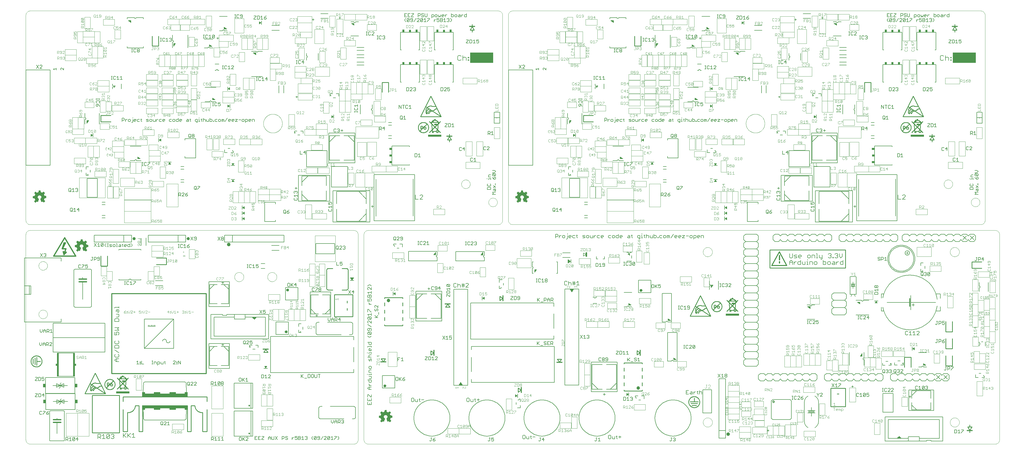
<source format=gto>
G75*
G70*
%OFA0B0*%
%FSLAX24Y24*%
%IPPOS*%
%LPD*%
%AMOC8*
5,1,8,0,0,1.08239X$1,22.5*
%
%ADD10C,0.0039*%
%ADD11R,0.0149X0.0001*%
%ADD12R,0.0004X0.0001*%
%ADD13R,0.0010X0.0001*%
%ADD14R,0.0017X0.0001*%
%ADD15R,0.0023X0.0001*%
%ADD16R,0.0029X0.0001*%
%ADD17R,0.0034X0.0001*%
%ADD18R,0.0040X0.0001*%
%ADD19R,0.0043X0.0002*%
%ADD20R,0.0047X0.0001*%
%ADD21R,0.0050X0.0001*%
%ADD22R,0.0054X0.0001*%
%ADD23R,0.0059X0.0001*%
%ADD24R,0.0064X0.0001*%
%ADD25R,0.0015X0.0001*%
%ADD26R,0.0067X0.0001*%
%ADD27R,0.0020X0.0001*%
%ADD28R,0.0070X0.0001*%
%ADD29R,0.0024X0.0001*%
%ADD30R,0.0074X0.0001*%
%ADD31R,0.0027X0.0001*%
%ADD32R,0.0076X0.0001*%
%ADD33R,0.0030X0.0001*%
%ADD34R,0.0081X0.0002*%
%ADD35R,0.0036X0.0002*%
%ADD36R,0.0086X0.0001*%
%ADD37R,0.0044X0.0001*%
%ADD38R,0.0091X0.0001*%
%ADD39R,0.0046X0.0001*%
%ADD40R,0.0094X0.0001*%
%ADD41R,0.0096X0.0001*%
%ADD42R,0.0053X0.0001*%
%ADD43R,0.0099X0.0001*%
%ADD44R,0.0056X0.0001*%
%ADD45R,0.0104X0.0001*%
%ADD46R,0.0060X0.0001*%
%ADD47R,0.0108X0.0001*%
%ADD48R,0.0112X0.0001*%
%ADD49R,0.0117X0.0001*%
%ADD50R,0.0072X0.0001*%
%ADD51R,0.0120X0.0002*%
%ADD52R,0.0075X0.0002*%
%ADD53R,0.0123X0.0001*%
%ADD54R,0.0078X0.0001*%
%ADD55R,0.0126X0.0001*%
%ADD56R,0.0081X0.0001*%
%ADD57R,0.0131X0.0001*%
%ADD58R,0.0136X0.0001*%
%ADD59R,0.0090X0.0001*%
%ADD60R,0.0139X0.0001*%
%ADD61R,0.0144X0.0001*%
%ADD62R,0.0147X0.0001*%
%ADD63R,0.0101X0.0001*%
%ADD64R,0.0150X0.0001*%
%ADD65R,0.0102X0.0001*%
%ADD66R,0.0153X0.0001*%
%ADD67R,0.0106X0.0001*%
%ADD68R,0.0158X0.0002*%
%ADD69R,0.0109X0.0002*%
%ADD70R,0.0164X0.0001*%
%ADD71R,0.0115X0.0001*%
%ADD72R,0.0168X0.0001*%
%ADD73R,0.0120X0.0001*%
%ADD74R,0.0171X0.0001*%
%ADD75R,0.0123X0.0001*%
%ADD76R,0.0172X0.0001*%
%ADD77R,0.0125X0.0001*%
%ADD78R,0.0175X0.0001*%
%ADD79R,0.0128X0.0001*%
%ADD80R,0.0180X0.0001*%
%ADD81R,0.0132X0.0001*%
%ADD82R,0.0186X0.0001*%
%ADD83R,0.0191X0.0001*%
%ADD84R,0.0141X0.0001*%
%ADD85R,0.0194X0.0001*%
%ADD86R,0.0145X0.0001*%
%ADD87R,0.0196X0.0002*%
%ADD88R,0.0149X0.0002*%
%ADD89R,0.0199X0.0001*%
%ADD90R,0.0151X0.0001*%
%ADD91R,0.0204X0.0001*%
%ADD92R,0.0153X0.0001*%
%ADD93R,0.0207X0.0001*%
%ADD94R,0.0158X0.0001*%
%ADD95R,0.0211X0.0001*%
%ADD96R,0.0162X0.0001*%
%ADD97R,0.0216X0.0001*%
%ADD98R,0.0166X0.0001*%
%ADD99R,0.0219X0.0001*%
%ADD100R,0.0007X0.0001*%
%ADD101R,0.0169X0.0001*%
%ADD102R,0.0222X0.0001*%
%ADD103R,0.0011X0.0001*%
%ADD104R,0.0224X0.0001*%
%ADD105R,0.0014X0.0001*%
%ADD106R,0.0176X0.0001*%
%ADD107R,0.0228X0.0001*%
%ADD108R,0.0018X0.0001*%
%ADD109R,0.0179X0.0001*%
%ADD110R,0.0234X0.0002*%
%ADD111R,0.0024X0.0002*%
%ADD112R,0.0183X0.0002*%
%ADD113R,0.0239X0.0001*%
%ADD114R,0.0189X0.0001*%
%ADD115R,0.0241X0.0001*%
%ADD116R,0.0033X0.0001*%
%ADD117R,0.0012X0.0001*%
%ADD118R,0.0192X0.0001*%
%ADD119R,0.0243X0.0001*%
%ADD120R,0.0038X0.0001*%
%ADD121R,0.0246X0.0001*%
%ADD122R,0.0041X0.0001*%
%ADD123R,0.0019X0.0001*%
%ADD124R,0.0196X0.0001*%
%ADD125R,0.0250X0.0001*%
%ADD126R,0.0021X0.0001*%
%ADD127R,0.0201X0.0001*%
%ADD128R,0.0254X0.0001*%
%ADD129R,0.0048X0.0001*%
%ADD130R,0.0258X0.0001*%
%ADD131R,0.0054X0.0001*%
%ADD132R,0.0209X0.0001*%
%ADD133R,0.0263X0.0001*%
%ADD134R,0.0213X0.0001*%
%ADD135R,0.0267X0.0001*%
%ADD136R,0.0063X0.0001*%
%ADD137R,0.0270X0.0002*%
%ADD138R,0.0066X0.0002*%
%ADD139R,0.0045X0.0002*%
%ADD140R,0.0219X0.0002*%
%ADD141R,0.0271X0.0001*%
%ADD142R,0.0220X0.0001*%
%ADD143R,0.0274X0.0001*%
%ADD144R,0.0051X0.0001*%
%ADD145R,0.0223X0.0001*%
%ADD146R,0.0278X0.0001*%
%ADD147R,0.0282X0.0001*%
%ADD148R,0.0231X0.0001*%
%ADD149R,0.0288X0.0001*%
%ADD150R,0.0085X0.0001*%
%ADD151R,0.0236X0.0001*%
%ADD152R,0.0289X0.0001*%
%ADD153R,0.0087X0.0001*%
%ADD154R,0.0066X0.0001*%
%ADD155R,0.0292X0.0001*%
%ADD156R,0.0069X0.0001*%
%ADD157R,0.0297X0.0001*%
%ADD158R,0.0300X0.0001*%
%ADD159R,0.0075X0.0001*%
%ADD160R,0.0305X0.0002*%
%ADD161R,0.0101X0.0002*%
%ADD162R,0.0078X0.0002*%
%ADD163R,0.0251X0.0002*%
%ADD164R,0.0309X0.0001*%
%ADD165R,0.0105X0.0001*%
%ADD166R,0.0083X0.0001*%
%ADD167R,0.0255X0.0001*%
%ADD168R,0.0314X0.0001*%
%ADD169R,0.0110X0.0001*%
%ADD170R,0.0087X0.0001*%
%ADD171R,0.0316X0.0001*%
%ADD172R,0.0113X0.0001*%
%ADD173R,0.0262X0.0001*%
%ADD174R,0.0319X0.0001*%
%ADD175R,0.0114X0.0001*%
%ADD176R,0.0093X0.0001*%
%ADD177R,0.0266X0.0001*%
%ADD178R,0.0321X0.0001*%
%ADD179R,0.0096X0.0001*%
%ADD180R,0.0324X0.0001*%
%ADD181R,0.0270X0.0001*%
%ADD182R,0.0329X0.0001*%
%ADD183R,0.0124X0.0001*%
%ADD184R,0.0275X0.0001*%
%ADD185R,0.0333X0.0001*%
%ADD186R,0.0279X0.0001*%
%ADD187R,0.0336X0.0001*%
%ADD188R,0.0111X0.0001*%
%ADD189R,0.0284X0.0001*%
%ADD190R,0.0339X0.0002*%
%ADD191R,0.0134X0.0002*%
%ADD192R,0.0114X0.0002*%
%ADD193R,0.0286X0.0002*%
%ADD194R,0.0342X0.0001*%
%ADD195R,0.0116X0.0001*%
%ADD196R,0.0491X0.0001*%
%ADD197R,0.0492X0.0001*%
%ADD198R,0.0294X0.0001*%
%ADD199R,0.0495X0.0001*%
%ADD200R,0.0299X0.0001*%
%ADD201R,0.0496X0.0001*%
%ADD202R,0.0127X0.0001*%
%ADD203R,0.0301X0.0001*%
%ADD204R,0.0498X0.0001*%
%ADD205R,0.0304X0.0001*%
%ADD206R,0.0501X0.0001*%
%ADD207R,0.0134X0.0001*%
%ADD208R,0.0308X0.0001*%
%ADD209R,0.0135X0.0001*%
%ADD210R,0.0311X0.0001*%
%ADD211R,0.0504X0.0001*%
%ADD212R,0.0138X0.0001*%
%ADD213R,0.0504X0.0002*%
%ADD214R,0.0141X0.0002*%
%ADD215R,0.0318X0.0002*%
%ADD216R,0.0507X0.0001*%
%ADD217R,0.0323X0.0001*%
%ADD218R,0.0326X0.0001*%
%ADD219R,0.0508X0.0001*%
%ADD220R,0.0152X0.0001*%
%ADD221R,0.0330X0.0001*%
%ADD222R,0.0510X0.0001*%
%ADD223R,0.0494X0.0001*%
%ADD224R,0.0512X0.0001*%
%ADD225R,0.0500X0.0001*%
%ADD226R,0.0513X0.0001*%
%ADD227R,0.0501X0.0001*%
%ADD228R,0.0513X0.0002*%
%ADD229R,0.0501X0.0002*%
%ADD230R,0.0503X0.0001*%
%ADD231R,0.0504X0.0001*%
%ADD232R,0.0506X0.0001*%
%ADD233R,0.0513X0.0001*%
%ADD234R,0.0509X0.0001*%
%ADD235R,0.0511X0.0001*%
%ADD236R,0.0514X0.0001*%
%ADD237R,0.0516X0.0001*%
%ADD238R,0.0513X0.0002*%
%ADD239R,0.0519X0.0002*%
%ADD240R,0.0519X0.0001*%
%ADD241R,0.0520X0.0001*%
%ADD242R,0.0522X0.0001*%
%ADD243R,0.0507X0.0001*%
%ADD244R,0.0509X0.0002*%
%ADD245R,0.0520X0.0002*%
%ADD246R,0.0522X0.0001*%
%ADD247R,0.0505X0.0001*%
%ADD248R,0.0502X0.0001*%
%ADD249R,0.0521X0.0001*%
%ADD250R,0.0503X0.0002*%
%ADD251R,0.0519X0.0002*%
%ADD252R,0.0519X0.0001*%
%ADD253R,0.0499X0.0001*%
%ADD254R,0.0517X0.0001*%
%ADD255R,0.0495X0.0002*%
%ADD256R,0.0514X0.0002*%
%ADD257R,0.0515X0.0001*%
%ADD258R,0.0492X0.0001*%
%ADD259R,0.0490X0.0001*%
%ADD260R,0.0490X0.0002*%
%ADD261R,0.0511X0.0002*%
%ADD262R,0.0489X0.0001*%
%ADD263R,0.0489X0.0001*%
%ADD264R,0.0488X0.0001*%
%ADD265R,0.0485X0.0001*%
%ADD266R,0.0483X0.0001*%
%ADD267R,0.0483X0.0002*%
%ADD268R,0.0507X0.0002*%
%ADD269R,0.0483X0.0001*%
%ADD270R,0.0481X0.0001*%
%ADD271R,0.0480X0.0001*%
%ADD272R,0.0480X0.0002*%
%ADD273R,0.0501X0.0002*%
%ADD274R,0.0479X0.0001*%
%ADD275R,0.0477X0.0001*%
%ADD276R,0.0477X0.0001*%
%ADD277R,0.0475X0.0001*%
%ADD278R,0.0474X0.0001*%
%ADD279R,0.0472X0.0001*%
%ADD280R,0.0472X0.0002*%
%ADD281R,0.0498X0.0002*%
%ADD282R,0.0471X0.0001*%
%ADD283R,0.0473X0.0001*%
%ADD284R,0.0471X0.0001*%
%ADD285R,0.0470X0.0001*%
%ADD286R,0.0468X0.0001*%
%ADD287R,0.0469X0.0001*%
%ADD288R,0.0468X0.0002*%
%ADD289R,0.0491X0.0002*%
%ADD290R,0.0466X0.0001*%
%ADD291R,0.0465X0.0001*%
%ADD292R,0.0464X0.0001*%
%ADD293R,0.0462X0.0001*%
%ADD294R,0.0462X0.0002*%
%ADD295R,0.0489X0.0002*%
%ADD296R,0.0461X0.0001*%
%ADD297R,0.0460X0.0001*%
%ADD298R,0.0459X0.0001*%
%ADD299R,0.0484X0.0001*%
%ADD300R,0.0457X0.0001*%
%ADD301R,0.0459X0.0001*%
%ADD302R,0.0458X0.0002*%
%ADD303R,0.0484X0.0002*%
%ADD304R,0.0456X0.0001*%
%ADD305R,0.0455X0.0001*%
%ADD306R,0.0453X0.0001*%
%ADD307R,0.0451X0.0001*%
%ADD308R,0.0453X0.0001*%
%ADD309R,0.0450X0.0001*%
%ADD310R,0.0451X0.0002*%
%ADD311R,0.0478X0.0001*%
%ADD312R,0.0449X0.0001*%
%ADD313R,0.0476X0.0001*%
%ADD314R,0.0447X0.0001*%
%ADD315R,0.0474X0.0001*%
%ADD316R,0.0449X0.0002*%
%ADD317R,0.0476X0.0002*%
%ADD318R,0.0454X0.0001*%
%ADD319R,0.0469X0.0002*%
%ADD320R,0.0468X0.0001*%
%ADD321R,0.0467X0.0001*%
%ADD322R,0.0473X0.0002*%
%ADD323R,0.0468X0.0002*%
%ADD324R,0.0486X0.0002*%
%ADD325R,0.0474X0.0002*%
%ADD326R,0.0487X0.0001*%
%ADD327R,0.0497X0.0001*%
%ADD328R,0.0486X0.0001*%
%ADD329R,0.0500X0.0002*%
%ADD330R,0.0487X0.0002*%
%ADD331R,0.0498X0.0001*%
%ADD332R,0.0524X0.0002*%
%ADD333R,0.0524X0.0001*%
%ADD334R,0.0525X0.0001*%
%ADD335R,0.0528X0.0001*%
%ADD336R,0.0529X0.0001*%
%ADD337R,0.0533X0.0001*%
%ADD338R,0.0534X0.0001*%
%ADD339R,0.0523X0.0001*%
%ADD340R,0.0536X0.0001*%
%ADD341R,0.0537X0.0002*%
%ADD342R,0.0527X0.0002*%
%ADD343R,0.0537X0.0001*%
%ADD344R,0.0528X0.0001*%
%ADD345R,0.0539X0.0001*%
%ADD346R,0.0530X0.0001*%
%ADD347R,0.0540X0.0001*%
%ADD348R,0.0541X0.0001*%
%ADD349R,0.0531X0.0001*%
%ADD350R,0.0543X0.0001*%
%ADD351R,0.0544X0.0001*%
%ADD352R,0.0546X0.0002*%
%ADD353R,0.0536X0.0002*%
%ADD354R,0.0547X0.0001*%
%ADD355R,0.0551X0.0001*%
%ADD356R,0.0552X0.0001*%
%ADD357R,0.0554X0.0001*%
%ADD358R,0.0555X0.0001*%
%ADD359R,0.0555X0.0002*%
%ADD360R,0.0547X0.0002*%
%ADD361R,0.0549X0.0001*%
%ADD362R,0.0548X0.0001*%
%ADD363R,0.0538X0.0001*%
%ADD364R,0.0537X0.0001*%
%ADD365R,0.0533X0.0002*%
%ADD366R,0.0531X0.0001*%
%ADD367R,0.0526X0.0001*%
%ADD368R,0.0518X0.0001*%
%ADD369R,0.0498X0.0002*%
%ADD370R,0.0496X0.0002*%
%ADD371R,0.0486X0.0001*%
%ADD372R,0.0485X0.0002*%
%ADD373R,0.0482X0.0001*%
%ADD374R,0.0477X0.0002*%
%ADD375R,0.0530X0.0002*%
%ADD376R,0.0464X0.0002*%
%ADD377R,0.0561X0.0001*%
%ADD378R,0.0570X0.0001*%
%ADD379R,0.0576X0.0001*%
%ADD380R,0.0581X0.0001*%
%ADD381R,0.0585X0.0001*%
%ADD382R,0.0589X0.0001*%
%ADD383R,0.0600X0.0002*%
%ADD384R,0.0614X0.0001*%
%ADD385R,0.0623X0.0001*%
%ADD386R,0.0630X0.0001*%
%ADD387R,0.0633X0.0001*%
%ADD388R,0.0638X0.0001*%
%ADD389R,0.0645X0.0001*%
%ADD390R,0.0657X0.0001*%
%ADD391R,0.0556X0.0001*%
%ADD392R,0.0669X0.0001*%
%ADD393R,0.0674X0.0001*%
%ADD394R,0.0579X0.0001*%
%ADD395R,0.0676X0.0002*%
%ADD396R,0.0585X0.0002*%
%ADD397R,0.0678X0.0001*%
%ADD398R,0.0590X0.0001*%
%ADD399R,0.0679X0.0001*%
%ADD400R,0.0596X0.0001*%
%ADD401R,0.0681X0.0001*%
%ADD402R,0.0606X0.0001*%
%ADD403R,0.0620X0.0001*%
%ADD404R,0.0682X0.0001*%
%ADD405R,0.0633X0.0001*%
%ADD406R,0.0684X0.0001*%
%ADD407R,0.0639X0.0001*%
%ADD408R,0.0649X0.0001*%
%ADD409R,0.0684X0.0001*%
%ADD410R,0.0655X0.0001*%
%ADD411R,0.0683X0.0002*%
%ADD412R,0.0664X0.0002*%
%ADD413R,0.0683X0.0001*%
%ADD414R,0.0670X0.0001*%
%ADD415R,0.0671X0.0001*%
%ADD416R,0.0681X0.0001*%
%ADD417R,0.0672X0.0001*%
%ADD418R,0.0680X0.0001*%
%ADD419R,0.0675X0.0001*%
%ADD420R,0.0676X0.0001*%
%ADD421R,0.0680X0.0002*%
%ADD422R,0.0678X0.0002*%
%ADD423R,0.0678X0.0001*%
%ADD424R,0.0675X0.0002*%
%ADD425R,0.0672X0.0002*%
%ADD426R,0.0672X0.0001*%
%ADD427R,0.0671X0.0002*%
%ADD428R,0.0670X0.0002*%
%ADD429R,0.0669X0.0001*%
%ADD430R,0.0667X0.0001*%
%ADD431R,0.0669X0.0002*%
%ADD432R,0.0667X0.0002*%
%ADD433R,0.0668X0.0001*%
%ADD434R,0.0666X0.0001*%
%ADD435R,0.0668X0.0002*%
%ADD436R,0.0666X0.0002*%
%ADD437R,0.0666X0.0001*%
%ADD438R,0.0664X0.0001*%
%ADD439R,0.0663X0.0001*%
%ADD440R,0.0666X0.0002*%
%ADD441R,0.0663X0.0002*%
%ADD442R,0.0665X0.0001*%
%ADD443R,0.0674X0.0002*%
%ADD444R,0.0677X0.0001*%
%ADD445R,0.0678X0.0002*%
%ADD446R,0.0682X0.0002*%
%ADD447R,0.0686X0.0001*%
%ADD448R,0.0686X0.0002*%
%ADD449R,0.0687X0.0001*%
%ADD450R,0.0689X0.0001*%
%ADD451R,0.0653X0.0001*%
%ADD452R,0.0641X0.0001*%
%ADD453R,0.0626X0.0001*%
%ADD454R,0.0616X0.0001*%
%ADD455R,0.0687X0.0001*%
%ADD456R,0.0612X0.0001*%
%ADD457R,0.0688X0.0001*%
%ADD458R,0.0606X0.0001*%
%ADD459R,0.0601X0.0001*%
%ADD460R,0.0591X0.0002*%
%ADD461R,0.0567X0.0001*%
%ADD462R,0.0560X0.0001*%
%ADD463R,0.0659X0.0001*%
%ADD464R,0.0516X0.0001*%
%ADD465R,0.0639X0.0001*%
%ADD466R,0.0502X0.0002*%
%ADD467R,0.0633X0.0002*%
%ADD468R,0.0608X0.0001*%
%ADD469R,0.0582X0.0001*%
%ADD470R,0.0577X0.0001*%
%ADD471R,0.0569X0.0002*%
%ADD472R,0.0546X0.0001*%
%ADD473R,0.0486X0.0002*%
%ADD474R,0.0493X0.0001*%
%ADD475R,0.0516X0.0002*%
%ADD476R,0.0532X0.0001*%
%ADD477R,0.0534X0.0002*%
%ADD478R,0.0535X0.0002*%
%ADD479R,0.0543X0.0001*%
%ADD480R,0.0553X0.0001*%
%ADD481R,0.0559X0.0001*%
%ADD482R,0.0564X0.0001*%
%ADD483R,0.0564X0.0001*%
%ADD484R,0.0567X0.0001*%
%ADD485R,0.0569X0.0001*%
%ADD486R,0.0570X0.0002*%
%ADD487R,0.0571X0.0002*%
%ADD488R,0.0571X0.0001*%
%ADD489R,0.0573X0.0001*%
%ADD490R,0.0574X0.0001*%
%ADD491R,0.0576X0.0001*%
%ADD492R,0.0600X0.0001*%
%ADD493R,0.0611X0.0001*%
%ADD494R,0.0618X0.0001*%
%ADD495R,0.0621X0.0001*%
%ADD496R,0.1269X0.0001*%
%ADD497R,0.1267X0.0001*%
%ADD498R,0.1266X0.0001*%
%ADD499R,0.1266X0.0002*%
%ADD500R,0.1264X0.0001*%
%ADD501R,0.1261X0.0001*%
%ADD502R,0.1260X0.0001*%
%ADD503R,0.1259X0.0001*%
%ADD504R,0.1256X0.0001*%
%ADD505R,0.1254X0.0001*%
%ADD506R,0.1253X0.0001*%
%ADD507R,0.1251X0.0001*%
%ADD508R,0.1251X0.0002*%
%ADD509R,0.1248X0.0001*%
%ADD510R,0.1245X0.0001*%
%ADD511R,0.1244X0.0001*%
%ADD512R,0.1242X0.0001*%
%ADD513R,0.1239X0.0001*%
%ADD514R,0.1237X0.0001*%
%ADD515R,0.1236X0.0002*%
%ADD516R,0.1233X0.0001*%
%ADD517R,0.1230X0.0001*%
%ADD518R,0.1229X0.0001*%
%ADD519R,0.1227X0.0001*%
%ADD520R,0.1226X0.0001*%
%ADD521R,0.1224X0.0001*%
%ADD522R,0.1223X0.0002*%
%ADD523R,0.1219X0.0001*%
%ADD524R,0.1216X0.0001*%
%ADD525R,0.1215X0.0001*%
%ADD526R,0.1214X0.0001*%
%ADD527R,0.1212X0.0001*%
%ADD528R,0.1209X0.0001*%
%ADD529R,0.1207X0.0002*%
%ADD530R,0.1206X0.0001*%
%ADD531R,0.1204X0.0001*%
%ADD532R,0.1201X0.0001*%
%ADD533R,0.1200X0.0001*%
%ADD534R,0.1199X0.0001*%
%ADD535R,0.1196X0.0001*%
%ADD536R,0.1194X0.0001*%
%ADD537R,0.1193X0.0001*%
%ADD538R,0.1191X0.0001*%
%ADD539R,0.1191X0.0002*%
%ADD540R,0.1188X0.0001*%
%ADD541R,0.1185X0.0001*%
%ADD542R,0.1184X0.0001*%
%ADD543R,0.1181X0.0001*%
%ADD544R,0.1177X0.0001*%
%ADD545R,0.1176X0.0001*%
%ADD546R,0.1174X0.0001*%
%ADD547R,0.1173X0.0001*%
%ADD548R,0.1170X0.0002*%
%ADD549R,0.1170X0.0001*%
%ADD550R,0.1169X0.0001*%
%ADD551R,0.1166X0.0001*%
%ADD552R,0.1164X0.0001*%
%ADD553R,0.1163X0.0001*%
%ADD554R,0.1163X0.0002*%
%ADD555R,0.1167X0.0001*%
%ADD556R,0.1171X0.0001*%
%ADD557R,0.1179X0.0001*%
%ADD558R,0.1182X0.0001*%
%ADD559R,0.1182X0.0002*%
%ADD560R,0.1188X0.0001*%
%ADD561R,0.1190X0.0001*%
%ADD562R,0.1197X0.0001*%
%ADD563R,0.1204X0.0002*%
%ADD564R,0.1207X0.0001*%
%ADD565R,0.1210X0.0001*%
%ADD566R,0.1213X0.0001*%
%ADD567R,0.1217X0.0001*%
%ADD568R,0.1218X0.0001*%
%ADD569R,0.1220X0.0001*%
%ADD570R,0.1221X0.0001*%
%ADD571R,0.1223X0.0001*%
%ADD572R,0.1226X0.0002*%
%ADD573R,0.1236X0.0001*%
%ADD574R,0.1239X0.0001*%
%ADD575R,0.1240X0.0001*%
%ADD576R,0.1243X0.0001*%
%ADD577R,0.1248X0.0002*%
%ADD578R,0.1248X0.0001*%
%ADD579R,0.1251X0.0001*%
%ADD580R,0.1257X0.0001*%
%ADD581R,0.1263X0.0001*%
%ADD582R,0.1267X0.0002*%
%ADD583R,0.1270X0.0001*%
%ADD584R,0.1274X0.0001*%
%ADD585R,0.1275X0.0001*%
%ADD586R,0.1278X0.0001*%
%ADD587R,0.1280X0.0001*%
%ADD588R,0.1281X0.0001*%
%ADD589R,0.1284X0.0001*%
%ADD590R,0.1286X0.0001*%
%ADD591R,0.1289X0.0001*%
%ADD592R,0.1290X0.0002*%
%ADD593R,0.1291X0.0001*%
%ADD594R,0.1294X0.0001*%
%ADD595R,0.1296X0.0001*%
%ADD596R,0.1299X0.0001*%
%ADD597R,0.1300X0.0001*%
%ADD598R,0.1302X0.0001*%
%ADD599R,0.1304X0.0001*%
%ADD600R,0.1306X0.0001*%
%ADD601R,0.1308X0.0001*%
%ADD602R,0.1311X0.0002*%
%ADD603R,0.1313X0.0001*%
%ADD604R,0.1316X0.0001*%
%ADD605R,0.1317X0.0001*%
%ADD606R,0.1320X0.0001*%
%ADD607R,0.1323X0.0001*%
%ADD608R,0.1326X0.0001*%
%ADD609R,0.1329X0.0001*%
%ADD610R,0.1332X0.0002*%
%ADD611R,0.1335X0.0001*%
%ADD612R,0.1336X0.0001*%
%ADD613R,0.1340X0.0001*%
%ADD614R,0.1343X0.0001*%
%ADD615R,0.1346X0.0001*%
%ADD616R,0.1347X0.0001*%
%ADD617R,0.1350X0.0001*%
%ADD618R,0.1353X0.0002*%
%ADD619R,0.1356X0.0001*%
%ADD620R,0.1357X0.0001*%
%ADD621R,0.1360X0.0001*%
%ADD622R,0.1364X0.0001*%
%ADD623R,0.1365X0.0001*%
%ADD624R,0.1368X0.0001*%
%ADD625R,0.1369X0.0001*%
%ADD626R,0.1373X0.0001*%
%ADD627R,0.1374X0.0002*%
%ADD628R,0.1377X0.0001*%
%ADD629R,0.1379X0.0001*%
%ADD630R,0.1380X0.0001*%
%ADD631R,0.1383X0.0001*%
%ADD632R,0.1386X0.0001*%
%ADD633R,0.1387X0.0001*%
%ADD634R,0.1391X0.0001*%
%ADD635R,0.1394X0.0001*%
%ADD636R,0.1395X0.0002*%
%ADD637R,0.1398X0.0001*%
%ADD638R,0.1401X0.0001*%
%ADD639R,0.1403X0.0001*%
%ADD640R,0.1406X0.0001*%
%ADD641R,0.1407X0.0001*%
%ADD642R,0.1409X0.0001*%
%ADD643R,0.1411X0.0001*%
%ADD644R,0.1414X0.0001*%
%ADD645R,0.1416X0.0002*%
%ADD646R,0.1419X0.0001*%
%ADD647R,0.1421X0.0001*%
%ADD648R,0.1422X0.0001*%
%ADD649R,0.1424X0.0001*%
%ADD650R,0.1426X0.0001*%
%ADD651R,0.1428X0.0001*%
%ADD652R,0.1429X0.0002*%
%ADD653R,0.1429X0.0001*%
%ADD654R,0.1425X0.0001*%
%ADD655R,0.1421X0.0002*%
%ADD656R,0.1418X0.0001*%
%ADD657R,0.1416X0.0001*%
%ADD658R,0.1413X0.0001*%
%ADD659R,0.1410X0.0001*%
%ADD660R,0.1404X0.0001*%
%ADD661R,0.1401X0.0001*%
%ADD662R,0.0346X0.0001*%
%ADD663R,0.1044X0.0001*%
%ADD664R,0.0342X0.0002*%
%ADD665R,0.1040X0.0002*%
%ADD666R,0.0337X0.0001*%
%ADD667R,0.1034X0.0001*%
%ADD668R,0.0357X0.0001*%
%ADD669R,0.0660X0.0001*%
%ADD670R,0.0353X0.0001*%
%ADD671R,0.0327X0.0001*%
%ADD672R,0.0349X0.0001*%
%ADD673R,0.0321X0.0001*%
%ADD674R,0.0648X0.0001*%
%ADD675R,0.0344X0.0001*%
%ADD676R,0.0317X0.0001*%
%ADD677R,0.0339X0.0001*%
%ADD678R,0.0312X0.0001*%
%ADD679R,0.0631X0.0001*%
%ADD680R,0.0334X0.0001*%
%ADD681R,0.0309X0.0001*%
%ADD682R,0.0307X0.0002*%
%ADD683R,0.0623X0.0002*%
%ADD684R,0.0327X0.0002*%
%ADD685R,0.0618X0.0001*%
%ADD686R,0.0297X0.0001*%
%ADD687R,0.0607X0.0001*%
%ADD688R,0.0320X0.0001*%
%ADD689R,0.0293X0.0001*%
%ADD690R,0.0599X0.0001*%
%ADD691R,0.0313X0.0001*%
%ADD692R,0.0285X0.0001*%
%ADD693R,0.0584X0.0001*%
%ADD694R,0.0303X0.0001*%
%ADD695R,0.0281X0.0001*%
%ADD696R,0.0273X0.0002*%
%ADD697R,0.0563X0.0002*%
%ADD698R,0.0293X0.0002*%
%ADD699R,0.0264X0.0001*%
%ADD700R,0.0259X0.0001*%
%ADD701R,0.0256X0.0001*%
%ADD702R,0.0276X0.0001*%
%ADD703R,0.0252X0.0001*%
%ADD704R,0.0273X0.0001*%
%ADD705R,0.0248X0.0001*%
%ADD706R,0.0269X0.0001*%
%ADD707R,0.0245X0.0001*%
%ADD708R,0.0240X0.0001*%
%ADD709R,0.0237X0.0002*%
%ADD710R,0.0256X0.0002*%
%ADD711R,0.0234X0.0001*%
%ADD712R,0.0232X0.0001*%
%ADD713R,0.0251X0.0001*%
%ADD714R,0.0228X0.0001*%
%ADD715R,0.0246X0.0001*%
%ADD716R,0.0456X0.0001*%
%ADD717R,0.0219X0.0001*%
%ADD718R,0.0444X0.0001*%
%ADD719R,0.0237X0.0001*%
%ADD720R,0.0214X0.0001*%
%ADD721R,0.0436X0.0001*%
%ADD722R,0.0432X0.0001*%
%ADD723R,0.0231X0.0001*%
%ADD724R,0.0210X0.0001*%
%ADD725R,0.0426X0.0001*%
%ADD726R,0.0420X0.0001*%
%ADD727R,0.0226X0.0001*%
%ADD728R,0.0204X0.0002*%
%ADD729R,0.0409X0.0002*%
%ADD730R,0.0222X0.0002*%
%ADD731R,0.0391X0.0001*%
%ADD732R,0.0217X0.0001*%
%ADD733R,0.0376X0.0001*%
%ADD734R,0.0368X0.0001*%
%ADD735R,0.0189X0.0001*%
%ADD736R,0.0361X0.0001*%
%ADD737R,0.0206X0.0001*%
%ADD738R,0.0186X0.0001*%
%ADD739R,0.0356X0.0001*%
%ADD740R,0.0181X0.0001*%
%ADD741R,0.0345X0.0001*%
%ADD742R,0.0173X0.0001*%
%ADD743R,0.0331X0.0001*%
%ADD744R,0.0190X0.0001*%
%ADD745R,0.0168X0.0001*%
%ADD746R,0.0165X0.0002*%
%ADD747R,0.0162X0.0001*%
%ADD748R,0.0159X0.0001*%
%ADD749R,0.0177X0.0001*%
%ADD750R,0.0156X0.0001*%
%ADD751R,0.0324X0.0001*%
%ADD752R,0.0174X0.0001*%
%ADD753R,0.0167X0.0001*%
%ADD754R,0.0146X0.0001*%
%ADD755R,0.0163X0.0001*%
%ADD756R,0.0141X0.0001*%
%ADD757R,0.0140X0.0001*%
%ADD758R,0.0137X0.0001*%
%ADD759R,0.0133X0.0001*%
%ADD760R,0.0129X0.0002*%
%ADD761R,0.0321X0.0002*%
%ADD762R,0.0146X0.0002*%
%ADD763R,0.0119X0.0001*%
%ADD764R,0.0129X0.0001*%
%ADD765R,0.0111X0.0001*%
%ADD766R,0.0126X0.0001*%
%ADD767R,0.0318X0.0001*%
%ADD768R,0.0097X0.0001*%
%ADD769R,0.0315X0.0001*%
%ADD770R,0.0089X0.0002*%
%ADD771R,0.0315X0.0002*%
%ADD772R,0.0105X0.0002*%
%ADD773R,0.0079X0.0001*%
%ADD774R,0.0089X0.0001*%
%ADD775R,0.0069X0.0001*%
%ADD776R,0.0084X0.0001*%
%ADD777R,0.0057X0.0001*%
%ADD778R,0.0052X0.0002*%
%ADD779R,0.0311X0.0002*%
%ADD780R,0.0066X0.0002*%
%ADD781R,0.0061X0.0001*%
%ADD782R,0.0042X0.0001*%
%ADD783R,0.0055X0.0001*%
%ADD784R,0.0039X0.0001*%
%ADD785R,0.0052X0.0001*%
%ADD786R,0.0036X0.0001*%
%ADD787R,0.0049X0.0001*%
%ADD788R,0.0307X0.0001*%
%ADD789R,0.0045X0.0001*%
%ADD790R,0.0022X0.0001*%
%ADD791R,0.0035X0.0001*%
%ADD792R,0.0025X0.0002*%
%ADD793R,0.0306X0.0001*%
%ADD794R,0.0018X0.0001*%
%ADD795R,0.0008X0.0001*%
%ADD796R,0.0300X0.0002*%
%ADD797R,0.0296X0.0001*%
%ADD798R,0.0294X0.0002*%
%ADD799R,0.0294X0.0001*%
%ADD800R,0.0291X0.0001*%
%ADD801R,0.0291X0.0002*%
%ADD802R,0.0286X0.0001*%
%ADD803R,0.0281X0.0002*%
%ADD804R,0.0277X0.0001*%
%ADD805R,0.0276X0.0001*%
%ADD806R,0.0266X0.0002*%
%ADD807R,0.0264X0.0001*%
%ADD808R,0.0261X0.0001*%
%ADD809R,0.0259X0.0002*%
%ADD810R,0.0254X0.0002*%
%ADD811R,0.0248X0.0002*%
%ADD812R,0.0218X0.0002*%
%ADD813R,0.0157X0.0001*%
%ADD814C,0.0050*%
%ADD815C,0.0080*%
%ADD816R,0.3150X0.1425*%
%ADD817C,0.0100*%
%ADD818C,0.0160*%
%ADD819C,0.0060*%
%ADD820C,0.0040*%
%ADD821C,0.0070*%
%ADD822C,0.0150*%
%ADD823C,0.0120*%
%ADD824C,0.0030*%
%ADD825R,0.0079X0.0551*%
%ADD826C,0.0020*%
%ADD827C,0.0000*%
%ADD828R,0.0551X0.0079*%
%ADD829R,0.0327X0.0299*%
%ADD830R,0.0358X0.0299*%
%ADD831R,0.0299X0.0327*%
%ADD832R,0.0299X0.0358*%
%ADD833R,0.1800X0.0300*%
%ADD834R,0.0827X0.0118*%
%ADD835R,0.0350X0.0500*%
%ADD836R,0.6200X0.0400*%
%ADD837R,0.0400X0.0200*%
%ADD838R,0.0850X0.0200*%
%ADD839C,0.0217*%
%ADD840R,0.0197X0.3150*%
%ADD841R,0.0225X0.0300*%
%ADD842C,0.0200*%
%ADD843C,0.0472*%
%ADD844R,0.0118X0.1181*%
%ADD845R,0.0240X0.0620*%
%ADD846R,0.0118X0.0827*%
%ADD847R,0.0079X0.0079*%
D10*
X004103Y003078D02*
X048197Y003078D01*
X048243Y003080D01*
X048289Y003085D01*
X048335Y003094D01*
X048380Y003107D01*
X048423Y003123D01*
X048465Y003142D01*
X048506Y003165D01*
X048544Y003191D01*
X048581Y003220D01*
X048615Y003251D01*
X048646Y003285D01*
X048675Y003322D01*
X048701Y003360D01*
X048724Y003401D01*
X048743Y003443D01*
X048759Y003486D01*
X048772Y003531D01*
X048781Y003577D01*
X048786Y003623D01*
X048788Y003669D01*
X048788Y031622D01*
X048786Y031668D01*
X048781Y031714D01*
X048772Y031760D01*
X048759Y031805D01*
X048743Y031848D01*
X048724Y031890D01*
X048701Y031931D01*
X048675Y031969D01*
X048646Y032006D01*
X048615Y032040D01*
X048581Y032071D01*
X048544Y032100D01*
X048506Y032126D01*
X048465Y032149D01*
X048423Y032168D01*
X048380Y032184D01*
X048335Y032197D01*
X048289Y032206D01*
X048243Y032211D01*
X048197Y032213D01*
X048197Y032212D02*
X004103Y032212D01*
X004103Y032213D02*
X004057Y032211D01*
X004011Y032206D01*
X003965Y032197D01*
X003920Y032184D01*
X003877Y032168D01*
X003835Y032149D01*
X003794Y032126D01*
X003756Y032100D01*
X003719Y032071D01*
X003685Y032040D01*
X003654Y032006D01*
X003625Y031969D01*
X003599Y031931D01*
X003576Y031890D01*
X003557Y031848D01*
X003541Y031805D01*
X003528Y031760D01*
X003519Y031714D01*
X003514Y031668D01*
X003512Y031622D01*
X003512Y003669D01*
X003514Y003623D01*
X003519Y003577D01*
X003528Y003531D01*
X003541Y003486D01*
X003557Y003443D01*
X003576Y003401D01*
X003599Y003360D01*
X003625Y003322D01*
X003654Y003285D01*
X003685Y003251D01*
X003719Y003220D01*
X003756Y003191D01*
X003794Y003165D01*
X003835Y003142D01*
X003877Y003123D01*
X003920Y003107D01*
X003965Y003094D01*
X004011Y003085D01*
X004057Y003080D01*
X004103Y003078D01*
X049575Y003669D02*
X049575Y031622D01*
X049577Y031668D01*
X049582Y031714D01*
X049591Y031760D01*
X049604Y031805D01*
X049620Y031848D01*
X049639Y031890D01*
X049662Y031931D01*
X049688Y031969D01*
X049717Y032006D01*
X049748Y032040D01*
X049782Y032071D01*
X049819Y032100D01*
X049857Y032126D01*
X049898Y032149D01*
X049940Y032168D01*
X049983Y032184D01*
X050028Y032197D01*
X050074Y032206D01*
X050120Y032211D01*
X050166Y032213D01*
X050166Y032212D02*
X135599Y032212D01*
X135599Y032213D02*
X135645Y032211D01*
X135691Y032206D01*
X135737Y032197D01*
X135782Y032184D01*
X135825Y032168D01*
X135867Y032149D01*
X135908Y032126D01*
X135946Y032100D01*
X135983Y032071D01*
X136017Y032040D01*
X136048Y032006D01*
X136077Y031969D01*
X136103Y031931D01*
X136126Y031890D01*
X136145Y031848D01*
X136161Y031805D01*
X136174Y031760D01*
X136183Y031714D01*
X136188Y031668D01*
X136190Y031622D01*
X136189Y031622D02*
X136189Y003669D01*
X136190Y003669D02*
X136188Y003623D01*
X136183Y003577D01*
X136174Y003531D01*
X136161Y003486D01*
X136145Y003443D01*
X136126Y003401D01*
X136103Y003360D01*
X136077Y003322D01*
X136048Y003285D01*
X136017Y003251D01*
X135983Y003220D01*
X135946Y003191D01*
X135908Y003165D01*
X135867Y003142D01*
X135825Y003123D01*
X135782Y003107D01*
X135737Y003094D01*
X135691Y003085D01*
X135645Y003080D01*
X135599Y003078D01*
X050166Y003078D01*
X050120Y003080D01*
X050074Y003085D01*
X050028Y003094D01*
X049983Y003107D01*
X049940Y003123D01*
X049898Y003142D01*
X049857Y003165D01*
X049819Y003191D01*
X049782Y003220D01*
X049748Y003251D01*
X049717Y003285D01*
X049688Y003322D01*
X049662Y003360D01*
X049639Y003401D01*
X049620Y003443D01*
X049604Y003486D01*
X049591Y003531D01*
X049582Y003577D01*
X049577Y003623D01*
X049575Y003669D01*
X067882Y033000D02*
X004103Y033000D01*
X004103Y032999D02*
X004057Y033001D01*
X004011Y033006D01*
X003965Y033015D01*
X003920Y033028D01*
X003877Y033044D01*
X003835Y033063D01*
X003794Y033086D01*
X003756Y033112D01*
X003719Y033141D01*
X003685Y033172D01*
X003654Y033206D01*
X003625Y033243D01*
X003599Y033281D01*
X003576Y033322D01*
X003557Y033364D01*
X003541Y033407D01*
X003528Y033452D01*
X003519Y033498D01*
X003514Y033544D01*
X003512Y033590D01*
X003512Y061543D01*
X003514Y061589D01*
X003519Y061635D01*
X003528Y061681D01*
X003541Y061726D01*
X003557Y061769D01*
X003576Y061811D01*
X003599Y061852D01*
X003625Y061890D01*
X003654Y061927D01*
X003685Y061961D01*
X003719Y061992D01*
X003756Y062021D01*
X003794Y062047D01*
X003835Y062070D01*
X003877Y062089D01*
X003920Y062105D01*
X003965Y062118D01*
X004011Y062127D01*
X004057Y062132D01*
X004103Y062134D01*
X004103Y062133D02*
X067882Y062133D01*
X067882Y062134D02*
X067928Y062132D01*
X067974Y062127D01*
X068020Y062118D01*
X068065Y062105D01*
X068108Y062089D01*
X068150Y062070D01*
X068191Y062047D01*
X068229Y062021D01*
X068266Y061992D01*
X068300Y061961D01*
X068331Y061927D01*
X068360Y061890D01*
X068386Y061852D01*
X068409Y061811D01*
X068428Y061769D01*
X068444Y061726D01*
X068457Y061681D01*
X068466Y061635D01*
X068471Y061589D01*
X068473Y061543D01*
X068473Y033590D01*
X068471Y033544D01*
X068466Y033498D01*
X068457Y033452D01*
X068444Y033407D01*
X068428Y033364D01*
X068409Y033322D01*
X068386Y033281D01*
X068360Y033243D01*
X068331Y033206D01*
X068300Y033172D01*
X068266Y033141D01*
X068229Y033112D01*
X068191Y033086D01*
X068150Y033063D01*
X068108Y033044D01*
X068065Y033028D01*
X068020Y033015D01*
X067974Y033006D01*
X067928Y033001D01*
X067882Y032999D01*
X069260Y033590D02*
X069260Y061543D01*
X069262Y061589D01*
X069267Y061635D01*
X069276Y061681D01*
X069289Y061726D01*
X069305Y061769D01*
X069324Y061811D01*
X069347Y061852D01*
X069373Y061890D01*
X069402Y061927D01*
X069433Y061961D01*
X069467Y061992D01*
X069504Y062021D01*
X069542Y062047D01*
X069583Y062070D01*
X069625Y062089D01*
X069668Y062105D01*
X069713Y062118D01*
X069759Y062127D01*
X069805Y062132D01*
X069851Y062134D01*
X069851Y062133D02*
X133630Y062133D01*
X133630Y062134D02*
X133676Y062132D01*
X133722Y062127D01*
X133768Y062118D01*
X133813Y062105D01*
X133856Y062089D01*
X133898Y062070D01*
X133939Y062047D01*
X133977Y062021D01*
X134014Y061992D01*
X134048Y061961D01*
X134079Y061927D01*
X134108Y061890D01*
X134134Y061852D01*
X134157Y061811D01*
X134176Y061769D01*
X134192Y061726D01*
X134205Y061681D01*
X134214Y061635D01*
X134219Y061589D01*
X134221Y061543D01*
X134221Y033590D01*
X134219Y033544D01*
X134214Y033498D01*
X134205Y033452D01*
X134192Y033407D01*
X134176Y033364D01*
X134157Y033322D01*
X134134Y033281D01*
X134108Y033243D01*
X134079Y033206D01*
X134048Y033172D01*
X134014Y033141D01*
X133977Y033112D01*
X133939Y033086D01*
X133898Y033063D01*
X133856Y033044D01*
X133813Y033028D01*
X133768Y033015D01*
X133722Y033006D01*
X133676Y033001D01*
X133630Y032999D01*
X133630Y033000D02*
X069851Y033000D01*
X069851Y032999D02*
X069805Y033001D01*
X069759Y033006D01*
X069713Y033015D01*
X069668Y033028D01*
X069625Y033044D01*
X069583Y033063D01*
X069542Y033086D01*
X069504Y033112D01*
X069467Y033141D01*
X069433Y033172D01*
X069402Y033206D01*
X069373Y033243D01*
X069347Y033281D01*
X069324Y033322D01*
X069305Y033364D01*
X069289Y033407D01*
X069276Y033452D01*
X069267Y033498D01*
X069262Y033544D01*
X069260Y033590D01*
D11*
X070862Y036560D03*
X010845Y029885D03*
X005114Y036560D03*
X052275Y006613D03*
D12*
X051986Y006042D03*
X052807Y006129D03*
X053125Y006059D03*
X010556Y029314D03*
X011376Y029401D03*
X005964Y036006D03*
X005646Y036076D03*
X004825Y035989D03*
X070573Y035989D03*
X071394Y036076D03*
X071712Y036006D03*
D13*
X070573Y035991D03*
X010556Y029316D03*
X004825Y035991D03*
X051986Y006044D03*
D14*
X051986Y006045D03*
X010556Y029317D03*
X004825Y035992D03*
X070573Y035992D03*
D15*
X070573Y035994D03*
X010556Y029319D03*
X004825Y035994D03*
X051986Y006047D03*
D16*
X051986Y006048D03*
X051995Y007487D03*
X010556Y029320D03*
X010565Y030759D03*
X004825Y035995D03*
X004834Y037434D03*
X070582Y037434D03*
X070573Y035995D03*
D17*
X070573Y035997D03*
X071398Y036085D03*
X011381Y029410D03*
X010556Y029322D03*
X005650Y036085D03*
X004825Y035997D03*
X051986Y006050D03*
X052811Y006138D03*
D18*
X052813Y006140D03*
X051986Y006051D03*
X010556Y029323D03*
X011382Y029412D03*
X005652Y036087D03*
X004825Y035998D03*
X070573Y035998D03*
X071400Y036087D03*
D19*
X070573Y036000D03*
X010556Y029325D03*
X004825Y036000D03*
X051986Y006053D03*
D20*
X051986Y006054D03*
X010556Y029326D03*
X004825Y036001D03*
X070573Y036001D03*
D21*
X070573Y036003D03*
X071712Y036019D03*
X011694Y029344D03*
X010556Y029328D03*
X005964Y036019D03*
X004825Y036003D03*
X051986Y006056D03*
X053125Y006072D03*
D22*
X051987Y006057D03*
X010556Y029329D03*
X004826Y036004D03*
X070574Y036004D03*
D23*
X070575Y036006D03*
X070876Y036087D03*
X071407Y036096D03*
X011390Y029421D03*
X010859Y029412D03*
X010557Y029331D03*
X005659Y036096D03*
X005128Y036087D03*
X004827Y036006D03*
X051988Y006059D03*
X052289Y006140D03*
X052820Y006149D03*
D24*
X052822Y006150D03*
X053123Y006078D03*
X051988Y006060D03*
X010557Y029332D03*
X011391Y029422D03*
X011693Y029350D03*
X005962Y036025D03*
X005661Y036097D03*
X004827Y036007D03*
X070575Y036007D03*
X071409Y036097D03*
X071710Y036025D03*
D25*
X071712Y036007D03*
X071393Y036079D03*
X011695Y029332D03*
X011375Y029404D03*
X005964Y036007D03*
X005645Y036079D03*
X052806Y006132D03*
X053125Y006060D03*
D26*
X053123Y006080D03*
X052286Y006144D03*
X051988Y006062D03*
X010557Y029334D03*
X010856Y029416D03*
X011693Y029352D03*
X005962Y036027D03*
X005125Y036091D03*
X004827Y036009D03*
X070575Y036009D03*
X070873Y036091D03*
X071710Y036027D03*
D27*
X071712Y036009D03*
X011694Y029334D03*
X005964Y036009D03*
X053125Y006062D03*
D28*
X052825Y006155D03*
X052285Y006146D03*
X051988Y006063D03*
X010557Y029335D03*
X010854Y029418D03*
X011394Y029427D03*
X005664Y036102D03*
X005124Y036093D03*
X004827Y036010D03*
X070575Y036010D03*
X070872Y036093D03*
X071412Y036102D03*
D29*
X071712Y036010D03*
X011695Y029335D03*
X005964Y036010D03*
X053125Y006063D03*
D30*
X051988Y006065D03*
X010557Y029337D03*
X004827Y036012D03*
X070575Y036012D03*
D31*
X071396Y036084D03*
X071712Y036012D03*
X011695Y029337D03*
X011378Y029409D03*
X005964Y036012D03*
X005648Y036084D03*
X052809Y006137D03*
X053125Y006065D03*
D32*
X052283Y006147D03*
X051988Y006066D03*
X010557Y029338D03*
X010853Y029419D03*
X005122Y036094D03*
X004827Y036013D03*
X070575Y036013D03*
X070870Y036094D03*
D33*
X070886Y036076D03*
X071712Y036013D03*
X071675Y037438D03*
X011657Y030763D03*
X010868Y029401D03*
X011695Y029338D03*
X005964Y036013D03*
X005138Y036076D03*
X005927Y037438D03*
X053088Y007491D03*
X053125Y006066D03*
X052299Y006129D03*
D34*
X051988Y006068D03*
X010558Y029340D03*
X004827Y036015D03*
X070575Y036015D03*
D35*
X071712Y036015D03*
X011695Y029340D03*
X005964Y036015D03*
X053125Y006068D03*
D36*
X053122Y006087D03*
X051989Y006069D03*
X011691Y029359D03*
X010559Y029341D03*
X005961Y036034D03*
X004828Y036016D03*
X070576Y036016D03*
X071709Y036034D03*
D37*
X071712Y036016D03*
X071401Y036088D03*
X070882Y036082D03*
X011694Y029341D03*
X011384Y029413D03*
X010865Y029407D03*
X005964Y036016D03*
X005653Y036088D03*
X005134Y036082D03*
X052295Y006135D03*
X052814Y006141D03*
D38*
X052830Y006162D03*
X052277Y006155D03*
X051989Y006071D03*
X051998Y007461D03*
X011400Y029434D03*
X010847Y029427D03*
X010559Y029343D03*
X010568Y030733D03*
X005670Y036109D03*
X005116Y036102D03*
X004828Y036018D03*
X004837Y037408D03*
X070585Y037408D03*
X070864Y036102D03*
X070576Y036018D03*
X071418Y036109D03*
D39*
X071712Y036018D03*
X070584Y037426D03*
X011694Y029343D03*
X010566Y030751D03*
X005964Y036018D03*
X004836Y037426D03*
X051997Y007479D03*
X053124Y006071D03*
D40*
X053122Y006090D03*
X052275Y006156D03*
X051989Y006072D03*
X053085Y007467D03*
X052528Y007679D03*
X011691Y029362D03*
X010845Y029428D03*
X010559Y029344D03*
X011097Y030951D03*
X011655Y030739D03*
X005961Y036037D03*
X005115Y036103D03*
X004828Y036019D03*
X005925Y037414D03*
X005367Y037626D03*
X070576Y036019D03*
X070863Y036103D03*
X071709Y036037D03*
X071673Y037414D03*
X071115Y037626D03*
D41*
X070577Y036021D03*
X010559Y029346D03*
X004829Y036021D03*
X051990Y006074D03*
D42*
X053125Y006074D03*
X011694Y029346D03*
X005964Y036021D03*
X071712Y036021D03*
D43*
X071708Y036039D03*
X071420Y036114D03*
X070577Y036022D03*
X071672Y037413D03*
X011654Y030738D03*
X011402Y029439D03*
X011690Y029364D03*
X010559Y029347D03*
X005960Y036039D03*
X005672Y036114D03*
X004829Y036022D03*
X005924Y037413D03*
X053085Y007466D03*
X052833Y006167D03*
X053121Y006092D03*
X051990Y006075D03*
D44*
X053125Y006075D03*
X011694Y029347D03*
X005964Y036022D03*
X071712Y036022D03*
D45*
X070578Y036024D03*
X010560Y029349D03*
X004830Y036024D03*
X051991Y006077D03*
D46*
X053124Y006077D03*
X051997Y007475D03*
X011693Y029349D03*
X010567Y030747D03*
X005963Y036024D03*
X004836Y037422D03*
X070584Y037422D03*
X071711Y036024D03*
D47*
X071423Y036117D03*
X070577Y036025D03*
X071672Y037408D03*
X011654Y030733D03*
X011405Y029442D03*
X010559Y029350D03*
X005675Y036117D03*
X004829Y036025D03*
X005924Y037408D03*
X053085Y007461D03*
X052836Y006170D03*
X051990Y006078D03*
D48*
X051991Y006080D03*
X010560Y029352D03*
X004830Y036027D03*
X070578Y036027D03*
D49*
X070578Y036028D03*
X070856Y036112D03*
X071426Y036123D03*
X071670Y037405D03*
X011653Y030730D03*
X011408Y029448D03*
X010838Y029437D03*
X010561Y029353D03*
X005678Y036123D03*
X005108Y036112D03*
X004830Y036028D03*
X005922Y037405D03*
X053083Y007458D03*
X052839Y006176D03*
X052269Y006165D03*
X051991Y006081D03*
D50*
X053122Y006081D03*
X053086Y007476D03*
X011692Y029353D03*
X011656Y030748D03*
X005961Y036028D03*
X005925Y037423D03*
X071673Y037423D03*
X071709Y036028D03*
D51*
X070578Y036030D03*
X010561Y029355D03*
X004830Y036030D03*
X051991Y006083D03*
D52*
X053122Y006083D03*
X011692Y029355D03*
X005961Y036030D03*
X071709Y036030D03*
D53*
X070578Y036031D03*
X070587Y037396D03*
X071670Y037404D03*
X011653Y030729D03*
X010570Y030721D03*
X010561Y029356D03*
X004830Y036031D03*
X004839Y037396D03*
X005922Y037404D03*
X052000Y007449D03*
X053083Y007457D03*
X051991Y006084D03*
D54*
X053122Y006084D03*
X053086Y007473D03*
X011692Y029356D03*
X011656Y030745D03*
X005961Y036031D03*
X005925Y037420D03*
X071673Y037420D03*
X071709Y036031D03*
D55*
X070578Y036033D03*
X010561Y029358D03*
X004830Y036033D03*
X051991Y006086D03*
D56*
X052281Y006149D03*
X053122Y006086D03*
X053086Y007472D03*
X011692Y029358D03*
X010850Y029421D03*
X011656Y030744D03*
X005961Y036033D03*
X005120Y036096D03*
X005925Y037419D03*
X070868Y036096D03*
X071709Y036033D03*
X071673Y037419D03*
D57*
X071431Y036129D03*
X070579Y036034D03*
X011414Y029454D03*
X010562Y029359D03*
X005683Y036129D03*
X004831Y036034D03*
X051992Y006087D03*
X052844Y006182D03*
D58*
X053119Y006108D03*
X052262Y006174D03*
X051992Y006089D03*
X011688Y029380D03*
X010832Y029446D03*
X010562Y029361D03*
X005958Y036055D03*
X005101Y036121D03*
X004831Y036036D03*
X070579Y036036D03*
X070849Y036121D03*
X071706Y036055D03*
D59*
X071708Y036036D03*
X070865Y036100D03*
X011690Y029361D03*
X010847Y029425D03*
X005960Y036036D03*
X005117Y036100D03*
X052278Y006153D03*
X053121Y006089D03*
D60*
X051992Y006090D03*
X010562Y029362D03*
X004831Y036037D03*
X070579Y036037D03*
D61*
X070580Y036039D03*
X010562Y029364D03*
X004832Y036039D03*
X051993Y006092D03*
D62*
X051993Y006093D03*
X052848Y006191D03*
X011417Y029463D03*
X010562Y029365D03*
X005687Y036138D03*
X004832Y036040D03*
X070580Y036040D03*
X071435Y036138D03*
D63*
X071707Y036040D03*
X011690Y029365D03*
X005959Y036040D03*
X053120Y006093D03*
D64*
X051993Y006095D03*
X052002Y007439D03*
X053082Y007446D03*
X010562Y029367D03*
X010571Y030711D03*
X011651Y030718D03*
X004832Y036042D03*
X004841Y037386D03*
X005921Y037393D03*
X070589Y037386D03*
X071669Y037393D03*
X070580Y036042D03*
D65*
X071708Y036042D03*
X071672Y037411D03*
X070586Y037405D03*
X011654Y030736D03*
X010568Y030730D03*
X011690Y029367D03*
X005960Y036042D03*
X005924Y037411D03*
X004838Y037405D03*
X051999Y007458D03*
X053085Y007464D03*
X053121Y006095D03*
D66*
X051993Y006096D03*
X010562Y029368D03*
X004832Y036043D03*
X070580Y036043D03*
D67*
X071707Y036043D03*
X011690Y029368D03*
X005959Y036043D03*
X053120Y006096D03*
D68*
X051994Y006098D03*
X010563Y029370D03*
X004833Y036045D03*
X070581Y036045D03*
D69*
X071707Y036045D03*
X011690Y029370D03*
X005959Y036045D03*
X053120Y006098D03*
D70*
X051994Y006099D03*
X010563Y029371D03*
X004833Y036046D03*
X070581Y036046D03*
D71*
X071707Y036046D03*
X011690Y029371D03*
X005959Y036046D03*
X053120Y006099D03*
D72*
X051994Y006101D03*
X010564Y029373D03*
X004833Y036048D03*
X070581Y036048D03*
D73*
X070856Y036114D03*
X071427Y036124D03*
X071706Y036048D03*
X011689Y029373D03*
X011410Y029449D03*
X010838Y029439D03*
X005958Y036048D03*
X005679Y036124D03*
X005108Y036114D03*
X052269Y006167D03*
X052840Y006177D03*
X053119Y006101D03*
D74*
X051994Y006102D03*
X010564Y029374D03*
X004833Y036049D03*
X070581Y036049D03*
D75*
X071706Y036049D03*
X011689Y029374D03*
X005958Y036049D03*
X053119Y006102D03*
D76*
X053116Y006123D03*
X051995Y006104D03*
X011685Y029395D03*
X010565Y029376D03*
X005955Y036070D03*
X004834Y036051D03*
X070582Y036051D03*
X071703Y036070D03*
D77*
X071706Y036051D03*
X011688Y029376D03*
X005958Y036051D03*
X053119Y006104D03*
D78*
X051995Y006105D03*
X010565Y029377D03*
X004834Y036052D03*
X070582Y036052D03*
D79*
X070852Y036117D03*
X071706Y036052D03*
X011688Y029377D03*
X010835Y029442D03*
X005958Y036052D03*
X005104Y036117D03*
X052265Y006170D03*
X053119Y006105D03*
D80*
X051994Y006107D03*
X053080Y007434D03*
X010564Y029379D03*
X011650Y030706D03*
X004833Y036054D03*
X005919Y037381D03*
X070581Y036054D03*
X071667Y037381D03*
D81*
X071670Y037399D03*
X071705Y036054D03*
X070851Y036118D03*
X011653Y030724D03*
X011687Y029379D03*
X010834Y029443D03*
X005957Y036054D03*
X005103Y036118D03*
X005922Y037399D03*
X053083Y007452D03*
X053118Y006107D03*
X052264Y006171D03*
D82*
X051996Y006108D03*
X010565Y029380D03*
X004835Y036055D03*
X070583Y036055D03*
D83*
X070584Y036057D03*
X070591Y037369D03*
X010574Y030694D03*
X010566Y029382D03*
X004836Y036057D03*
X004843Y037369D03*
X052004Y007422D03*
X051997Y006110D03*
D84*
X053118Y006110D03*
X011687Y029382D03*
X005957Y036057D03*
X071705Y036057D03*
D85*
X071701Y036079D03*
X070584Y036058D03*
X070591Y037368D03*
X071133Y037623D03*
X011684Y029404D03*
X010566Y029383D03*
X010574Y030693D03*
X011115Y030948D03*
X005953Y036079D03*
X004836Y036058D03*
X004843Y037368D03*
X005385Y037623D03*
X052546Y007676D03*
X052004Y007421D03*
X051997Y006111D03*
X053114Y006132D03*
D86*
X053117Y006111D03*
X052847Y006189D03*
X011687Y029383D03*
X011417Y029461D03*
X005956Y036058D03*
X005686Y036136D03*
X071434Y036136D03*
X071704Y036058D03*
D87*
X070584Y036060D03*
X010566Y029385D03*
X004836Y036060D03*
X051997Y006113D03*
D88*
X053117Y006113D03*
X011687Y029385D03*
X005956Y036060D03*
X071704Y036060D03*
D89*
X070584Y036061D03*
X070591Y037366D03*
X010574Y030691D03*
X010566Y029386D03*
X004836Y036061D03*
X004843Y037366D03*
X052004Y007419D03*
X051997Y006114D03*
D90*
X053117Y006114D03*
X011687Y029386D03*
X005956Y036061D03*
X071704Y036061D03*
D91*
X071700Y036084D03*
X070584Y036063D03*
X071666Y037372D03*
X011648Y030697D03*
X011683Y029409D03*
X010567Y029388D03*
X005952Y036084D03*
X004836Y036063D03*
X005918Y037372D03*
X053079Y007425D03*
X053113Y006137D03*
X051997Y006116D03*
D92*
X053116Y006116D03*
X053082Y007445D03*
X011686Y029388D03*
X011651Y030717D03*
X005955Y036063D03*
X005921Y037392D03*
X071669Y037392D03*
X071703Y036063D03*
D93*
X070584Y036064D03*
X070592Y037363D03*
X010574Y030688D03*
X010567Y029389D03*
X004836Y036064D03*
X004844Y037363D03*
X052005Y007416D03*
X051997Y006117D03*
D94*
X053117Y006117D03*
X011687Y029389D03*
X005956Y036064D03*
X071704Y036064D03*
D95*
X070585Y036066D03*
X010568Y029391D03*
X004837Y036066D03*
X051998Y006119D03*
D96*
X053116Y006119D03*
X011686Y029391D03*
X005955Y036066D03*
X071703Y036066D03*
D97*
X071699Y036088D03*
X070586Y036067D03*
X011681Y029413D03*
X010568Y029392D03*
X005951Y036088D03*
X004838Y036067D03*
X051999Y006120D03*
X053112Y006141D03*
D98*
X053116Y006120D03*
X011685Y029392D03*
X005955Y036067D03*
X071703Y036067D03*
D99*
X070586Y036069D03*
X010568Y029394D03*
X004838Y036069D03*
X051999Y006122D03*
D100*
X052304Y006122D03*
X010874Y029394D03*
X005143Y036069D03*
X070891Y036069D03*
D101*
X071703Y036069D03*
X011685Y029394D03*
X005955Y036069D03*
X053116Y006122D03*
D102*
X051999Y006123D03*
X010568Y029395D03*
X004838Y036070D03*
X070586Y036070D03*
D103*
X070891Y036070D03*
X010874Y029395D03*
X005143Y036070D03*
X052304Y006123D03*
D104*
X051999Y006125D03*
X052006Y007409D03*
X052547Y007671D03*
X010569Y029397D03*
X010575Y030681D03*
X011117Y030943D03*
X004839Y036072D03*
X004845Y037356D03*
X005386Y037618D03*
X070593Y037356D03*
X071134Y037618D03*
X070587Y036072D03*
D105*
X070891Y036072D03*
X010874Y029397D03*
X005143Y036072D03*
X052304Y006125D03*
D106*
X053115Y006125D03*
X011685Y029397D03*
X005955Y036072D03*
X071703Y036072D03*
D107*
X071697Y036094D03*
X070587Y036073D03*
X011680Y029419D03*
X010570Y029398D03*
X005949Y036094D03*
X004839Y036073D03*
X052000Y006126D03*
X053110Y006147D03*
D108*
X052302Y006126D03*
X010871Y029398D03*
X005141Y036073D03*
X070889Y036073D03*
D109*
X071703Y036073D03*
X070590Y037375D03*
X011685Y029398D03*
X010572Y030700D03*
X005955Y036073D03*
X004842Y037375D03*
X052003Y007428D03*
X053115Y006126D03*
D110*
X052000Y006128D03*
X010570Y029400D03*
X004839Y036075D03*
X070587Y036075D03*
D111*
X070887Y036075D03*
X010870Y029400D03*
X005139Y036075D03*
X052300Y006128D03*
D112*
X053115Y006128D03*
X053080Y007433D03*
X011684Y029400D03*
X011650Y030705D03*
X005954Y036075D03*
X005919Y037380D03*
X071667Y037380D03*
X071702Y036075D03*
D113*
X071697Y036099D03*
X070588Y036076D03*
X011679Y029424D03*
X010571Y029401D03*
X005949Y036099D03*
X004840Y036076D03*
X052001Y006129D03*
X053110Y006152D03*
D114*
X053115Y006129D03*
X011684Y029401D03*
X005954Y036076D03*
X071702Y036076D03*
D115*
X071697Y036100D03*
X070588Y036078D03*
X071662Y037356D03*
X011645Y030681D03*
X011679Y029425D03*
X010571Y029403D03*
X005949Y036100D03*
X004840Y036078D03*
X005914Y037356D03*
X053075Y007409D03*
X053110Y006153D03*
X052001Y006131D03*
D116*
X052297Y006131D03*
X051996Y007485D03*
X010867Y029403D03*
X010565Y030757D03*
X005136Y036078D03*
X004835Y037432D03*
X070583Y037432D03*
X070884Y036078D03*
D117*
X071393Y036078D03*
X070583Y037437D03*
X011375Y029403D03*
X010565Y030762D03*
X005645Y036078D03*
X004835Y037437D03*
X051996Y007490D03*
X052806Y006131D03*
D118*
X053115Y006131D03*
X011684Y029403D03*
X005954Y036078D03*
X071702Y036078D03*
D119*
X071696Y036102D03*
X070589Y036079D03*
X071133Y037611D03*
X011678Y029427D03*
X010571Y029404D03*
X011116Y030936D03*
X005948Y036102D03*
X004841Y036079D03*
X005385Y037611D03*
X052546Y007664D03*
X053109Y006155D03*
X052002Y006132D03*
D120*
X052297Y006132D03*
X010866Y029404D03*
X005136Y036079D03*
X070884Y036079D03*
D121*
X070589Y036081D03*
X071696Y036103D03*
X011678Y029428D03*
X010571Y029406D03*
X005948Y036103D03*
X004841Y036081D03*
X052002Y006134D03*
X053109Y006156D03*
D122*
X052297Y006134D03*
X010866Y029406D03*
X005136Y036081D03*
X070884Y036081D03*
D123*
X071394Y036081D03*
X011376Y029406D03*
X005646Y036081D03*
X052807Y006134D03*
D124*
X053114Y006134D03*
X053079Y007428D03*
X011684Y029406D03*
X011649Y030700D03*
X005953Y036081D03*
X005919Y037375D03*
X071667Y037375D03*
X071701Y036081D03*
D125*
X070590Y036082D03*
X010572Y029407D03*
X004842Y036082D03*
X052003Y006135D03*
D126*
X052807Y006135D03*
X011377Y029407D03*
X005646Y036082D03*
X071394Y036082D03*
D127*
X071700Y036082D03*
X071666Y037374D03*
X011648Y030699D03*
X011683Y029407D03*
X005952Y036082D03*
X005918Y037374D03*
X053079Y007427D03*
X053113Y006135D03*
D128*
X052003Y006137D03*
X053074Y007404D03*
X052546Y007638D03*
X052546Y007640D03*
X052546Y007641D03*
X052546Y007644D03*
X010572Y029409D03*
X011115Y030910D03*
X011115Y030912D03*
X011115Y030913D03*
X011115Y030916D03*
X011643Y030676D03*
X004842Y036084D03*
X005913Y037351D03*
X005385Y037585D03*
X005385Y037587D03*
X005385Y037588D03*
X005385Y037591D03*
X070590Y036084D03*
X071661Y037351D03*
X071133Y037585D03*
X071133Y037587D03*
X071133Y037588D03*
X071133Y037591D03*
D129*
X071675Y037432D03*
X071402Y036091D03*
X070881Y036084D03*
X011657Y030757D03*
X011384Y029416D03*
X010864Y029409D03*
X005654Y036091D03*
X005133Y036084D03*
X005927Y037432D03*
X053088Y007485D03*
X052815Y006144D03*
X052294Y006137D03*
D130*
X052003Y006138D03*
X053107Y006161D03*
X053073Y007401D03*
X052546Y007631D03*
X011677Y029433D03*
X010573Y029410D03*
X011116Y030903D03*
X011642Y030673D03*
X005946Y036108D03*
X004842Y036085D03*
X005912Y037348D03*
X005385Y037578D03*
X070590Y036085D03*
X071694Y036108D03*
X071660Y037348D03*
X071133Y037578D03*
D131*
X071405Y036094D03*
X070878Y036085D03*
X011387Y029419D03*
X010861Y029410D03*
X005657Y036094D03*
X005130Y036085D03*
X052291Y006138D03*
X052818Y006147D03*
D132*
X053113Y006138D03*
X053078Y007422D03*
X011682Y029410D03*
X011648Y030694D03*
X005952Y036085D03*
X005917Y037369D03*
X071665Y037369D03*
X071700Y036085D03*
D133*
X070591Y036087D03*
X010574Y029412D03*
X004843Y036087D03*
X052004Y006140D03*
D134*
X053112Y006140D03*
X053077Y007421D03*
X052005Y007413D03*
X011681Y029412D03*
X011647Y030693D03*
X010574Y030685D03*
X005951Y036087D03*
X005916Y037368D03*
X004844Y037360D03*
X070592Y037360D03*
X071664Y037368D03*
X071699Y036087D03*
D135*
X071693Y036112D03*
X070592Y036088D03*
X070598Y037336D03*
X071132Y037557D03*
X071132Y037558D03*
X011675Y029437D03*
X010574Y029413D03*
X010580Y030661D03*
X011114Y030882D03*
X011114Y030883D03*
X005945Y036112D03*
X004844Y036088D03*
X004850Y037336D03*
X005384Y037557D03*
X005384Y037558D03*
X052545Y007611D03*
X052545Y007610D03*
X052011Y007389D03*
X052005Y006141D03*
X053106Y006165D03*
D136*
X052288Y006141D03*
X051997Y007473D03*
X010858Y029413D03*
X010567Y030745D03*
X005127Y036088D03*
X004836Y037420D03*
X070584Y037420D03*
X070875Y036088D03*
D137*
X070592Y036090D03*
X071132Y037545D03*
X011114Y030870D03*
X010574Y029415D03*
X004844Y036090D03*
X005384Y037545D03*
X052545Y007598D03*
X052005Y006143D03*
D138*
X052287Y006143D03*
X010856Y029415D03*
X005126Y036090D03*
X070874Y036090D03*
D139*
X071402Y036090D03*
X011384Y029415D03*
X005654Y036090D03*
X052815Y006143D03*
D140*
X053112Y006143D03*
X011681Y029415D03*
X005951Y036090D03*
X071699Y036090D03*
D141*
X070593Y036091D03*
X071133Y037534D03*
X071133Y037536D03*
X071133Y037537D03*
X071133Y037539D03*
X071133Y037540D03*
X011115Y030865D03*
X011115Y030864D03*
X011115Y030862D03*
X011115Y030861D03*
X011115Y030859D03*
X010575Y029416D03*
X004845Y036091D03*
X005385Y037534D03*
X005385Y037536D03*
X005385Y037537D03*
X005385Y037539D03*
X005385Y037540D03*
X052545Y007593D03*
X052545Y007592D03*
X052545Y007590D03*
X052545Y007589D03*
X052545Y007587D03*
X052005Y006144D03*
D142*
X053111Y006144D03*
X011681Y029416D03*
X005950Y036091D03*
X071698Y036091D03*
D143*
X070593Y036093D03*
X071133Y037527D03*
X011115Y030852D03*
X010575Y029418D03*
X004845Y036093D03*
X005385Y037527D03*
X052545Y007580D03*
X052005Y006146D03*
D144*
X052816Y006146D03*
X011386Y029418D03*
X005655Y036093D03*
X071403Y036093D03*
D145*
X071698Y036093D03*
X011681Y029418D03*
X005950Y036093D03*
X053111Y006146D03*
D146*
X052006Y006147D03*
X052012Y007386D03*
X053071Y007394D03*
X010575Y029419D03*
X010581Y030658D03*
X011640Y030666D03*
X004845Y036094D03*
X004851Y037333D03*
X005910Y037341D03*
X070599Y037333D03*
X071658Y037341D03*
X070593Y036094D03*
D147*
X070593Y036096D03*
X070599Y037330D03*
X071132Y037510D03*
X071132Y037512D03*
X011114Y030837D03*
X011114Y030835D03*
X010582Y030655D03*
X010576Y029421D03*
X004845Y036096D03*
X004851Y037330D03*
X005384Y037510D03*
X005384Y037512D03*
X052545Y007565D03*
X052545Y007563D03*
X052012Y007383D03*
X052006Y006149D03*
D148*
X053110Y006149D03*
X011680Y029421D03*
X005949Y036096D03*
X071697Y036096D03*
D149*
X071691Y036121D03*
X070593Y036097D03*
X070599Y037327D03*
X071132Y037489D03*
X071132Y037491D03*
X071132Y037492D03*
X071132Y037494D03*
X071132Y037495D03*
X071132Y037497D03*
X071132Y037498D03*
X071657Y037336D03*
X011639Y030661D03*
X011114Y030814D03*
X011114Y030816D03*
X011114Y030817D03*
X011114Y030819D03*
X011114Y030820D03*
X011114Y030822D03*
X011114Y030823D03*
X010582Y030652D03*
X010576Y029422D03*
X011674Y029446D03*
X005943Y036121D03*
X004845Y036097D03*
X004851Y037327D03*
X005384Y037489D03*
X005384Y037491D03*
X005384Y037492D03*
X005384Y037494D03*
X005384Y037495D03*
X005384Y037497D03*
X005384Y037498D03*
X005909Y037336D03*
X052545Y007551D03*
X052545Y007550D03*
X052545Y007548D03*
X052545Y007547D03*
X052545Y007545D03*
X052545Y007544D03*
X052545Y007542D03*
X053070Y007389D03*
X052012Y007380D03*
X052006Y006150D03*
X053104Y006174D03*
D150*
X052279Y006150D03*
X010848Y029422D03*
X005118Y036097D03*
X070866Y036097D03*
D151*
X071697Y036097D03*
X011679Y029422D03*
X005949Y036097D03*
X053110Y006150D03*
D152*
X053104Y006176D03*
X052007Y006152D03*
X011673Y029448D03*
X010577Y029424D03*
X005943Y036123D03*
X004846Y036099D03*
X070594Y036099D03*
X071691Y036123D03*
D153*
X070865Y036099D03*
X010847Y029424D03*
X005117Y036099D03*
X052278Y006152D03*
D154*
X052822Y006152D03*
X051997Y007472D03*
X011392Y029424D03*
X010567Y030744D03*
X005661Y036099D03*
X004836Y037419D03*
X070584Y037419D03*
X071409Y036099D03*
D155*
X070594Y036100D03*
X010577Y029425D03*
X004846Y036100D03*
X052007Y006153D03*
D156*
X052824Y006153D03*
X011393Y029425D03*
X005663Y036100D03*
X071411Y036100D03*
D157*
X070595Y036102D03*
X010577Y029427D03*
X004847Y036102D03*
X052008Y006155D03*
D158*
X052008Y006156D03*
X053068Y007385D03*
X052543Y007506D03*
X052543Y007509D03*
X052543Y007511D03*
X010577Y029428D03*
X011113Y030778D03*
X011113Y030781D03*
X011113Y030783D03*
X011638Y030657D03*
X004847Y036103D03*
X005382Y037453D03*
X005382Y037456D03*
X005382Y037458D03*
X005907Y037332D03*
X070595Y036103D03*
X071130Y037453D03*
X071130Y037456D03*
X071130Y037458D03*
X071655Y037332D03*
D159*
X071673Y037422D03*
X070584Y037416D03*
X071412Y036103D03*
X011656Y030747D03*
X010567Y030741D03*
X011395Y029428D03*
X005664Y036103D03*
X005925Y037422D03*
X004836Y037416D03*
X051997Y007469D03*
X053086Y007475D03*
X052825Y006156D03*
D160*
X052009Y006158D03*
X010578Y029430D03*
X004848Y036105D03*
X070596Y036105D03*
D161*
X070861Y036105D03*
X010844Y029430D03*
X005113Y036105D03*
X052274Y006158D03*
D162*
X052827Y006158D03*
X011396Y029430D03*
X005666Y036105D03*
X071414Y036105D03*
D163*
X071695Y036105D03*
X011678Y029430D03*
X005947Y036105D03*
X053108Y006158D03*
D164*
X052009Y006159D03*
X052545Y007482D03*
X052545Y007484D03*
X052545Y007485D03*
X010579Y029431D03*
X011114Y030754D03*
X011114Y030756D03*
X011114Y030757D03*
X004848Y036106D03*
X005384Y037429D03*
X005384Y037431D03*
X005384Y037432D03*
X070596Y036106D03*
X071132Y037429D03*
X071132Y037431D03*
X071132Y037432D03*
D165*
X070586Y037404D03*
X070859Y036106D03*
X071421Y036115D03*
X011404Y029440D03*
X010841Y029431D03*
X010568Y030729D03*
X005673Y036115D03*
X005111Y036106D03*
X004838Y037404D03*
X051999Y007457D03*
X052272Y006159D03*
X052834Y006168D03*
D166*
X052829Y006159D03*
X051998Y007466D03*
X011399Y029431D03*
X010568Y030738D03*
X005668Y036106D03*
X004837Y037413D03*
X070585Y037413D03*
X071416Y036106D03*
D167*
X071694Y036106D03*
X071133Y037584D03*
X011677Y029431D03*
X011116Y030909D03*
X005946Y036106D03*
X005385Y037584D03*
X052546Y007637D03*
X053107Y006159D03*
D168*
X053101Y006186D03*
X052010Y006161D03*
X052544Y007466D03*
X052544Y007467D03*
X052544Y007469D03*
X052544Y007470D03*
X052544Y007472D03*
X011670Y029458D03*
X010580Y029433D03*
X011114Y030738D03*
X011114Y030739D03*
X011114Y030741D03*
X011114Y030742D03*
X011114Y030744D03*
X005940Y036133D03*
X004849Y036108D03*
X005383Y037413D03*
X005383Y037414D03*
X005383Y037416D03*
X005383Y037417D03*
X005383Y037419D03*
X070597Y036108D03*
X071688Y036133D03*
X071131Y037413D03*
X071131Y037414D03*
X071131Y037416D03*
X071131Y037417D03*
X071131Y037419D03*
D169*
X070858Y036108D03*
X010841Y029433D03*
X005110Y036108D03*
X052271Y006161D03*
D170*
X052830Y006161D03*
X051997Y007464D03*
X011399Y029433D03*
X010567Y030736D03*
X005669Y036108D03*
X004836Y037411D03*
X070584Y037411D03*
X071417Y036108D03*
D171*
X070597Y036109D03*
X071130Y037405D03*
X071130Y037407D03*
X011112Y030732D03*
X011112Y030730D03*
X010580Y029434D03*
X004849Y036109D03*
X005382Y037405D03*
X005382Y037407D03*
X052543Y007460D03*
X052543Y007458D03*
X052010Y006162D03*
D172*
X052271Y006162D03*
X052000Y007454D03*
X053084Y007460D03*
X010841Y029434D03*
X010569Y030726D03*
X011654Y030732D03*
X005110Y036109D03*
X004839Y037401D03*
X005923Y037407D03*
X070587Y037401D03*
X071671Y037407D03*
X070858Y036109D03*
D173*
X071694Y036109D03*
X071659Y037347D03*
X071133Y037567D03*
X071133Y037569D03*
X071133Y037570D03*
X070597Y037339D03*
X011642Y030672D03*
X011115Y030892D03*
X011115Y030894D03*
X011115Y030895D03*
X010580Y030664D03*
X011676Y029434D03*
X005946Y036109D03*
X005911Y037347D03*
X005385Y037567D03*
X005385Y037569D03*
X005385Y037570D03*
X004849Y037339D03*
X052546Y007623D03*
X052546Y007622D03*
X052546Y007620D03*
X053072Y007400D03*
X052010Y007392D03*
X053107Y006162D03*
D174*
X052010Y006164D03*
X010580Y029436D03*
X004849Y036111D03*
X070597Y036111D03*
D175*
X070857Y036111D03*
X010840Y029436D03*
X005109Y036111D03*
X052270Y006164D03*
D176*
X052831Y006164D03*
X011401Y029436D03*
X005670Y036111D03*
X071418Y036111D03*
D177*
X071694Y036111D03*
X071133Y037561D03*
X071133Y037563D03*
X071133Y037564D03*
X011676Y029436D03*
X011115Y030886D03*
X011115Y030888D03*
X011115Y030889D03*
X005946Y036111D03*
X005385Y037561D03*
X005385Y037563D03*
X005385Y037564D03*
X052545Y007617D03*
X052545Y007616D03*
X052545Y007614D03*
X053107Y006164D03*
D178*
X052011Y006165D03*
X010580Y029437D03*
X004850Y036112D03*
X070598Y036112D03*
D179*
X071418Y036112D03*
X011401Y029437D03*
X005670Y036112D03*
X052831Y006165D03*
D180*
X052011Y006167D03*
X010580Y029439D03*
X004850Y036114D03*
X070598Y036114D03*
D181*
X071693Y036114D03*
X071132Y037542D03*
X071132Y037543D03*
X071132Y037546D03*
X071132Y037548D03*
X011675Y029439D03*
X011114Y030867D03*
X011114Y030868D03*
X011114Y030871D03*
X011114Y030873D03*
X005945Y036114D03*
X005384Y037542D03*
X005384Y037543D03*
X005384Y037546D03*
X005384Y037548D03*
X052545Y007601D03*
X052545Y007599D03*
X052545Y007596D03*
X052545Y007595D03*
X053106Y006167D03*
D182*
X052012Y006168D03*
X052544Y007431D03*
X010581Y029440D03*
X011114Y030703D03*
X004851Y036115D03*
X005383Y037378D03*
X070599Y036115D03*
X071131Y037378D03*
D183*
X071428Y036126D03*
X070854Y036115D03*
X011411Y029451D03*
X010836Y029440D03*
X005680Y036126D03*
X005106Y036115D03*
X052267Y006168D03*
X052841Y006179D03*
D184*
X053105Y006168D03*
X011675Y029440D03*
X005944Y036115D03*
X071692Y036115D03*
D185*
X070599Y036117D03*
X070604Y037308D03*
X010586Y030633D03*
X010582Y029442D03*
X004851Y036117D03*
X004856Y037308D03*
X052017Y007361D03*
X052012Y006170D03*
D186*
X053104Y006170D03*
X052545Y007569D03*
X052545Y007571D03*
X011674Y029442D03*
X011114Y030841D03*
X011114Y030843D03*
X005943Y036117D03*
X005384Y037516D03*
X005384Y037518D03*
X071132Y037518D03*
X071132Y037516D03*
X071691Y036117D03*
D187*
X070599Y036118D03*
X071132Y037375D03*
X011114Y030700D03*
X010582Y029443D03*
X004851Y036118D03*
X005384Y037375D03*
X052545Y007428D03*
X052012Y006171D03*
D188*
X052837Y006171D03*
X011407Y029443D03*
X005676Y036118D03*
X071424Y036118D03*
D189*
X071691Y036118D03*
X071658Y037338D03*
X071131Y037507D03*
X071131Y037509D03*
X011640Y030663D03*
X011114Y030832D03*
X011114Y030834D03*
X011673Y029443D03*
X005943Y036118D03*
X005910Y037338D03*
X005383Y037507D03*
X005383Y037509D03*
X052544Y007562D03*
X052544Y007560D03*
X053071Y007391D03*
X053104Y006171D03*
D190*
X052012Y006173D03*
X010582Y029445D03*
X004851Y036120D03*
X070599Y036120D03*
D191*
X070851Y036120D03*
X010833Y029445D03*
X005103Y036120D03*
X052264Y006173D03*
D192*
X052837Y006173D03*
X011407Y029445D03*
X005676Y036120D03*
X071424Y036120D03*
D193*
X071691Y036120D03*
X071131Y037500D03*
X011673Y029445D03*
X011114Y030825D03*
X005943Y036120D03*
X005383Y037500D03*
X052544Y007553D03*
X053104Y006173D03*
D194*
X052012Y006174D03*
X010582Y029446D03*
X004851Y036121D03*
X070599Y036121D03*
D195*
X071425Y036121D03*
X070587Y037399D03*
X011408Y029446D03*
X010569Y030724D03*
X005677Y036121D03*
X004839Y037399D03*
X052000Y007452D03*
X052838Y006174D03*
D196*
X053018Y006194D03*
X052958Y006347D03*
X052957Y006350D03*
X052124Y006281D03*
X052085Y006176D03*
X052127Y006588D03*
X052103Y006615D03*
X011588Y029466D03*
X011528Y029619D03*
X011526Y029622D03*
X010694Y029553D03*
X010655Y029448D03*
X010697Y029860D03*
X010673Y029887D03*
X005857Y036141D03*
X005797Y036294D03*
X005796Y036297D03*
X004963Y036228D03*
X004924Y036123D03*
X004966Y036535D03*
X004942Y036562D03*
X070672Y036123D03*
X070711Y036228D03*
X070714Y036535D03*
X070690Y036562D03*
X071544Y036297D03*
X071545Y036294D03*
X071605Y036141D03*
D197*
X071553Y036279D03*
X071552Y036282D03*
X071552Y036283D03*
X071550Y036286D03*
X071546Y036529D03*
X071544Y036906D03*
X071543Y036907D03*
X071541Y036909D03*
X070689Y036873D03*
X070715Y036534D03*
X070716Y036532D03*
X070706Y036220D03*
X070704Y036217D03*
X070703Y036214D03*
X070671Y036124D03*
X011527Y030231D03*
X011525Y030232D03*
X011524Y030234D03*
X011528Y029854D03*
X011533Y029611D03*
X011534Y029608D03*
X011534Y029607D03*
X011536Y029604D03*
X010688Y029545D03*
X010687Y029542D03*
X010685Y029539D03*
X010654Y029449D03*
X010699Y029857D03*
X010697Y029859D03*
X010672Y030198D03*
X004923Y036124D03*
X004955Y036214D03*
X004956Y036217D03*
X004958Y036220D03*
X004968Y036532D03*
X004967Y036534D03*
X004941Y036873D03*
X005793Y036909D03*
X005795Y036907D03*
X005796Y036906D03*
X005798Y036529D03*
X005802Y036286D03*
X005804Y036283D03*
X005804Y036282D03*
X005805Y036279D03*
X052102Y006926D03*
X052128Y006587D03*
X052129Y006585D03*
X052119Y006273D03*
X052117Y006270D03*
X052116Y006267D03*
X052084Y006177D03*
X052963Y006339D03*
X052965Y006336D03*
X052965Y006335D03*
X052966Y006332D03*
X052959Y006582D03*
X052957Y006959D03*
X052956Y006960D03*
X052954Y006962D03*
D198*
X053103Y006177D03*
X011672Y029449D03*
X005942Y036124D03*
X071690Y036124D03*
D199*
X071606Y036144D03*
X071555Y036276D03*
X071502Y036415D03*
X071540Y036912D03*
X070724Y036910D03*
X070718Y036529D03*
X070719Y036528D03*
X070769Y036399D03*
X070769Y036397D03*
X070701Y036211D03*
X070671Y036126D03*
X011522Y030237D03*
X011485Y029740D03*
X011537Y029601D03*
X011588Y029469D03*
X010751Y029722D03*
X010751Y029724D03*
X010702Y029853D03*
X010700Y029854D03*
X010684Y029536D03*
X010654Y029451D03*
X010706Y030235D03*
X005858Y036144D03*
X005807Y036276D03*
X005754Y036415D03*
X005792Y036912D03*
X004976Y036910D03*
X004970Y036529D03*
X004971Y036528D03*
X005021Y036399D03*
X005021Y036397D03*
X004953Y036211D03*
X004923Y036126D03*
X052137Y006963D03*
X052131Y006582D03*
X052132Y006581D03*
X052182Y006452D03*
X052182Y006450D03*
X052114Y006264D03*
X052084Y006179D03*
X052915Y006468D03*
X052968Y006329D03*
X053019Y006197D03*
X052953Y006965D03*
D200*
X052544Y007512D03*
X053102Y006179D03*
X011672Y029451D03*
X011114Y030784D03*
X005941Y036126D03*
X005383Y037459D03*
X071131Y037459D03*
X071689Y036126D03*
D201*
X071607Y036145D03*
X071557Y036273D03*
X071556Y036274D03*
X071502Y036417D03*
X071538Y036913D03*
X070726Y036913D03*
X070725Y036912D03*
X070686Y036564D03*
X070699Y036208D03*
X070699Y036207D03*
X070671Y036127D03*
X011520Y030238D03*
X011484Y029742D03*
X011538Y029599D03*
X011540Y029598D03*
X011589Y029470D03*
X010682Y029532D03*
X010682Y029533D03*
X010653Y029452D03*
X010668Y029889D03*
X010707Y030237D03*
X010709Y030238D03*
X005859Y036145D03*
X005809Y036273D03*
X005808Y036274D03*
X005754Y036417D03*
X005790Y036913D03*
X004978Y036913D03*
X004977Y036912D03*
X004938Y036564D03*
X004951Y036208D03*
X004951Y036207D03*
X004923Y036127D03*
X052138Y006965D03*
X052139Y006966D03*
X052099Y006617D03*
X052112Y006261D03*
X052112Y006260D03*
X052084Y006180D03*
X052914Y006470D03*
X052969Y006327D03*
X052970Y006326D03*
X053019Y006198D03*
X052951Y006966D03*
D202*
X052843Y006180D03*
X011412Y029452D03*
X005682Y036127D03*
X071430Y036127D03*
D203*
X071688Y036127D03*
X070602Y037323D03*
X011670Y029452D03*
X010584Y030648D03*
X005940Y036127D03*
X004854Y037323D03*
X052015Y007376D03*
X053100Y006180D03*
D204*
X052974Y006318D03*
X052972Y006320D03*
X052972Y006321D03*
X052971Y006324D03*
X052111Y006258D03*
X052110Y006255D03*
X052083Y006182D03*
X052134Y006579D03*
X052099Y006924D03*
X011543Y029590D03*
X011542Y029592D03*
X011542Y029593D03*
X011540Y029596D03*
X010681Y029530D03*
X010679Y029527D03*
X010652Y029454D03*
X010703Y029851D03*
X010669Y030196D03*
X004922Y036129D03*
X004949Y036202D03*
X004950Y036205D03*
X004973Y036526D03*
X004938Y036871D03*
X005810Y036271D03*
X005811Y036268D03*
X005811Y036267D03*
X005813Y036265D03*
X070670Y036129D03*
X070697Y036202D03*
X070698Y036205D03*
X070721Y036526D03*
X070686Y036871D03*
X071558Y036271D03*
X071559Y036268D03*
X071559Y036267D03*
X071561Y036265D03*
D205*
X071688Y036129D03*
X071655Y037329D03*
X071131Y037444D03*
X071131Y037446D03*
X071131Y037447D03*
X070602Y037321D03*
X011637Y030654D03*
X011114Y030769D03*
X011114Y030771D03*
X011114Y030772D03*
X010584Y030646D03*
X011670Y029454D03*
X005940Y036129D03*
X005907Y037329D03*
X005383Y037444D03*
X005383Y037446D03*
X005383Y037447D03*
X004854Y037321D03*
X052544Y007500D03*
X052544Y007499D03*
X052544Y007497D03*
X053068Y007382D03*
X052015Y007374D03*
X053100Y006182D03*
D206*
X052981Y006305D03*
X052951Y006573D03*
X052141Y006971D03*
X052083Y006185D03*
X052083Y006183D03*
X011551Y029577D03*
X011521Y029845D03*
X010711Y030243D03*
X010652Y029457D03*
X010652Y029455D03*
X004922Y036130D03*
X004922Y036132D03*
X005820Y036252D03*
X005790Y036520D03*
X004980Y036918D03*
X070670Y036132D03*
X070670Y036130D03*
X071568Y036252D03*
X071538Y036520D03*
X070728Y036918D03*
D207*
X071431Y036130D03*
X011414Y029455D03*
X005683Y036130D03*
X052844Y006183D03*
D208*
X053101Y006183D03*
X011670Y029455D03*
X005940Y036130D03*
X071688Y036130D03*
D209*
X071432Y036132D03*
X071670Y037398D03*
X011653Y030723D03*
X011414Y029457D03*
X005684Y036132D03*
X005922Y037398D03*
X053083Y007451D03*
X052845Y006185D03*
D210*
X053101Y006185D03*
X052544Y007473D03*
X052544Y007475D03*
X052544Y007476D03*
X052544Y007479D03*
X052544Y007481D03*
X011670Y029457D03*
X011114Y030745D03*
X011114Y030747D03*
X011114Y030748D03*
X011114Y030751D03*
X011114Y030753D03*
X005940Y036132D03*
X005383Y037420D03*
X005383Y037422D03*
X005383Y037423D03*
X005383Y037426D03*
X005383Y037428D03*
X071131Y037428D03*
X071131Y037426D03*
X071131Y037423D03*
X071131Y037422D03*
X071131Y037420D03*
X071688Y036132D03*
D211*
X071571Y036246D03*
X071570Y036247D03*
X070688Y036187D03*
X070688Y036186D03*
X070686Y036184D03*
X070670Y036133D03*
X070730Y036919D03*
X070731Y036921D03*
X011554Y029571D03*
X011552Y029572D03*
X010670Y029512D03*
X010670Y029511D03*
X010669Y029509D03*
X010652Y029458D03*
X010712Y030244D03*
X010714Y030246D03*
X004922Y036133D03*
X004938Y036184D03*
X004940Y036186D03*
X004940Y036187D03*
X005822Y036247D03*
X005823Y036246D03*
X004983Y036921D03*
X004982Y036919D03*
X052143Y006972D03*
X052144Y006974D03*
X052983Y006300D03*
X052984Y006299D03*
X052101Y006240D03*
X052101Y006239D03*
X052099Y006237D03*
X052083Y006186D03*
D212*
X052845Y006186D03*
X011414Y029458D03*
X005684Y036133D03*
X071432Y036133D03*
D213*
X070670Y036135D03*
X010652Y029460D03*
X004922Y036135D03*
X052083Y006188D03*
D214*
X052846Y006188D03*
X011416Y029460D03*
X005685Y036135D03*
X071433Y036135D03*
D215*
X071687Y036135D03*
X011669Y029460D03*
X005939Y036135D03*
X053100Y006188D03*
D216*
X052098Y006234D03*
X052083Y006191D03*
X052083Y006189D03*
X010652Y029461D03*
X010652Y029463D03*
X010667Y029506D03*
X004922Y036136D03*
X004922Y036138D03*
X004937Y036181D03*
X070670Y036138D03*
X070670Y036136D03*
X070685Y036181D03*
D217*
X071686Y036136D03*
X071653Y037323D03*
X071130Y037389D03*
X071130Y037390D03*
X071130Y037392D03*
X071130Y037393D03*
X011636Y030648D03*
X011112Y030714D03*
X011112Y030715D03*
X011112Y030717D03*
X011112Y030718D03*
X011669Y029461D03*
X005938Y036136D03*
X005905Y037323D03*
X005382Y037389D03*
X005382Y037390D03*
X005382Y037392D03*
X005382Y037393D03*
X052543Y007446D03*
X052543Y007445D03*
X052543Y007443D03*
X052543Y007442D03*
X053066Y007376D03*
X053099Y006189D03*
D218*
X053098Y006191D03*
X052543Y007436D03*
X052016Y007365D03*
X011667Y029463D03*
X011112Y030708D03*
X010586Y030637D03*
X005937Y036138D03*
X005382Y037383D03*
X004855Y037312D03*
X070603Y037312D03*
X071130Y037383D03*
X071685Y036138D03*
D219*
X070671Y036139D03*
X070731Y036514D03*
X010713Y029839D03*
X010653Y029464D03*
X004923Y036139D03*
X004983Y036514D03*
X052144Y006567D03*
X052084Y006192D03*
D220*
X052849Y006192D03*
X011418Y029464D03*
X005688Y036139D03*
X071436Y036139D03*
D221*
X071684Y036139D03*
X071652Y037318D03*
X070604Y037309D03*
X011635Y030643D03*
X010586Y030634D03*
X011666Y029464D03*
X005936Y036139D03*
X005904Y037318D03*
X004856Y037309D03*
X052017Y007362D03*
X053065Y007371D03*
X053097Y006192D03*
D222*
X052996Y006276D03*
X052995Y006279D03*
X052995Y006281D03*
X052915Y006482D03*
X052915Y006483D03*
X052915Y006485D03*
X052915Y006486D03*
X052945Y006564D03*
X052939Y006980D03*
X052144Y006566D03*
X052180Y006471D03*
X052095Y006228D03*
X052095Y006227D03*
X052093Y006225D03*
X052093Y006224D03*
X052083Y006195D03*
X052083Y006194D03*
X011566Y029548D03*
X011564Y029551D03*
X011564Y029553D03*
X011485Y029754D03*
X011485Y029755D03*
X011485Y029757D03*
X011485Y029758D03*
X011515Y029836D03*
X011509Y030252D03*
X010714Y029838D03*
X010750Y029743D03*
X010664Y029500D03*
X010664Y029499D03*
X010663Y029497D03*
X010663Y029496D03*
X010652Y029467D03*
X010652Y029466D03*
X004922Y036141D03*
X004922Y036142D03*
X004932Y036171D03*
X004932Y036172D03*
X004934Y036174D03*
X004934Y036175D03*
X005019Y036418D03*
X004983Y036513D03*
X005754Y036433D03*
X005754Y036432D03*
X005754Y036430D03*
X005754Y036429D03*
X005784Y036511D03*
X005834Y036228D03*
X005834Y036226D03*
X005835Y036223D03*
X005778Y036927D03*
X070670Y036142D03*
X070670Y036141D03*
X070680Y036171D03*
X070680Y036172D03*
X070682Y036174D03*
X070682Y036175D03*
X070767Y036418D03*
X070731Y036513D03*
X071502Y036433D03*
X071502Y036432D03*
X071502Y036430D03*
X071502Y036429D03*
X071532Y036511D03*
X071582Y036228D03*
X071582Y036226D03*
X071583Y036223D03*
X071526Y036927D03*
D223*
X071541Y036910D03*
X071551Y036901D03*
X071545Y036528D03*
X071544Y036526D03*
X071502Y036414D03*
X071553Y036280D03*
X071554Y036277D03*
X071605Y036142D03*
X070705Y036219D03*
X070704Y036216D03*
X070702Y036213D03*
X070717Y036531D03*
X071131Y037348D03*
X011534Y030226D03*
X011523Y030235D03*
X011528Y029853D03*
X011526Y029851D03*
X011484Y029739D03*
X011535Y029605D03*
X011537Y029602D03*
X011588Y029467D03*
X010688Y029544D03*
X010686Y029541D03*
X010685Y029538D03*
X010700Y029856D03*
X011114Y030673D03*
X005857Y036142D03*
X005806Y036277D03*
X005805Y036280D03*
X005754Y036414D03*
X005796Y036526D03*
X005797Y036528D03*
X005803Y036901D03*
X005793Y036910D03*
X005383Y037348D03*
X004969Y036531D03*
X004957Y036219D03*
X004956Y036216D03*
X004954Y036213D03*
X052544Y007401D03*
X052954Y006963D03*
X052964Y006954D03*
X052958Y006581D03*
X052957Y006579D03*
X052914Y006467D03*
X052966Y006333D03*
X052967Y006330D03*
X053018Y006195D03*
X052118Y006272D03*
X052117Y006269D03*
X052115Y006266D03*
X052130Y006584D03*
D224*
X052084Y006200D03*
X052084Y006198D03*
X052084Y006197D03*
X010653Y029469D03*
X010653Y029470D03*
X010653Y029472D03*
X004923Y036144D03*
X004923Y036145D03*
X004923Y036147D03*
X070671Y036147D03*
X070671Y036145D03*
X070671Y036144D03*
D225*
X070768Y036403D03*
X070768Y036406D03*
X071562Y036264D03*
X071563Y036262D03*
X071565Y036261D03*
X071565Y036259D03*
X071607Y036147D03*
X011589Y029472D03*
X011547Y029584D03*
X011547Y029586D03*
X011546Y029587D03*
X011544Y029589D03*
X010751Y029728D03*
X010751Y029731D03*
X005859Y036147D03*
X005817Y036259D03*
X005817Y036261D03*
X005815Y036262D03*
X005814Y036264D03*
X005020Y036403D03*
X005020Y036406D03*
X052181Y006459D03*
X052181Y006456D03*
X052975Y006317D03*
X052976Y006315D03*
X052978Y006314D03*
X052978Y006312D03*
X053020Y006200D03*
D226*
X052999Y006270D03*
X052998Y006272D03*
X052938Y006981D03*
X052084Y006207D03*
X052084Y006206D03*
X052084Y006204D03*
X052084Y006201D03*
X011569Y029542D03*
X011567Y029544D03*
X011507Y030253D03*
X010654Y029479D03*
X010654Y029478D03*
X010654Y029476D03*
X010654Y029473D03*
X004923Y036148D03*
X004923Y036151D03*
X004923Y036153D03*
X004923Y036154D03*
X005837Y036219D03*
X005838Y036217D03*
X005777Y036928D03*
X070671Y036154D03*
X070671Y036153D03*
X070671Y036151D03*
X070671Y036148D03*
X071585Y036219D03*
X071586Y036217D03*
X071525Y036928D03*
D227*
X071565Y036258D03*
X071607Y036148D03*
X070767Y036408D03*
X070767Y036409D03*
X070724Y036523D03*
X070695Y036198D03*
X070694Y036196D03*
X011590Y029473D03*
X011548Y029583D03*
X010750Y029733D03*
X010750Y029734D03*
X010706Y029848D03*
X010678Y029523D03*
X010676Y029521D03*
X005859Y036148D03*
X005817Y036258D03*
X005019Y036408D03*
X005019Y036409D03*
X004976Y036523D03*
X004947Y036198D03*
X004946Y036196D03*
X052137Y006576D03*
X052180Y006462D03*
X052180Y006461D03*
X052108Y006251D03*
X052107Y006249D03*
X052978Y006311D03*
X053020Y006201D03*
D228*
X052084Y006203D03*
X010654Y029475D03*
X004923Y036150D03*
X070671Y036150D03*
D229*
X071502Y036420D03*
X071607Y036150D03*
X011590Y029475D03*
X011485Y029745D03*
X005859Y036150D03*
X005754Y036420D03*
X052915Y006473D03*
X053020Y006203D03*
D230*
X053021Y006204D03*
X052181Y006464D03*
X052139Y006572D03*
X052139Y006573D03*
X052138Y006575D03*
X052105Y006246D03*
X052946Y006972D03*
X052948Y006971D03*
X052544Y007400D03*
X011591Y029476D03*
X011517Y030243D03*
X011516Y030244D03*
X011114Y030672D03*
X010707Y029847D03*
X010709Y029845D03*
X010709Y029844D03*
X010751Y029736D03*
X010674Y029518D03*
X005860Y036151D03*
X005020Y036411D03*
X004978Y036519D03*
X004978Y036520D03*
X004977Y036522D03*
X004944Y036193D03*
X005785Y036919D03*
X005787Y036918D03*
X005383Y037347D03*
X070692Y036193D03*
X070768Y036411D03*
X070726Y036519D03*
X070726Y036520D03*
X070725Y036522D03*
X071533Y036919D03*
X071535Y036918D03*
X071131Y037347D03*
X071608Y036151D03*
D231*
X071607Y036153D03*
X071502Y036421D03*
X071502Y036423D03*
X071535Y036516D03*
X071537Y036517D03*
X071532Y036921D03*
X070767Y036414D03*
X070767Y036412D03*
X070691Y036192D03*
X070689Y036190D03*
X011515Y030246D03*
X011519Y029842D03*
X011518Y029841D03*
X011485Y029748D03*
X011485Y029746D03*
X011590Y029478D03*
X010750Y029737D03*
X010750Y029739D03*
X010673Y029517D03*
X010672Y029515D03*
X005859Y036153D03*
X005754Y036421D03*
X005754Y036423D03*
X005787Y036516D03*
X005789Y036517D03*
X005784Y036921D03*
X005019Y036414D03*
X005019Y036412D03*
X004943Y036192D03*
X004941Y036190D03*
X052945Y006974D03*
X052950Y006570D03*
X052948Y006569D03*
X052915Y006476D03*
X052915Y006474D03*
X053020Y006206D03*
X052180Y006465D03*
X052180Y006467D03*
X052104Y006245D03*
X052102Y006243D03*
D232*
X052140Y006570D03*
X052987Y006294D03*
X052988Y006291D03*
X052990Y006290D03*
X053021Y006207D03*
X052975Y006950D03*
X052945Y006975D03*
X052943Y006977D03*
X011591Y029479D03*
X011559Y029562D03*
X011558Y029563D03*
X011556Y029566D03*
X011544Y030222D03*
X011514Y030247D03*
X011513Y030249D03*
X010710Y029842D03*
X005860Y036154D03*
X005829Y036237D03*
X005827Y036238D03*
X005826Y036241D03*
X005814Y036897D03*
X005784Y036922D03*
X005782Y036924D03*
X004980Y036517D03*
X070728Y036517D03*
X071574Y036241D03*
X071575Y036238D03*
X071577Y036237D03*
X071608Y036154D03*
X071562Y036897D03*
X071532Y036922D03*
X071530Y036924D03*
D233*
X071502Y036438D03*
X071502Y036436D03*
X070767Y036421D03*
X070734Y036508D03*
X070677Y036166D03*
X070674Y036162D03*
X070673Y036159D03*
X070673Y036157D03*
X070673Y036156D03*
X070737Y036927D03*
X011485Y029763D03*
X011485Y029761D03*
X010750Y029746D03*
X010717Y029833D03*
X010660Y029491D03*
X010657Y029487D03*
X010655Y029484D03*
X010655Y029482D03*
X010655Y029481D03*
X010720Y030252D03*
X004925Y036156D03*
X004925Y036157D03*
X004925Y036159D03*
X004926Y036162D03*
X004929Y036166D03*
X005019Y036421D03*
X004986Y036508D03*
X004989Y036927D03*
X005754Y036438D03*
X005754Y036436D03*
X052150Y006980D03*
X052147Y006561D03*
X052180Y006474D03*
X052090Y006219D03*
X052087Y006215D03*
X052086Y006212D03*
X052086Y006210D03*
X052086Y006209D03*
X052915Y006489D03*
X052915Y006491D03*
D234*
X052946Y006566D03*
X053015Y006639D03*
X052942Y006978D03*
X052993Y006285D03*
X052993Y006284D03*
X052994Y006282D03*
X053023Y006209D03*
X052095Y006230D03*
X052091Y006921D03*
X052148Y006978D03*
X011592Y029481D03*
X011564Y029554D03*
X011562Y029556D03*
X011562Y029557D03*
X011516Y029838D03*
X011585Y029911D03*
X011511Y030250D03*
X010718Y030250D03*
X010661Y030193D03*
X010665Y029502D03*
X005862Y036156D03*
X005833Y036229D03*
X005832Y036231D03*
X005832Y036232D03*
X005785Y036513D03*
X005854Y036586D03*
X005781Y036925D03*
X004987Y036925D03*
X004930Y036868D03*
X004935Y036177D03*
X070678Y036868D03*
X070735Y036925D03*
X071529Y036925D03*
X071602Y036586D03*
X071533Y036513D03*
X071580Y036232D03*
X071580Y036231D03*
X071581Y036229D03*
X071610Y036156D03*
X070683Y036177D03*
D235*
X070680Y036169D03*
X070678Y036168D03*
X070732Y036511D03*
X071530Y036508D03*
X071584Y036222D03*
X071584Y036220D03*
X071610Y036159D03*
X071610Y036157D03*
X011592Y029484D03*
X011592Y029482D03*
X011567Y029545D03*
X011567Y029547D03*
X011513Y029833D03*
X010715Y029836D03*
X010662Y029494D03*
X010661Y029493D03*
X005862Y036157D03*
X005862Y036159D03*
X005836Y036220D03*
X005836Y036222D03*
X005782Y036508D03*
X004984Y036511D03*
X004932Y036169D03*
X004930Y036168D03*
X052145Y006564D03*
X052093Y006222D03*
X052091Y006221D03*
X052997Y006273D03*
X052997Y006275D03*
X053023Y006212D03*
X053023Y006210D03*
X052943Y006561D03*
D236*
X052942Y006560D03*
X052916Y006492D03*
X053002Y006267D03*
X053003Y006264D03*
X053005Y006261D03*
X053006Y006260D03*
X053023Y006213D03*
X052088Y006216D03*
X052087Y006213D03*
X052148Y006560D03*
X052153Y006981D03*
X052544Y007398D03*
X052934Y006986D03*
X052935Y006984D03*
X011592Y029485D03*
X011576Y029532D03*
X011574Y029533D03*
X011573Y029536D03*
X011571Y029539D03*
X011486Y029764D03*
X011511Y029832D03*
X011505Y030256D03*
X011504Y030258D03*
X011114Y030670D03*
X010722Y030253D03*
X010718Y029832D03*
X010658Y029488D03*
X010656Y029485D03*
X005862Y036160D03*
X005845Y036207D03*
X005844Y036208D03*
X005842Y036211D03*
X005841Y036214D03*
X005755Y036439D03*
X005781Y036507D03*
X005775Y036931D03*
X005773Y036933D03*
X005383Y037345D03*
X004992Y036928D03*
X004987Y036507D03*
X004927Y036163D03*
X004926Y036160D03*
X070674Y036160D03*
X070675Y036163D03*
X070735Y036507D03*
X070740Y036928D03*
X071131Y037345D03*
X071521Y036933D03*
X071523Y036931D03*
X071529Y036507D03*
X071503Y036439D03*
X071589Y036214D03*
X071590Y036211D03*
X071592Y036208D03*
X071593Y036207D03*
X071610Y036160D03*
D237*
X071609Y036162D03*
X071609Y036163D03*
X071594Y036205D03*
X071589Y036213D03*
X071502Y036441D03*
X070767Y036424D03*
X070767Y036423D03*
X070742Y036931D03*
X011591Y029488D03*
X011591Y029487D03*
X011576Y029530D03*
X011572Y029538D03*
X011485Y029766D03*
X010750Y029749D03*
X010750Y029748D03*
X010724Y030256D03*
X005861Y036162D03*
X005861Y036163D03*
X005846Y036205D03*
X005841Y036213D03*
X005754Y036441D03*
X005019Y036424D03*
X005019Y036423D03*
X004994Y036931D03*
X052155Y006984D03*
X052180Y006477D03*
X052180Y006476D03*
X052915Y006494D03*
X053002Y006266D03*
X053007Y006258D03*
X053022Y006216D03*
X053022Y006215D03*
D238*
X052180Y006473D03*
X052146Y006563D03*
X052089Y006218D03*
X052936Y006983D03*
X010658Y029490D03*
X010750Y029745D03*
X010715Y029835D03*
X011506Y030255D03*
X004928Y036165D03*
X005019Y036420D03*
X004985Y036510D03*
X005775Y036930D03*
X070676Y036165D03*
X070767Y036420D03*
X070733Y036510D03*
X071523Y036930D03*
D239*
X071609Y036165D03*
X011591Y029490D03*
X005861Y036165D03*
X053022Y006218D03*
D240*
X053022Y006219D03*
X053022Y006221D03*
X052180Y006480D03*
X052180Y006482D03*
X052150Y006558D03*
X011591Y029491D03*
X011591Y029493D03*
X010750Y029752D03*
X010750Y029754D03*
X010720Y029830D03*
X005861Y036166D03*
X005861Y036168D03*
X005019Y036427D03*
X005019Y036429D03*
X004989Y036505D03*
X070737Y036505D03*
X070767Y036429D03*
X070767Y036427D03*
X071609Y036168D03*
X071609Y036166D03*
D241*
X071608Y036169D03*
X071608Y036171D03*
X071608Y036172D03*
X071608Y036174D03*
X071503Y036444D03*
X071608Y036588D03*
X070767Y036432D03*
X070767Y036430D03*
X011591Y029913D03*
X011486Y029769D03*
X011591Y029499D03*
X011591Y029497D03*
X011591Y029496D03*
X011591Y029494D03*
X010749Y029755D03*
X010749Y029757D03*
X005860Y036169D03*
X005860Y036171D03*
X005860Y036172D03*
X005860Y036174D03*
X005755Y036444D03*
X005860Y036588D03*
X005019Y036432D03*
X005019Y036430D03*
X052180Y006485D03*
X052180Y006483D03*
X052916Y006497D03*
X053021Y006641D03*
X053021Y006227D03*
X053021Y006225D03*
X053021Y006224D03*
X053021Y006222D03*
D242*
X053020Y006228D03*
X053020Y006230D03*
X053020Y006231D03*
X052915Y006498D03*
X052930Y006989D03*
X052152Y006557D03*
X052180Y006486D03*
X011590Y029500D03*
X011590Y029502D03*
X011590Y029503D03*
X011485Y029770D03*
X011500Y030261D03*
X010721Y029829D03*
X010750Y029758D03*
X005859Y036175D03*
X005859Y036177D03*
X005859Y036178D03*
X005754Y036445D03*
X005769Y036936D03*
X004991Y036504D03*
X005019Y036433D03*
X070739Y036504D03*
X070767Y036433D03*
X071502Y036445D03*
X071607Y036178D03*
X071607Y036177D03*
X071607Y036175D03*
X071517Y036936D03*
D243*
X071534Y036514D03*
X071502Y036427D03*
X071502Y036426D03*
X071502Y036424D03*
X071573Y036243D03*
X071577Y036235D03*
X071579Y036234D03*
X070767Y036415D03*
X070767Y036417D03*
X070679Y036565D03*
X070733Y036924D03*
X070683Y036178D03*
X011561Y029559D03*
X011560Y029560D03*
X011555Y029568D03*
X011485Y029749D03*
X011485Y029751D03*
X011485Y029752D03*
X011516Y029839D03*
X010750Y029742D03*
X010750Y029740D03*
X010661Y029890D03*
X010715Y030249D03*
X010666Y029503D03*
X004935Y036178D03*
X005019Y036415D03*
X005019Y036417D03*
X004931Y036565D03*
X004985Y036924D03*
X005786Y036514D03*
X005754Y036427D03*
X005754Y036426D03*
X005754Y036424D03*
X005825Y036243D03*
X005829Y036235D03*
X005831Y036234D03*
X052146Y006977D03*
X052092Y006618D03*
X052180Y006470D03*
X052180Y006468D03*
X052096Y006231D03*
X052915Y006477D03*
X052915Y006479D03*
X052915Y006480D03*
X052947Y006567D03*
X052986Y006296D03*
X052990Y006288D03*
X052992Y006287D03*
D244*
X052097Y006233D03*
X010667Y029505D03*
X004936Y036180D03*
X070684Y036180D03*
D245*
X071607Y036180D03*
X011589Y029505D03*
X005859Y036180D03*
X053020Y006233D03*
D246*
X053019Y006234D03*
X053019Y006236D03*
X053017Y006237D03*
X053017Y006239D03*
X053016Y006240D03*
X053014Y006242D03*
X053013Y006245D03*
X052936Y006555D03*
X052938Y006557D03*
X052159Y006989D03*
X011588Y029506D03*
X011588Y029508D03*
X011587Y029509D03*
X011587Y029511D03*
X011585Y029512D03*
X011584Y029514D03*
X011582Y029517D03*
X011506Y029827D03*
X011507Y029829D03*
X010729Y030261D03*
X005858Y036181D03*
X005858Y036183D03*
X005856Y036184D03*
X005856Y036186D03*
X005855Y036187D03*
X005853Y036189D03*
X005852Y036192D03*
X005775Y036502D03*
X005777Y036504D03*
X004998Y036936D03*
X070746Y036936D03*
X071523Y036502D03*
X071525Y036504D03*
X071600Y036192D03*
X071601Y036189D03*
X071603Y036187D03*
X071604Y036186D03*
X071604Y036184D03*
X071606Y036183D03*
X071606Y036181D03*
D247*
X071572Y036244D03*
X070729Y036516D03*
X070686Y036183D03*
X070732Y036922D03*
X011555Y029569D03*
X010712Y029841D03*
X010668Y029508D03*
X010715Y030247D03*
X004938Y036183D03*
X004981Y036516D03*
X004984Y036922D03*
X005824Y036244D03*
X052145Y006975D03*
X052142Y006569D03*
X052099Y006236D03*
X052985Y006297D03*
D248*
X052982Y006302D03*
X052982Y006303D03*
X052981Y006306D03*
X052951Y006572D03*
X052102Y006242D03*
X011552Y029574D03*
X011552Y029575D03*
X011550Y029578D03*
X011520Y029844D03*
X010671Y029514D03*
X004941Y036189D03*
X005820Y036253D03*
X005821Y036250D03*
X005821Y036249D03*
X005790Y036519D03*
X070689Y036189D03*
X071568Y036253D03*
X071569Y036250D03*
X071569Y036249D03*
X071538Y036519D03*
D249*
X071598Y036196D03*
X071599Y036193D03*
X071601Y036190D03*
X011583Y029515D03*
X011582Y029518D03*
X011580Y029521D03*
X005853Y036190D03*
X005851Y036193D03*
X005850Y036196D03*
X053011Y006249D03*
X053012Y006246D03*
X053014Y006243D03*
D250*
X052106Y006248D03*
X010676Y029520D03*
X004945Y036195D03*
X070693Y036195D03*
D251*
X071598Y036195D03*
X011581Y029520D03*
X005850Y036195D03*
X053011Y006248D03*
D252*
X053010Y006251D03*
X053010Y006252D03*
X052983Y006948D03*
X052158Y006987D03*
X052084Y006620D03*
X011579Y029523D03*
X011579Y029524D03*
X011552Y030220D03*
X010727Y030259D03*
X010654Y029892D03*
X005849Y036198D03*
X005849Y036199D03*
X004923Y036567D03*
X004997Y036934D03*
X005822Y036895D03*
X070671Y036567D03*
X070745Y036934D03*
X071570Y036895D03*
X071597Y036199D03*
X071597Y036198D03*
D253*
X071566Y036256D03*
X071539Y036522D03*
X071541Y036523D03*
X071557Y036898D03*
X071536Y036916D03*
X070728Y036916D03*
X070698Y036204D03*
X070696Y036201D03*
X070696Y036199D03*
X011540Y030223D03*
X011519Y030241D03*
X011523Y029848D03*
X011522Y029847D03*
X011549Y029581D03*
X010680Y029529D03*
X010679Y029526D03*
X010679Y029524D03*
X010710Y030241D03*
X004948Y036199D03*
X004948Y036201D03*
X004950Y036204D03*
X005818Y036256D03*
X005791Y036522D03*
X005793Y036523D03*
X005809Y036898D03*
X005788Y036916D03*
X004980Y036916D03*
X052141Y006969D03*
X052111Y006257D03*
X052109Y006254D03*
X052109Y006252D03*
X052979Y006309D03*
X052952Y006575D03*
X052954Y006576D03*
X052970Y006951D03*
X052949Y006969D03*
D254*
X052933Y006987D03*
X052916Y006495D03*
X053008Y006257D03*
X053009Y006255D03*
X053009Y006254D03*
X052180Y006479D03*
X011579Y029526D03*
X011579Y029527D03*
X011577Y029529D03*
X011486Y029767D03*
X011502Y030259D03*
X010749Y029751D03*
X005848Y036201D03*
X005848Y036202D03*
X005847Y036204D03*
X005755Y036442D03*
X005772Y036934D03*
X005019Y036426D03*
X070767Y036426D03*
X071503Y036442D03*
X071595Y036204D03*
X071596Y036202D03*
X071596Y036201D03*
X071520Y036934D03*
D255*
X071553Y036900D03*
X071594Y036585D03*
X070701Y036210D03*
X011576Y029910D03*
X011536Y030225D03*
X010684Y029535D03*
X005846Y036585D03*
X005805Y036900D03*
X004953Y036210D03*
X052966Y006953D03*
X053007Y006638D03*
X052114Y006263D03*
D256*
X053005Y006263D03*
X011574Y029535D03*
X005844Y036210D03*
X071592Y036210D03*
D257*
X071587Y036216D03*
X011570Y029541D03*
X005839Y036216D03*
X053000Y006269D03*
D258*
X052915Y006464D03*
X052915Y006465D03*
X052960Y006584D03*
X052182Y006449D03*
X052120Y006275D03*
X052135Y006960D03*
X011485Y029736D03*
X011485Y029737D03*
X011530Y029856D03*
X010751Y029721D03*
X010690Y029547D03*
X010705Y030232D03*
X005754Y036411D03*
X005754Y036412D03*
X005799Y036531D03*
X005021Y036396D03*
X004959Y036222D03*
X004974Y036907D03*
X070707Y036222D03*
X070769Y036396D03*
X070722Y036907D03*
X071547Y036531D03*
X071502Y036412D03*
X071502Y036411D03*
D259*
X071502Y036409D03*
X071502Y036408D03*
X071547Y036292D03*
X071547Y036291D03*
X071548Y036289D03*
X071550Y036288D03*
X071548Y036532D03*
X071550Y036534D03*
X071548Y036903D03*
X071547Y036904D03*
X070722Y036906D03*
X070770Y036394D03*
X070708Y036223D03*
X011531Y030228D03*
X011529Y030229D03*
X011532Y029859D03*
X011531Y029857D03*
X011484Y029734D03*
X011484Y029733D03*
X011529Y029617D03*
X011529Y029616D03*
X011531Y029614D03*
X011532Y029613D03*
X010752Y029719D03*
X010691Y029548D03*
X010704Y030231D03*
X005802Y036288D03*
X005800Y036289D03*
X005799Y036291D03*
X005799Y036292D03*
X005754Y036408D03*
X005754Y036409D03*
X005800Y036532D03*
X005802Y036534D03*
X005800Y036903D03*
X005799Y036904D03*
X004974Y036906D03*
X005022Y036394D03*
X004960Y036223D03*
X052135Y006959D03*
X052183Y006447D03*
X052121Y006276D03*
X052915Y006461D03*
X052915Y006462D03*
X052960Y006345D03*
X052960Y006344D03*
X052961Y006342D03*
X052963Y006341D03*
X052961Y006585D03*
X052963Y006587D03*
X052961Y006956D03*
X052960Y006957D03*
D260*
X052123Y006278D03*
X010692Y029550D03*
X004962Y036225D03*
X070710Y036225D03*
D261*
X071503Y036435D03*
X071532Y036510D03*
X071583Y036225D03*
X011565Y029550D03*
X011486Y029760D03*
X011514Y029835D03*
X005835Y036225D03*
X005755Y036435D03*
X005784Y036510D03*
X052945Y006563D03*
X052916Y006488D03*
X052995Y006278D03*
D262*
X052915Y006459D03*
X052963Y006588D03*
X052123Y006279D03*
X011485Y029731D03*
X011533Y029860D03*
X010693Y029551D03*
X005754Y036406D03*
X005802Y036535D03*
X004962Y036226D03*
X070710Y036226D03*
X071502Y036406D03*
X071550Y036535D03*
D263*
X071541Y036301D03*
X071543Y036298D03*
X071544Y036295D03*
X070713Y036234D03*
X070712Y036231D03*
X070712Y036229D03*
X070713Y036537D03*
X070719Y036904D03*
X011527Y029620D03*
X011525Y029623D03*
X011524Y029626D03*
X010696Y029559D03*
X010694Y029556D03*
X010694Y029554D03*
X010696Y029862D03*
X010702Y030229D03*
X005796Y036295D03*
X005795Y036298D03*
X005793Y036301D03*
X004965Y036234D03*
X004964Y036231D03*
X004964Y036229D03*
X004965Y036537D03*
X004971Y036904D03*
X052132Y006957D03*
X052126Y006590D03*
X052126Y006287D03*
X052125Y006284D03*
X052125Y006282D03*
X052954Y006354D03*
X052956Y006351D03*
X052957Y006348D03*
D264*
X052954Y006356D03*
X052954Y006357D03*
X052127Y006288D03*
X052126Y006285D03*
X052126Y006591D03*
X052132Y006956D03*
X011523Y029628D03*
X011523Y029629D03*
X010697Y029560D03*
X010695Y029557D03*
X010695Y029863D03*
X010701Y030228D03*
X005793Y036303D03*
X005793Y036304D03*
X004966Y036235D03*
X004965Y036232D03*
X004965Y036538D03*
X004971Y036903D03*
X070713Y036538D03*
X070714Y036235D03*
X070713Y036232D03*
X070719Y036903D03*
X071541Y036304D03*
X071541Y036303D03*
D265*
X071539Y036306D03*
X070716Y036237D03*
X070716Y036898D03*
X011522Y029631D03*
X010698Y029562D03*
X010698Y030223D03*
X005791Y036306D03*
X004968Y036237D03*
X004968Y036898D03*
X052129Y006951D03*
X052129Y006290D03*
X052952Y006359D03*
D266*
X052968Y006594D03*
X052129Y006291D03*
X052128Y006950D03*
X011537Y029866D03*
X010699Y029563D03*
X010697Y030222D03*
X005807Y036541D03*
X004968Y036238D03*
X004967Y036897D03*
X070715Y036897D03*
X070716Y036238D03*
X071555Y036541D03*
D267*
X070716Y036240D03*
X010699Y029565D03*
X004968Y036240D03*
X052129Y006293D03*
D268*
X052987Y006293D03*
X011557Y029565D03*
X005826Y036240D03*
X071574Y036240D03*
D269*
X071538Y036307D03*
X071537Y036310D03*
X071535Y036313D03*
X071534Y036316D03*
X071532Y036318D03*
X071501Y036400D03*
X071588Y036583D03*
X070769Y036387D03*
X070769Y036385D03*
X070719Y036246D03*
X070718Y036243D03*
X070718Y036241D03*
X070709Y036544D03*
X070695Y036559D03*
X070713Y036895D03*
X071132Y037351D03*
X011570Y029908D03*
X011483Y029725D03*
X011515Y029643D03*
X011516Y029641D03*
X011518Y029638D03*
X011519Y029635D03*
X011521Y029632D03*
X010751Y029710D03*
X010751Y029712D03*
X010702Y029571D03*
X010700Y029568D03*
X010700Y029566D03*
X010691Y029869D03*
X010678Y029884D03*
X010696Y030220D03*
X011114Y030676D03*
X005790Y036307D03*
X005789Y036310D03*
X005787Y036313D03*
X005786Y036316D03*
X005784Y036318D03*
X005753Y036400D03*
X005840Y036583D03*
X005021Y036387D03*
X005021Y036385D03*
X004971Y036246D03*
X004970Y036243D03*
X004970Y036241D03*
X004961Y036544D03*
X004947Y036559D03*
X004965Y036895D03*
X005384Y037351D03*
X052126Y006948D03*
X052108Y006612D03*
X052122Y006597D03*
X052182Y006440D03*
X052182Y006438D03*
X052132Y006299D03*
X052131Y006296D03*
X052131Y006294D03*
X052914Y006453D03*
X052945Y006371D03*
X052947Y006369D03*
X052948Y006366D03*
X052950Y006363D03*
X052951Y006360D03*
X053001Y006636D03*
X052545Y007404D03*
D270*
X052121Y006599D03*
X052136Y006303D03*
X052135Y006302D03*
X052133Y006300D03*
X052132Y006297D03*
X052913Y006450D03*
X052913Y006452D03*
X052942Y006377D03*
X052943Y006375D03*
X052943Y006374D03*
X052945Y006372D03*
X011514Y029644D03*
X011513Y029646D03*
X011513Y029647D03*
X011511Y029649D03*
X011483Y029722D03*
X011483Y029724D03*
X010706Y029575D03*
X010704Y029574D03*
X010703Y029572D03*
X010701Y029569D03*
X010691Y029871D03*
X005784Y036319D03*
X005782Y036321D03*
X005782Y036322D03*
X005781Y036324D03*
X005752Y036397D03*
X005752Y036399D03*
X004975Y036250D03*
X004974Y036249D03*
X004972Y036247D03*
X004971Y036244D03*
X004960Y036546D03*
X070708Y036546D03*
X070723Y036250D03*
X070722Y036249D03*
X070720Y036247D03*
X070719Y036244D03*
X071500Y036397D03*
X071500Y036399D03*
X071529Y036324D03*
X071530Y036322D03*
X071530Y036321D03*
X071532Y036319D03*
D271*
X071528Y036325D03*
X071528Y036327D03*
X071556Y036544D03*
X071556Y036546D03*
X070769Y036384D03*
X070769Y036382D03*
X070727Y036258D03*
X070725Y036253D03*
X070724Y036252D03*
X070707Y036547D03*
X070706Y036550D03*
X070698Y036558D03*
X070710Y036892D03*
X070712Y036894D03*
X011539Y029871D03*
X011539Y029869D03*
X011510Y029652D03*
X011510Y029650D03*
X010751Y029707D03*
X010751Y029709D03*
X010709Y029583D03*
X010708Y029578D03*
X010706Y029577D03*
X010690Y029872D03*
X010688Y029875D03*
X010681Y029883D03*
X010693Y030217D03*
X010694Y030219D03*
X005780Y036325D03*
X005780Y036327D03*
X005808Y036544D03*
X005808Y036546D03*
X005021Y036384D03*
X005021Y036382D03*
X004979Y036258D03*
X004977Y036253D03*
X004976Y036252D03*
X004959Y036547D03*
X004958Y036550D03*
X004950Y036558D03*
X004962Y036892D03*
X004964Y036894D03*
X052123Y006945D03*
X052125Y006947D03*
X052111Y006611D03*
X052119Y006603D03*
X052120Y006600D03*
X052182Y006437D03*
X052182Y006435D03*
X052140Y006311D03*
X052138Y006306D03*
X052137Y006305D03*
X052941Y006378D03*
X052941Y006380D03*
X052969Y006597D03*
X052969Y006599D03*
D272*
X052939Y006383D03*
X052138Y006308D03*
X011509Y029655D03*
X010708Y029580D03*
X005778Y036330D03*
X004977Y036255D03*
X070725Y036255D03*
X071526Y036330D03*
D273*
X071567Y036255D03*
X011549Y029580D03*
X005819Y036255D03*
X052980Y006308D03*
D274*
X052940Y006381D03*
X052913Y006449D03*
X052970Y006600D03*
X052972Y006602D03*
X052972Y006603D03*
X052183Y006434D03*
X052140Y006314D03*
X052140Y006312D03*
X052139Y006309D03*
X052120Y006602D03*
X052118Y006605D03*
X052121Y006941D03*
X052123Y006942D03*
X052123Y006944D03*
X011510Y029653D03*
X011483Y029721D03*
X011540Y029872D03*
X011541Y029874D03*
X011541Y029875D03*
X010752Y029706D03*
X010710Y029586D03*
X010710Y029584D03*
X010709Y029581D03*
X010689Y029874D03*
X010688Y029877D03*
X010691Y030213D03*
X010692Y030214D03*
X010692Y030216D03*
X005779Y036328D03*
X005752Y036396D03*
X005809Y036547D03*
X005811Y036549D03*
X005811Y036550D03*
X005022Y036381D03*
X004980Y036261D03*
X004980Y036259D03*
X004978Y036256D03*
X004959Y036549D03*
X004957Y036552D03*
X004960Y036888D03*
X004962Y036889D03*
X004962Y036891D03*
X070705Y036552D03*
X070707Y036549D03*
X070770Y036381D03*
X070728Y036261D03*
X070728Y036259D03*
X070726Y036256D03*
X070708Y036888D03*
X070710Y036889D03*
X070710Y036891D03*
X071557Y036547D03*
X071559Y036549D03*
X071559Y036550D03*
X071500Y036396D03*
X071527Y036328D03*
D275*
X071501Y036394D03*
X071559Y036552D03*
X070770Y036379D03*
X070728Y036262D03*
X070704Y036553D03*
X070707Y036886D03*
X071132Y037353D03*
X011542Y029877D03*
X011483Y029719D03*
X010753Y029704D03*
X010711Y029587D03*
X010687Y029878D03*
X010690Y030211D03*
X011114Y030678D03*
X005753Y036394D03*
X005811Y036552D03*
X005022Y036379D03*
X004980Y036262D03*
X004956Y036553D03*
X004959Y036886D03*
X005384Y037353D03*
X052120Y006939D03*
X052117Y006606D03*
X052183Y006432D03*
X052141Y006315D03*
X052914Y006447D03*
X052972Y006605D03*
X052545Y007406D03*
D276*
X052938Y006387D03*
X052143Y006317D03*
X011507Y029659D03*
X010712Y029589D03*
X005777Y036334D03*
X004982Y036264D03*
X070730Y036264D03*
X071525Y036334D03*
D277*
X071584Y036582D03*
X070731Y036265D03*
X070701Y036876D03*
X011567Y029907D03*
X010713Y029590D03*
X010683Y030201D03*
X005836Y036582D03*
X004983Y036265D03*
X004953Y036876D03*
X052114Y006929D03*
X052144Y006318D03*
X052997Y006635D03*
D278*
X052144Y006320D03*
X010714Y029592D03*
X004983Y036267D03*
X070731Y036267D03*
D279*
X070732Y036268D03*
X070734Y036271D03*
X070702Y036877D03*
X070704Y036879D03*
X071514Y036352D03*
X071514Y036351D03*
X011496Y029677D03*
X011496Y029676D03*
X010716Y029596D03*
X010715Y029593D03*
X010685Y030202D03*
X010686Y030204D03*
X005766Y036351D03*
X005766Y036352D03*
X004986Y036271D03*
X004984Y036268D03*
X004954Y036877D03*
X004956Y036879D03*
X052115Y006930D03*
X052117Y006932D03*
X052147Y006324D03*
X052145Y006321D03*
X052927Y006404D03*
X052927Y006405D03*
D280*
X052147Y006323D03*
X010716Y029595D03*
X004986Y036270D03*
X070734Y036270D03*
D281*
X070727Y036915D03*
X071537Y036915D03*
X071558Y036270D03*
X011519Y030240D03*
X011540Y029595D03*
X010709Y030240D03*
X005810Y036270D03*
X005789Y036915D03*
X004979Y036915D03*
X052140Y006968D03*
X052950Y006968D03*
X052971Y006323D03*
D282*
X052926Y006407D03*
X052926Y006408D03*
X052924Y006411D03*
X052185Y006426D03*
X052147Y006326D03*
X011495Y029679D03*
X011495Y029680D03*
X011494Y029683D03*
X010754Y029698D03*
X010717Y029598D03*
X005765Y036354D03*
X005765Y036355D03*
X005763Y036358D03*
X005024Y036373D03*
X004986Y036273D03*
X070734Y036273D03*
X070772Y036373D03*
X071511Y036358D03*
X071513Y036355D03*
X071513Y036354D03*
D283*
X071515Y036349D03*
X071562Y036556D03*
X070735Y036274D03*
X011544Y029881D03*
X011498Y029674D03*
X010718Y029599D03*
X005767Y036349D03*
X005814Y036556D03*
X004987Y036274D03*
X052148Y006327D03*
X052928Y006402D03*
X052975Y006609D03*
D284*
X052975Y006611D03*
X052977Y006612D03*
X052977Y006614D03*
X052993Y006633D03*
X052914Y006441D03*
X052914Y006440D03*
X052150Y006330D03*
X052149Y006329D03*
X011483Y029712D03*
X011483Y029713D03*
X011545Y029883D03*
X011546Y029884D03*
X011546Y029886D03*
X011563Y029905D03*
X010720Y029602D03*
X010718Y029601D03*
X005753Y036387D03*
X005753Y036388D03*
X005814Y036558D03*
X005816Y036559D03*
X005816Y036561D03*
X005832Y036580D03*
X004989Y036277D03*
X004988Y036276D03*
X070736Y036276D03*
X070737Y036277D03*
X071501Y036387D03*
X071501Y036388D03*
X071562Y036558D03*
X071564Y036559D03*
X071564Y036561D03*
X071580Y036580D03*
D285*
X071565Y036562D03*
X070740Y036280D03*
X070738Y036279D03*
X011547Y029887D03*
X010722Y029605D03*
X010721Y029604D03*
X005817Y036562D03*
X004992Y036280D03*
X004990Y036279D03*
X052151Y006332D03*
X052153Y006333D03*
X052978Y006615D03*
D286*
X052978Y006617D03*
X052914Y006437D03*
X052914Y006435D03*
X052914Y006432D03*
X052920Y006419D03*
X052923Y006414D03*
X052185Y006420D03*
X052185Y006422D03*
X052185Y006423D03*
X052156Y006341D03*
X052155Y006339D03*
X052153Y006335D03*
X011492Y029686D03*
X011489Y029691D03*
X011483Y029704D03*
X011483Y029707D03*
X011483Y029709D03*
X011548Y029889D03*
X010754Y029695D03*
X010754Y029694D03*
X010754Y029692D03*
X010726Y029613D03*
X010724Y029611D03*
X010723Y029607D03*
X005762Y036361D03*
X005759Y036366D03*
X005753Y036379D03*
X005753Y036382D03*
X005753Y036384D03*
X005817Y036564D03*
X005024Y036370D03*
X005024Y036369D03*
X005024Y036367D03*
X004995Y036288D03*
X004994Y036286D03*
X004992Y036282D03*
X070740Y036282D03*
X070742Y036286D03*
X070743Y036288D03*
X070772Y036367D03*
X070772Y036369D03*
X070772Y036370D03*
X071501Y036379D03*
X071501Y036382D03*
X071501Y036384D03*
X071507Y036366D03*
X071510Y036361D03*
X071565Y036564D03*
D287*
X071500Y036385D03*
X071509Y036363D03*
X071512Y036357D03*
X070771Y036372D03*
X070741Y036283D03*
X071133Y037354D03*
X011495Y029682D03*
X011492Y029688D03*
X011483Y029710D03*
X010754Y029697D03*
X010724Y029608D03*
X011115Y030679D03*
X005764Y036357D03*
X005761Y036363D03*
X005752Y036385D03*
X005023Y036372D03*
X004993Y036283D03*
X005385Y037354D03*
X052546Y007407D03*
X052913Y006438D03*
X052922Y006416D03*
X052925Y006410D03*
X052184Y006425D03*
X052154Y006336D03*
D288*
X052155Y006338D03*
X010724Y029610D03*
X004994Y036285D03*
X070742Y036285D03*
D289*
X071551Y036285D03*
X011534Y029610D03*
X005803Y036285D03*
X052964Y006338D03*
D290*
X052921Y006417D03*
X052919Y006420D03*
X052918Y006422D03*
X052914Y006429D03*
X052914Y006431D03*
X052913Y006434D03*
X052979Y006618D03*
X052981Y006620D03*
X052157Y006344D03*
X052157Y006342D03*
X011490Y029689D03*
X011489Y029692D03*
X011487Y029694D03*
X011484Y029701D03*
X011484Y029703D03*
X011483Y029706D03*
X011549Y029890D03*
X011550Y029892D03*
X010727Y029616D03*
X010727Y029614D03*
X005760Y036364D03*
X005758Y036367D03*
X005757Y036369D03*
X005754Y036376D03*
X005754Y036378D03*
X005752Y036381D03*
X005818Y036565D03*
X005820Y036567D03*
X004996Y036291D03*
X004996Y036289D03*
X070744Y036291D03*
X070744Y036289D03*
X071500Y036381D03*
X071502Y036378D03*
X071502Y036376D03*
X071505Y036369D03*
X071506Y036367D03*
X071508Y036364D03*
X071566Y036565D03*
X071568Y036567D03*
D291*
X071568Y036568D03*
X071570Y036571D03*
X071571Y036573D03*
X071573Y036574D03*
X071574Y036576D03*
X071576Y036577D03*
X070772Y036366D03*
X070772Y036364D03*
X070745Y036292D03*
X011558Y029902D03*
X011557Y029901D03*
X011555Y029899D03*
X011554Y029898D03*
X011552Y029896D03*
X011551Y029893D03*
X010754Y029691D03*
X010754Y029689D03*
X010727Y029617D03*
X005820Y036568D03*
X005822Y036571D03*
X005823Y036573D03*
X005825Y036574D03*
X005826Y036576D03*
X005828Y036577D03*
X005024Y036366D03*
X005024Y036364D03*
X004997Y036292D03*
X052185Y006419D03*
X052185Y006417D03*
X052158Y006345D03*
X052981Y006621D03*
X052983Y006624D03*
X052984Y006626D03*
X052986Y006627D03*
X052987Y006629D03*
X052989Y006630D03*
D292*
X052160Y006348D03*
X052159Y006347D03*
X010730Y029620D03*
X010728Y029619D03*
X004998Y036294D03*
X004999Y036295D03*
X070746Y036294D03*
X070747Y036295D03*
D293*
X070748Y036297D03*
X070748Y036298D03*
X070749Y036301D03*
X070772Y036363D03*
X010754Y029688D03*
X010732Y029626D03*
X010730Y029623D03*
X010730Y029622D03*
X005000Y036297D03*
X005000Y036298D03*
X005001Y036301D03*
X005024Y036363D03*
X052185Y006416D03*
X052162Y006354D03*
X052161Y006351D03*
X052161Y006350D03*
D294*
X052162Y006353D03*
X010732Y029625D03*
X005001Y036300D03*
X070749Y036300D03*
D295*
X071543Y036300D03*
X011525Y029625D03*
X005795Y036300D03*
X052956Y006353D03*
D296*
X052163Y006356D03*
X010733Y029628D03*
X005002Y036303D03*
X070750Y036303D03*
D297*
X070752Y036304D03*
X070753Y036306D03*
X010736Y029631D03*
X010734Y029629D03*
X005004Y036304D03*
X005005Y036306D03*
X052165Y006357D03*
X052166Y006359D03*
D298*
X052167Y006360D03*
X052168Y006362D03*
X052168Y006363D03*
X010738Y029634D03*
X010738Y029635D03*
X010736Y029632D03*
X005006Y036307D03*
X005007Y036309D03*
X005007Y036310D03*
X070754Y036307D03*
X070755Y036309D03*
X070755Y036310D03*
D299*
X070770Y036388D03*
X070710Y036543D03*
X070695Y036874D03*
X071536Y036312D03*
X071538Y036309D03*
X011520Y029634D03*
X011519Y029637D03*
X010752Y029713D03*
X010692Y029868D03*
X010677Y030199D03*
X005790Y036309D03*
X005788Y036312D03*
X005022Y036388D03*
X004962Y036543D03*
X004947Y036874D03*
X052108Y006927D03*
X052123Y006596D03*
X052183Y006441D03*
X052949Y006365D03*
X052950Y006362D03*
D300*
X052169Y006365D03*
X010739Y029637D03*
X005008Y036312D03*
X070756Y036312D03*
D301*
X070757Y036313D03*
X070772Y036361D03*
X010754Y029686D03*
X010739Y029638D03*
X005009Y036313D03*
X005024Y036361D03*
X052185Y006414D03*
X052170Y006366D03*
D302*
X052171Y006368D03*
X052186Y006413D03*
X010740Y029640D03*
X010755Y029685D03*
X005010Y036315D03*
X005025Y036360D03*
X070758Y036315D03*
X070773Y036360D03*
D303*
X071535Y036315D03*
X011517Y029640D03*
X005787Y036315D03*
X052948Y006368D03*
D304*
X052173Y006371D03*
X052171Y006369D03*
X010742Y029643D03*
X010741Y029641D03*
X005010Y036316D03*
X005012Y036318D03*
X070758Y036316D03*
X070760Y036318D03*
D305*
X070761Y036319D03*
X010743Y029644D03*
X005013Y036319D03*
X052174Y006372D03*
D306*
X052174Y006374D03*
X052174Y006375D03*
X010744Y029646D03*
X010744Y029647D03*
X005013Y036321D03*
X005013Y036322D03*
X070761Y036322D03*
X070761Y036321D03*
D307*
X070762Y036324D03*
X070764Y036327D03*
X070773Y036352D03*
X070773Y036354D03*
X010755Y029679D03*
X010755Y029677D03*
X010746Y029652D03*
X010745Y029649D03*
X005014Y036324D03*
X005016Y036327D03*
X005025Y036352D03*
X005025Y036354D03*
X052185Y006407D03*
X052185Y006405D03*
X052177Y006380D03*
X052175Y006377D03*
D308*
X052176Y006378D03*
X052186Y006408D03*
X010745Y029650D03*
X010756Y029680D03*
X005015Y036325D03*
X005025Y036355D03*
X070763Y036325D03*
X070773Y036355D03*
D309*
X070773Y036351D03*
X070773Y036349D03*
X070767Y036333D03*
X070766Y036331D03*
X070764Y036328D03*
X010756Y029676D03*
X010756Y029674D03*
X010750Y029658D03*
X010748Y029656D03*
X010747Y029653D03*
X005016Y036328D03*
X005018Y036331D03*
X005019Y036333D03*
X005025Y036349D03*
X005025Y036351D03*
X052186Y006404D03*
X052186Y006402D03*
X052180Y006386D03*
X052179Y006384D03*
X052177Y006381D03*
D310*
X052178Y006383D03*
X010748Y029655D03*
X005017Y036330D03*
X070765Y036330D03*
D311*
X070701Y036556D03*
X071526Y036333D03*
X071526Y036331D03*
X011508Y029658D03*
X011508Y029656D03*
X010683Y029881D03*
X005778Y036331D03*
X005778Y036333D03*
X004953Y036556D03*
X052114Y006609D03*
X052939Y006386D03*
X052939Y006384D03*
D312*
X052185Y006396D03*
X052184Y006393D03*
X052184Y006392D03*
X052183Y006389D03*
X052181Y006387D03*
X052185Y006399D03*
X052185Y006401D03*
X010752Y029661D03*
X010751Y029659D03*
X010754Y029664D03*
X010754Y029665D03*
X010755Y029668D03*
X010755Y029671D03*
X010755Y029673D03*
X005020Y036334D03*
X005022Y036336D03*
X005023Y036339D03*
X005023Y036340D03*
X005025Y036343D03*
X005025Y036346D03*
X005025Y036348D03*
X070768Y036334D03*
X070770Y036336D03*
X070771Y036339D03*
X070771Y036340D03*
X070773Y036343D03*
X070773Y036346D03*
X070773Y036348D03*
D313*
X070705Y036882D03*
X070707Y036883D03*
X071560Y036553D03*
X071500Y036393D03*
X071517Y036346D03*
X071520Y036342D03*
X071521Y036339D03*
X071523Y036337D03*
X071523Y036336D03*
X011543Y029878D03*
X011483Y029718D03*
X011499Y029671D03*
X011502Y029667D03*
X011504Y029664D03*
X011505Y029662D03*
X011505Y029661D03*
X010689Y030208D03*
X010688Y030207D03*
X005775Y036336D03*
X005775Y036337D03*
X005773Y036339D03*
X005772Y036342D03*
X005769Y036346D03*
X005752Y036393D03*
X005812Y036553D03*
X004959Y036883D03*
X004957Y036882D03*
X052118Y006935D03*
X052120Y006936D03*
X052973Y006606D03*
X052913Y006446D03*
X052930Y006399D03*
X052933Y006395D03*
X052934Y006392D03*
X052935Y006390D03*
X052935Y006389D03*
D314*
X052185Y006395D03*
X052183Y006390D03*
X010753Y029662D03*
X010754Y029667D03*
X005022Y036337D03*
X005024Y036342D03*
X070770Y036337D03*
X070772Y036342D03*
D315*
X070770Y036376D03*
X070770Y036378D03*
X070704Y036880D03*
X071501Y036391D03*
X071516Y036348D03*
X071519Y036343D03*
X071520Y036340D03*
X011503Y029665D03*
X011501Y029668D03*
X011498Y029673D03*
X011483Y029716D03*
X010753Y029703D03*
X010753Y029701D03*
X010687Y030205D03*
X005772Y036340D03*
X005771Y036343D03*
X005768Y036348D03*
X005753Y036391D03*
X005022Y036378D03*
X005022Y036376D03*
X004956Y036880D03*
X052117Y006933D03*
X052183Y006431D03*
X052183Y006429D03*
X052914Y006444D03*
X052929Y006401D03*
X052932Y006396D03*
X052933Y006393D03*
D316*
X052185Y006398D03*
X010755Y029670D03*
X005025Y036345D03*
X070773Y036345D03*
D317*
X071518Y036345D03*
X011501Y029670D03*
X005770Y036345D03*
X052931Y006398D03*
D318*
X052185Y006410D03*
X052185Y006411D03*
X010755Y029682D03*
X010755Y029683D03*
X005025Y036357D03*
X005025Y036358D03*
X070773Y036358D03*
X070773Y036357D03*
D319*
X071511Y036360D03*
X011493Y029685D03*
X005763Y036360D03*
X052924Y006413D03*
D320*
X052917Y006423D03*
X011486Y029695D03*
X005756Y036370D03*
X071504Y036370D03*
D321*
X071503Y036372D03*
X071503Y036373D03*
X071578Y036579D03*
X011561Y029904D03*
X011486Y029698D03*
X011486Y029697D03*
X005755Y036372D03*
X005755Y036373D03*
X005830Y036579D03*
X052991Y006632D03*
X052916Y006426D03*
X052916Y006425D03*
D322*
X052184Y006428D03*
X010754Y029700D03*
X005023Y036375D03*
X070771Y036375D03*
D323*
X071502Y036375D03*
X011485Y029700D03*
X005754Y036375D03*
X052915Y006428D03*
D324*
X052182Y006443D03*
X052125Y006593D03*
X010751Y029715D03*
X010694Y029865D03*
X005021Y036390D03*
X004964Y036540D03*
X070712Y036540D03*
X070769Y036390D03*
D325*
X071501Y036390D03*
X071561Y036555D03*
X011543Y029880D03*
X011483Y029715D03*
X005753Y036390D03*
X005813Y036555D03*
X052974Y006608D03*
X052914Y006443D03*
D326*
X052915Y006456D03*
X052183Y006446D03*
X052183Y006444D03*
X011484Y029728D03*
X010752Y029718D03*
X010752Y029716D03*
X005754Y036403D03*
X005022Y036393D03*
X005022Y036391D03*
X070770Y036393D03*
X070770Y036391D03*
X071502Y036403D03*
D327*
X070768Y036402D03*
X070768Y036400D03*
X010751Y029727D03*
X010751Y029725D03*
X005020Y036400D03*
X005020Y036402D03*
X052181Y006455D03*
X052181Y006453D03*
D328*
X052123Y006594D03*
X052107Y006614D03*
X052914Y006455D03*
X052965Y006590D03*
X011483Y029727D03*
X011534Y029862D03*
X010693Y029866D03*
X010676Y029886D03*
X005753Y036402D03*
X005804Y036537D03*
X004962Y036541D03*
X004946Y036561D03*
X070694Y036561D03*
X070710Y036541D03*
X071501Y036402D03*
X071552Y036537D03*
D329*
X070768Y036405D03*
X010751Y029730D03*
X005020Y036405D03*
X052181Y006458D03*
D330*
X052915Y006458D03*
X052544Y007403D03*
X011484Y029730D03*
X011114Y030675D03*
X005754Y036405D03*
X005383Y037350D03*
X071131Y037350D03*
X071502Y036405D03*
D331*
X071502Y036418D03*
X011485Y029743D03*
X005754Y036418D03*
X052915Y006471D03*
D332*
X052179Y006488D03*
X010749Y029760D03*
X005019Y036435D03*
X070767Y036435D03*
D333*
X070767Y036436D03*
X071131Y037344D03*
X011114Y030669D03*
X010749Y029761D03*
X005019Y036436D03*
X005383Y037344D03*
X052544Y007397D03*
X052179Y006489D03*
D334*
X052179Y006491D03*
X052153Y006555D03*
X052080Y006621D03*
X052915Y006501D03*
X052935Y006554D03*
X011485Y029773D03*
X011504Y029826D03*
X010748Y029763D03*
X010723Y029827D03*
X010649Y029893D03*
X005754Y036448D03*
X005774Y036501D03*
X005018Y036438D03*
X004992Y036502D03*
X004919Y036568D03*
X070667Y036568D03*
X070740Y036502D03*
X070766Y036438D03*
X071502Y036448D03*
X071522Y036501D03*
D335*
X071514Y036939D03*
X070751Y036939D03*
X070743Y036499D03*
X070766Y036441D03*
X070766Y036439D03*
X011497Y030264D03*
X010733Y030264D03*
X010726Y029824D03*
X010748Y029766D03*
X010748Y029764D03*
X005018Y036439D03*
X005018Y036441D03*
X004995Y036499D03*
X005003Y036939D03*
X005766Y036939D03*
X052164Y006992D03*
X052156Y006552D03*
X052179Y006494D03*
X052179Y006492D03*
X052927Y006992D03*
D336*
X052925Y006993D03*
X052544Y007395D03*
X052157Y006551D03*
X052178Y006495D03*
X010748Y029767D03*
X010727Y029823D03*
X011495Y030265D03*
X011114Y030667D03*
X005017Y036442D03*
X004996Y036498D03*
X005764Y036940D03*
X005383Y037342D03*
X070744Y036498D03*
X070765Y036442D03*
X071512Y036940D03*
X071131Y037342D03*
D337*
X070753Y036943D03*
X070765Y036445D03*
X070765Y036444D03*
X071503Y036460D03*
X071503Y036462D03*
X071581Y036892D03*
X011564Y030217D03*
X011486Y029787D03*
X011486Y029785D03*
X010748Y029770D03*
X010748Y029769D03*
X010736Y030268D03*
X005755Y036460D03*
X005755Y036462D03*
X005833Y036892D03*
X005005Y036943D03*
X005017Y036445D03*
X005017Y036444D03*
X052166Y006996D03*
X052178Y006498D03*
X052178Y006497D03*
X052916Y006513D03*
X052916Y006515D03*
X052994Y006945D03*
D338*
X052915Y006516D03*
X052179Y006500D03*
X011485Y029788D03*
X010748Y029772D03*
X005754Y036463D03*
X005018Y036447D03*
X070766Y036447D03*
X071502Y036463D03*
D339*
X071503Y036447D03*
X011486Y029772D03*
X005755Y036447D03*
X052916Y006500D03*
D340*
X052916Y006519D03*
X053032Y006645D03*
X052178Y006501D03*
X052073Y006624D03*
X052544Y007394D03*
X011601Y029917D03*
X011486Y029791D03*
X010748Y029773D03*
X010643Y029896D03*
X011114Y030666D03*
X005755Y036466D03*
X005871Y036592D03*
X005017Y036448D03*
X004912Y036571D03*
X005383Y037341D03*
X070660Y036571D03*
X070765Y036448D03*
X071503Y036466D03*
X071619Y036592D03*
X071131Y037341D03*
D341*
X070766Y036450D03*
X010748Y029775D03*
X005018Y036450D03*
X052179Y006503D03*
D342*
X052916Y006503D03*
X011486Y029775D03*
X005755Y036450D03*
X071503Y036450D03*
D343*
X071513Y036493D03*
X070766Y036451D03*
X070751Y036493D03*
X011495Y029818D03*
X010748Y029776D03*
X010733Y029818D03*
X005765Y036493D03*
X005018Y036451D03*
X005003Y036493D03*
X052164Y006546D03*
X052179Y006504D03*
X052926Y006546D03*
D344*
X052915Y006506D03*
X052915Y006504D03*
X011485Y029776D03*
X011485Y029778D03*
X005754Y036451D03*
X005754Y036453D03*
X071502Y036453D03*
X071502Y036451D03*
D345*
X071503Y036468D03*
X071506Y036946D03*
X071131Y037339D03*
X070657Y036573D03*
X070767Y036454D03*
X070767Y036453D03*
X011489Y030271D03*
X011486Y029793D03*
X010749Y029779D03*
X010749Y029778D03*
X010640Y029898D03*
X011114Y030664D03*
X005755Y036468D03*
X005758Y036946D03*
X005383Y037339D03*
X004909Y036573D03*
X005019Y036454D03*
X005019Y036453D03*
X052544Y007392D03*
X052919Y006999D03*
X052916Y006521D03*
X052180Y006507D03*
X052180Y006506D03*
X052070Y006626D03*
D346*
X052165Y006993D03*
X052931Y006549D03*
X052916Y006509D03*
X052916Y006507D03*
X011486Y029779D03*
X011486Y029781D03*
X011501Y029821D03*
X010734Y030265D03*
X005755Y036454D03*
X005755Y036456D03*
X005770Y036496D03*
X005004Y036940D03*
X070752Y036940D03*
X071518Y036496D03*
X071503Y036456D03*
X071503Y036454D03*
D347*
X071504Y036469D03*
X071508Y036489D03*
X070766Y036456D03*
X070755Y036489D03*
X070754Y036490D03*
X070752Y036492D03*
X070758Y036946D03*
X011491Y029814D03*
X011486Y029794D03*
X010748Y029781D03*
X010738Y029814D03*
X010736Y029815D03*
X010735Y029817D03*
X010741Y030271D03*
X005756Y036469D03*
X005760Y036489D03*
X005018Y036456D03*
X005007Y036489D03*
X005006Y036490D03*
X005004Y036492D03*
X005010Y036946D03*
X052171Y006999D03*
X052165Y006545D03*
X052167Y006543D03*
X052168Y006542D03*
X052179Y006509D03*
X052917Y006522D03*
X052921Y006542D03*
D348*
X052920Y006540D03*
X052916Y006524D03*
X053000Y006942D03*
X052918Y007001D03*
X052070Y006917D03*
X052180Y006512D03*
X052180Y006510D03*
X011486Y029796D03*
X011490Y029812D03*
X011570Y030214D03*
X011487Y030273D03*
X010640Y030189D03*
X010749Y029784D03*
X010749Y029782D03*
X005755Y036471D03*
X005760Y036487D03*
X005839Y036889D03*
X005757Y036948D03*
X004909Y036864D03*
X005019Y036459D03*
X005019Y036457D03*
X070657Y036864D03*
X070767Y036459D03*
X070767Y036457D03*
X071503Y036471D03*
X071508Y036487D03*
X071587Y036889D03*
X071505Y036948D03*
D349*
X071502Y036459D03*
X071502Y036457D03*
X070752Y036942D03*
X070664Y036865D03*
X011485Y029784D03*
X011485Y029782D03*
X010735Y030267D03*
X010646Y030190D03*
X005754Y036457D03*
X005754Y036459D03*
X005004Y036942D03*
X004916Y036865D03*
X052077Y006918D03*
X052165Y006995D03*
X052915Y006512D03*
X052915Y006510D03*
D350*
X052179Y006513D03*
X052179Y006515D03*
X052170Y006540D03*
X010748Y029785D03*
X010748Y029787D03*
X010739Y029812D03*
X005018Y036460D03*
X005018Y036462D03*
X005009Y036487D03*
X070757Y036487D03*
X070766Y036462D03*
X070766Y036460D03*
D351*
X070765Y036463D03*
X071503Y036472D03*
X071503Y036474D03*
X071506Y036486D03*
X071623Y036594D03*
X071503Y036949D03*
X071131Y037338D03*
X011606Y029919D03*
X011489Y029811D03*
X011486Y029799D03*
X011486Y029797D03*
X011486Y030274D03*
X011114Y030663D03*
X010748Y029788D03*
X005755Y036472D03*
X005755Y036474D03*
X005758Y036486D03*
X005875Y036594D03*
X005755Y036949D03*
X005383Y037338D03*
X005017Y036463D03*
X052544Y007391D03*
X052916Y007002D03*
X053036Y006647D03*
X052919Y006539D03*
X052916Y006527D03*
X052916Y006525D03*
X052178Y006516D03*
D352*
X052179Y006518D03*
X010748Y029790D03*
X005018Y036465D03*
X070766Y036465D03*
D353*
X070749Y036495D03*
X071503Y036465D03*
X011486Y029790D03*
X010731Y029820D03*
X005755Y036465D03*
X005001Y036495D03*
X052162Y006548D03*
X052916Y006518D03*
D354*
X052916Y006528D03*
X052916Y006530D03*
X052916Y006531D03*
X052916Y006534D03*
X052918Y006537D03*
X052178Y006521D03*
X052178Y006519D03*
X011486Y029800D03*
X011486Y029802D03*
X011486Y029803D03*
X011486Y029806D03*
X011487Y029809D03*
X010748Y029793D03*
X010748Y029791D03*
X005755Y036475D03*
X005755Y036477D03*
X005755Y036478D03*
X005755Y036481D03*
X005757Y036484D03*
X005017Y036468D03*
X005017Y036466D03*
X070765Y036468D03*
X070765Y036466D03*
X071503Y036475D03*
X071503Y036477D03*
X071503Y036478D03*
X071503Y036481D03*
X071505Y036484D03*
D355*
X070765Y036471D03*
X070765Y036469D03*
X070762Y036484D03*
X070653Y036862D03*
X070765Y036952D03*
X010748Y030277D03*
X010635Y030187D03*
X010745Y029809D03*
X010748Y029796D03*
X010748Y029794D03*
X005017Y036469D03*
X005017Y036471D03*
X005014Y036484D03*
X004905Y036862D03*
X005017Y036952D03*
X052066Y006915D03*
X052178Y007005D03*
X052175Y006537D03*
X052178Y006524D03*
X052178Y006522D03*
D356*
X052177Y006525D03*
X052177Y006527D03*
X052176Y006536D03*
X052909Y007007D03*
X052545Y007389D03*
X010747Y029797D03*
X010747Y029799D03*
X010745Y029808D03*
X011479Y030279D03*
X011114Y030661D03*
X005016Y036472D03*
X005016Y036474D03*
X005015Y036483D03*
X005748Y036954D03*
X005384Y037336D03*
X070763Y036483D03*
X070764Y036474D03*
X070764Y036472D03*
X071496Y036954D03*
X071132Y037336D03*
D357*
X070764Y036481D03*
X070765Y036477D03*
X070765Y036475D03*
X010748Y029802D03*
X010748Y029800D03*
X010746Y029806D03*
X005017Y036475D03*
X005017Y036477D03*
X005016Y036481D03*
X052177Y006534D03*
X052178Y006530D03*
X052178Y006528D03*
D358*
X052177Y006531D03*
X052062Y006914D03*
X010747Y029803D03*
X010631Y030186D03*
X005016Y036478D03*
X004901Y036861D03*
X070649Y036861D03*
X070764Y036478D03*
D359*
X070764Y036480D03*
X010747Y029805D03*
X005016Y036480D03*
X052177Y006533D03*
D360*
X052916Y006533D03*
X011486Y029805D03*
X005755Y036480D03*
X071503Y036480D03*
D361*
X071504Y036483D03*
X011486Y029808D03*
X005756Y036483D03*
X052917Y006536D03*
D362*
X052912Y007005D03*
X052177Y007004D03*
X052175Y007002D03*
X052066Y006627D03*
X052172Y006539D03*
X010742Y029811D03*
X010635Y029899D03*
X010745Y030274D03*
X010746Y030276D03*
X011481Y030277D03*
X005011Y036486D03*
X004905Y036574D03*
X005014Y036949D03*
X005016Y036951D03*
X005751Y036952D03*
X070653Y036574D03*
X070759Y036486D03*
X070762Y036949D03*
X070764Y036951D03*
X071499Y036952D03*
D363*
X071511Y036490D03*
X011493Y029815D03*
X005763Y036490D03*
X052924Y006543D03*
D364*
X052924Y006545D03*
X052998Y006944D03*
X011494Y029817D03*
X011567Y030216D03*
X005763Y036492D03*
X005837Y036891D03*
X071511Y036492D03*
X071585Y036891D03*
D365*
X071515Y036495D03*
X011498Y029820D03*
X005767Y036495D03*
X052928Y006548D03*
D366*
X053028Y006644D03*
X052924Y006995D03*
X052159Y006549D03*
X011597Y029916D03*
X011494Y030267D03*
X010729Y029821D03*
X005867Y036591D03*
X005763Y036942D03*
X004998Y036496D03*
X070746Y036496D03*
X071615Y036591D03*
X071511Y036942D03*
D367*
X071515Y036937D03*
X071577Y036894D03*
X071613Y036589D03*
X071521Y036499D03*
X071520Y036498D03*
X070743Y036501D03*
X070749Y036937D03*
X011595Y029914D03*
X011504Y029824D03*
X011502Y029823D03*
X011559Y030219D03*
X011498Y030262D03*
X010731Y030262D03*
X010725Y029826D03*
X005772Y036498D03*
X005773Y036499D03*
X005865Y036589D03*
X005829Y036894D03*
X005767Y036937D03*
X005001Y036937D03*
X004995Y036501D03*
X052162Y006990D03*
X052156Y006554D03*
X052933Y006551D03*
X052934Y006552D03*
X053026Y006642D03*
X052989Y006947D03*
X052928Y006990D03*
D368*
X052940Y006558D03*
X052156Y006986D03*
X011510Y029830D03*
X010725Y030258D03*
X005779Y036505D03*
X004995Y036933D03*
X070743Y036933D03*
X071527Y036505D03*
D369*
X070722Y036525D03*
X010705Y029850D03*
X004974Y036525D03*
X052135Y006578D03*
D370*
X052955Y006578D03*
X011525Y029850D03*
X005794Y036525D03*
X071542Y036525D03*
D371*
X071553Y036538D03*
X070718Y036901D03*
X011536Y029863D03*
X010700Y030226D03*
X005805Y036538D03*
X004970Y036901D03*
X052131Y006954D03*
X052966Y006591D03*
D372*
X052967Y006593D03*
X011537Y029865D03*
X005806Y036540D03*
X071554Y036540D03*
D373*
X071556Y036543D03*
X011538Y029868D03*
X005808Y036543D03*
X052969Y006596D03*
D374*
X052116Y006608D03*
X052120Y006938D03*
X010685Y029880D03*
X010690Y030210D03*
X004955Y036555D03*
X004959Y036885D03*
X070703Y036555D03*
X070707Y036885D03*
D375*
X070663Y036570D03*
X010646Y029895D03*
X004915Y036570D03*
X052076Y006623D03*
D376*
X052982Y006623D03*
X011552Y029895D03*
X005821Y036570D03*
X071569Y036570D03*
D377*
X070644Y036576D03*
X010627Y029901D03*
X004896Y036576D03*
X052057Y006629D03*
D378*
X052051Y006630D03*
X053052Y006650D03*
X011621Y029922D03*
X010621Y029902D03*
X005891Y036597D03*
X004890Y036577D03*
X070638Y036577D03*
X071639Y036597D03*
D379*
X071132Y037332D03*
X070635Y036856D03*
X070634Y036579D03*
X011114Y030657D03*
X010618Y030181D03*
X010616Y029904D03*
X004886Y036579D03*
X004887Y036856D03*
X005384Y037332D03*
X052048Y006909D03*
X052047Y006632D03*
X052545Y007385D03*
D380*
X052544Y007383D03*
X052043Y006633D03*
X010613Y029905D03*
X011114Y030655D03*
X004882Y036580D03*
X005383Y037330D03*
X070630Y036580D03*
X071131Y037330D03*
D381*
X071616Y036880D03*
X070628Y036582D03*
X011599Y030205D03*
X010610Y029907D03*
X004880Y036582D03*
X005868Y036880D03*
X053029Y006933D03*
X052041Y006635D03*
D382*
X052037Y006636D03*
X052544Y007380D03*
X053033Y006932D03*
X010607Y029908D03*
X011603Y030204D03*
X011114Y030652D03*
X004876Y036583D03*
X005383Y037327D03*
X005872Y036879D03*
X070624Y036583D03*
X071131Y037327D03*
X071620Y036879D03*
D383*
X070619Y036585D03*
X010601Y029910D03*
X004871Y036585D03*
X052032Y006638D03*
D384*
X052024Y006639D03*
X052544Y007376D03*
X010593Y029911D03*
X011114Y030648D03*
X004863Y036586D03*
X005383Y037323D03*
X070611Y036586D03*
X071131Y037323D03*
D385*
X070606Y036588D03*
X010589Y029913D03*
X004858Y036588D03*
X052019Y006641D03*
D386*
X052015Y006642D03*
X052864Y007022D03*
X053059Y006924D03*
X010585Y029914D03*
X011434Y030294D03*
X011629Y030196D03*
X004854Y036589D03*
X005703Y036969D03*
X005898Y036871D03*
X070602Y036589D03*
X071451Y036969D03*
X071646Y036871D03*
D387*
X070599Y036591D03*
X010582Y029916D03*
X004851Y036591D03*
X052012Y006644D03*
D388*
X052010Y006645D03*
X010580Y029917D03*
X004849Y036592D03*
X070597Y036592D03*
D389*
X070592Y036594D03*
X071682Y036610D03*
X071657Y036867D03*
X011639Y030192D03*
X011665Y029935D03*
X010574Y029919D03*
X005934Y036610D03*
X005909Y036867D03*
X004844Y036594D03*
X053070Y006920D03*
X053095Y006663D03*
X052005Y006647D03*
D390*
X051997Y006648D03*
X052543Y007364D03*
X010567Y029920D03*
X011113Y030636D03*
X004836Y036595D03*
X005382Y037311D03*
X070584Y036595D03*
X071130Y037311D03*
D391*
X071493Y036955D03*
X071596Y036886D03*
X071631Y036595D03*
X011613Y029920D03*
X011579Y030211D03*
X011475Y030280D03*
X005883Y036595D03*
X005848Y036886D03*
X005745Y036955D03*
X052906Y007008D03*
X053009Y006939D03*
X053044Y006648D03*
D392*
X052545Y007361D03*
X051966Y006828D03*
X051966Y006827D03*
X051966Y006825D03*
X051966Y006824D03*
X051966Y006822D03*
X051966Y006821D03*
X051964Y006812D03*
X051964Y006810D03*
X051964Y006809D03*
X051964Y006734D03*
X051964Y006732D03*
X051964Y006731D03*
X051964Y006729D03*
X051964Y006726D03*
X051964Y006725D03*
X051964Y006723D03*
X051964Y006722D03*
X051964Y006720D03*
X051991Y006650D03*
X010561Y029922D03*
X010534Y029992D03*
X010534Y029994D03*
X010534Y029995D03*
X010534Y029997D03*
X010534Y029998D03*
X010534Y030001D03*
X010534Y030003D03*
X010534Y030004D03*
X010534Y030006D03*
X010534Y030081D03*
X010534Y030082D03*
X010534Y030084D03*
X010535Y030093D03*
X010535Y030094D03*
X010535Y030096D03*
X010535Y030097D03*
X010535Y030099D03*
X010535Y030100D03*
X011114Y030633D03*
X004830Y036597D03*
X004803Y036667D03*
X004803Y036669D03*
X004803Y036670D03*
X004803Y036672D03*
X004803Y036673D03*
X004803Y036676D03*
X004803Y036678D03*
X004803Y036679D03*
X004803Y036681D03*
X004803Y036756D03*
X004803Y036757D03*
X004803Y036759D03*
X004805Y036768D03*
X004805Y036769D03*
X004805Y036771D03*
X004805Y036772D03*
X004805Y036774D03*
X004805Y036775D03*
X005384Y037308D03*
X070551Y036759D03*
X070551Y036757D03*
X070551Y036756D03*
X070553Y036768D03*
X070553Y036769D03*
X070553Y036771D03*
X070553Y036772D03*
X070553Y036774D03*
X070553Y036775D03*
X070551Y036681D03*
X070551Y036679D03*
X070551Y036678D03*
X070551Y036676D03*
X070551Y036673D03*
X070551Y036672D03*
X070551Y036670D03*
X070551Y036669D03*
X070551Y036667D03*
X070578Y036597D03*
X071132Y037308D03*
D393*
X070576Y036838D03*
X070555Y036789D03*
X070555Y036787D03*
X070554Y036651D03*
X070554Y036649D03*
X070554Y036648D03*
X070575Y036598D03*
X071703Y036621D03*
X071704Y036622D03*
X071710Y036642D03*
X071710Y036643D03*
X071709Y036793D03*
X071707Y036798D03*
X011691Y030118D03*
X011690Y030123D03*
X011693Y029968D03*
X011693Y029967D03*
X011687Y029947D03*
X011685Y029946D03*
X010557Y029923D03*
X010536Y029973D03*
X010536Y029974D03*
X010536Y029976D03*
X010538Y030112D03*
X010538Y030114D03*
X010559Y030163D03*
X005955Y036621D03*
X005956Y036622D03*
X005962Y036642D03*
X005962Y036643D03*
X005961Y036793D03*
X005959Y036798D03*
X004828Y036838D03*
X004807Y036789D03*
X004807Y036787D03*
X004806Y036651D03*
X004806Y036649D03*
X004806Y036648D03*
X004827Y036598D03*
X051989Y006891D03*
X051968Y006842D03*
X051968Y006840D03*
X051967Y006704D03*
X051967Y006702D03*
X051967Y006701D03*
X051988Y006651D03*
X053116Y006674D03*
X053117Y006675D03*
X053123Y006695D03*
X053123Y006696D03*
X053122Y006846D03*
X053120Y006851D03*
D394*
X053058Y006651D03*
X011627Y029923D03*
X005897Y036598D03*
X071645Y036598D03*
D395*
X070572Y036600D03*
X070557Y036795D03*
X010539Y030120D03*
X010554Y029925D03*
X004824Y036600D03*
X004809Y036795D03*
X051969Y006848D03*
X051984Y006653D03*
D396*
X053061Y006653D03*
X011630Y029925D03*
X005900Y036600D03*
X071648Y036600D03*
D397*
X071706Y036627D03*
X071706Y036628D03*
X071708Y036631D03*
X071708Y036633D03*
X071708Y036634D03*
X071700Y036822D03*
X071678Y036861D03*
X070571Y036835D03*
X070571Y036601D03*
X011683Y030147D03*
X011660Y030186D03*
X011690Y029959D03*
X011690Y029958D03*
X011690Y029956D03*
X011689Y029953D03*
X011689Y029952D03*
X010553Y029926D03*
X010553Y030160D03*
X005958Y036627D03*
X005958Y036628D03*
X005960Y036631D03*
X005960Y036633D03*
X005960Y036634D03*
X005952Y036822D03*
X005930Y036861D03*
X004823Y036835D03*
X004823Y036601D03*
X051984Y006888D03*
X051984Y006654D03*
X053119Y006680D03*
X053119Y006681D03*
X053121Y006684D03*
X053121Y006686D03*
X053121Y006687D03*
X053113Y006875D03*
X053091Y006914D03*
D398*
X053065Y006654D03*
X011634Y029926D03*
X005904Y036601D03*
X071652Y036601D03*
D399*
X070569Y036603D03*
X070561Y036817D03*
X010544Y030142D03*
X010551Y029928D03*
X004821Y036603D03*
X004813Y036817D03*
X051974Y006870D03*
X051982Y006656D03*
D400*
X053068Y006656D03*
X053038Y006930D03*
X011637Y029928D03*
X011607Y030202D03*
X005907Y036603D03*
X005877Y036877D03*
X071625Y036877D03*
X071655Y036603D03*
D401*
X070568Y036604D03*
X070566Y036606D03*
X070562Y036819D03*
X070566Y036828D03*
X070568Y036832D03*
X070569Y036834D03*
X010552Y030159D03*
X010550Y030157D03*
X010549Y030153D03*
X010544Y030144D03*
X010549Y029931D03*
X010550Y029929D03*
X004820Y036604D03*
X004818Y036606D03*
X004814Y036819D03*
X004818Y036828D03*
X004820Y036832D03*
X004821Y036834D03*
X051981Y006885D03*
X051982Y006887D03*
X051979Y006881D03*
X051975Y006872D03*
X051979Y006659D03*
X051981Y006657D03*
D402*
X053073Y006657D03*
X011642Y029929D03*
X005912Y036604D03*
X071660Y036604D03*
D403*
X071668Y036606D03*
X071638Y036874D03*
X011621Y030199D03*
X011651Y029931D03*
X005920Y036606D03*
X005890Y036874D03*
X053051Y006927D03*
X053081Y006659D03*
D404*
X051979Y006660D03*
X051976Y006873D03*
X051977Y006875D03*
X051977Y006876D03*
X051979Y006879D03*
X051980Y006882D03*
X051980Y006884D03*
X010548Y029932D03*
X010545Y030145D03*
X010547Y030147D03*
X010547Y030148D03*
X010548Y030151D03*
X010550Y030154D03*
X010550Y030156D03*
X004818Y036607D03*
X004815Y036820D03*
X004816Y036822D03*
X004816Y036823D03*
X004818Y036826D03*
X004819Y036829D03*
X004819Y036831D03*
X070563Y036820D03*
X070564Y036822D03*
X070564Y036823D03*
X070566Y036826D03*
X070567Y036829D03*
X070567Y036831D03*
X070566Y036607D03*
D405*
X071675Y036607D03*
X011657Y029932D03*
X005927Y036607D03*
X053088Y006660D03*
D406*
X051978Y006662D03*
X051976Y006663D03*
X051976Y006665D03*
X010547Y029934D03*
X010546Y029935D03*
X010546Y029937D03*
X004817Y036609D03*
X004815Y036610D03*
X004815Y036612D03*
X070563Y036612D03*
X070563Y036610D03*
X070565Y036609D03*
D407*
X071679Y036609D03*
X011662Y029934D03*
X005931Y036609D03*
X053092Y006662D03*
D408*
X053099Y006665D03*
X011669Y029937D03*
X005938Y036612D03*
X071686Y036612D03*
D409*
X071696Y036837D03*
X071682Y036858D03*
X070562Y036613D03*
X011678Y030162D03*
X011665Y030183D03*
X010544Y029938D03*
X004814Y036613D03*
X005934Y036858D03*
X005948Y036837D03*
X053095Y006911D03*
X053109Y006890D03*
X051975Y006666D03*
D410*
X053104Y006666D03*
X011673Y029938D03*
X005943Y036613D03*
X071691Y036613D03*
D411*
X070561Y036615D03*
X010544Y029940D03*
X004813Y036615D03*
X051974Y006668D03*
D412*
X053110Y006668D03*
X053129Y006788D03*
X053128Y006803D03*
X011679Y029940D03*
X011699Y030060D03*
X011697Y030075D03*
X005949Y036615D03*
X005968Y036735D03*
X005967Y036750D03*
X071697Y036615D03*
X071716Y036735D03*
X071715Y036750D03*
D413*
X071698Y036829D03*
X071698Y036831D03*
X071697Y036834D03*
X071697Y036835D03*
X070561Y036616D03*
X070560Y036618D03*
X011681Y030156D03*
X011681Y030154D03*
X011679Y030159D03*
X011679Y030160D03*
X010544Y029941D03*
X010542Y029943D03*
X005950Y036829D03*
X005950Y036831D03*
X005949Y036834D03*
X005949Y036835D03*
X004813Y036616D03*
X004812Y036618D03*
X053110Y006888D03*
X053110Y006887D03*
X053111Y006884D03*
X053111Y006882D03*
X051974Y006669D03*
X051973Y006671D03*
D414*
X053113Y006669D03*
X053125Y006702D03*
X053125Y006704D03*
X053125Y006705D03*
X053126Y006710D03*
X053126Y006711D03*
X053126Y006714D03*
X053126Y006716D03*
X053126Y006717D03*
X053125Y006831D03*
X053125Y006834D03*
X053125Y006836D03*
X011682Y029941D03*
X011694Y029974D03*
X011694Y029976D03*
X011694Y029977D03*
X011696Y029982D03*
X011696Y029983D03*
X011696Y029986D03*
X011696Y029988D03*
X011696Y029989D03*
X011694Y030103D03*
X011694Y030106D03*
X011694Y030108D03*
X005952Y036616D03*
X005964Y036649D03*
X005964Y036651D03*
X005964Y036652D03*
X005965Y036657D03*
X005965Y036658D03*
X005965Y036661D03*
X005965Y036663D03*
X005965Y036664D03*
X005964Y036778D03*
X005964Y036781D03*
X005964Y036783D03*
X071700Y036616D03*
X071712Y036649D03*
X071712Y036651D03*
X071712Y036652D03*
X071713Y036657D03*
X071713Y036658D03*
X071713Y036661D03*
X071713Y036663D03*
X071713Y036664D03*
X071712Y036778D03*
X071712Y036781D03*
X071712Y036783D03*
D415*
X071710Y036786D03*
X071710Y036787D03*
X071710Y036789D03*
X071701Y036618D03*
X070552Y036658D03*
X070552Y036661D03*
X070552Y036663D03*
X070552Y036664D03*
X070552Y036666D03*
X070554Y036777D03*
X070554Y036778D03*
X070554Y036781D03*
X070554Y036783D03*
X011693Y030114D03*
X011693Y030112D03*
X011693Y030111D03*
X011684Y029943D03*
X010535Y029983D03*
X010535Y029986D03*
X010535Y029988D03*
X010535Y029989D03*
X010535Y029991D03*
X010536Y030102D03*
X010536Y030103D03*
X010536Y030106D03*
X010536Y030108D03*
X005953Y036618D03*
X005962Y036786D03*
X005962Y036787D03*
X005962Y036789D03*
X004806Y036783D03*
X004806Y036781D03*
X004806Y036778D03*
X004806Y036777D03*
X004804Y036666D03*
X004804Y036664D03*
X004804Y036663D03*
X004804Y036661D03*
X004804Y036658D03*
X051967Y006836D03*
X051967Y006834D03*
X051967Y006831D03*
X051967Y006830D03*
X051965Y006719D03*
X051965Y006717D03*
X051965Y006716D03*
X051965Y006714D03*
X051965Y006711D03*
X053114Y006671D03*
X053123Y006839D03*
X053123Y006840D03*
X053123Y006842D03*
D416*
X053112Y006879D03*
X053112Y006881D03*
X053110Y006885D03*
X053094Y006912D03*
X051973Y006869D03*
X051972Y006675D03*
X051972Y006674D03*
X051972Y006672D03*
X010541Y029944D03*
X010541Y029946D03*
X010541Y029947D03*
X010543Y030141D03*
X011663Y030184D03*
X011680Y030157D03*
X011681Y030153D03*
X011681Y030151D03*
X005951Y036826D03*
X005951Y036828D03*
X005949Y036832D03*
X005933Y036859D03*
X004812Y036816D03*
X004811Y036622D03*
X004811Y036621D03*
X004811Y036619D03*
X070559Y036622D03*
X070559Y036621D03*
X070559Y036619D03*
X070560Y036816D03*
X071681Y036859D03*
X071697Y036832D03*
X071699Y036828D03*
X071699Y036826D03*
D417*
X071709Y036792D03*
X071709Y036790D03*
X071711Y036648D03*
X071711Y036646D03*
X071702Y036619D03*
X070553Y036652D03*
X070553Y036654D03*
X070553Y036655D03*
X070553Y036657D03*
X070554Y036784D03*
X070554Y036786D03*
X011692Y030117D03*
X011692Y030115D03*
X011693Y029973D03*
X011693Y029971D03*
X011684Y029944D03*
X010535Y029977D03*
X010535Y029979D03*
X010535Y029980D03*
X010535Y029982D03*
X010537Y030109D03*
X010537Y030111D03*
X005954Y036619D03*
X005963Y036646D03*
X005963Y036648D03*
X005961Y036790D03*
X005961Y036792D03*
X004806Y036786D03*
X004806Y036784D03*
X004805Y036657D03*
X004805Y036655D03*
X004805Y036654D03*
X004805Y036652D03*
X051967Y006839D03*
X051967Y006837D03*
X051966Y006710D03*
X051966Y006708D03*
X051966Y006707D03*
X051966Y006705D03*
X053115Y006672D03*
X053124Y006699D03*
X053124Y006701D03*
X053122Y006843D03*
X053122Y006845D03*
D418*
X053113Y006876D03*
X051973Y006867D03*
X051973Y006866D03*
X051971Y006681D03*
X051971Y006680D03*
X051971Y006678D03*
X051971Y006677D03*
X010541Y029949D03*
X010541Y029950D03*
X010541Y029952D03*
X010541Y029953D03*
X010542Y030138D03*
X010542Y030139D03*
X011682Y030148D03*
X005952Y036823D03*
X004812Y036814D03*
X004812Y036813D03*
X004810Y036628D03*
X004810Y036627D03*
X004810Y036625D03*
X004810Y036624D03*
X070558Y036628D03*
X070558Y036627D03*
X070558Y036625D03*
X070558Y036624D03*
X070560Y036813D03*
X070560Y036814D03*
X071700Y036823D03*
D419*
X071703Y036816D03*
X071703Y036814D03*
X071703Y036813D03*
X071705Y036811D03*
X071705Y036808D03*
X071705Y036807D03*
X071705Y036805D03*
X071706Y036804D03*
X071706Y036802D03*
X071706Y036801D03*
X071706Y036799D03*
X071708Y036796D03*
X071675Y036862D03*
X071709Y036640D03*
X071709Y036639D03*
X071705Y036624D03*
X070556Y036642D03*
X070554Y036646D03*
X070556Y036790D03*
X070556Y036792D03*
X070557Y036796D03*
X070574Y036837D03*
X011690Y030121D03*
X011689Y030124D03*
X011689Y030126D03*
X011689Y030127D03*
X011689Y030129D03*
X011687Y030130D03*
X011687Y030132D03*
X011687Y030133D03*
X011687Y030136D03*
X011686Y030138D03*
X011686Y030139D03*
X011686Y030141D03*
X011657Y030187D03*
X011692Y029965D03*
X011692Y029964D03*
X011687Y029949D03*
X010538Y029967D03*
X010537Y029971D03*
X010538Y030115D03*
X010538Y030117D03*
X010540Y030121D03*
X010556Y030162D03*
X005957Y036624D03*
X005961Y036639D03*
X005961Y036640D03*
X005960Y036796D03*
X005958Y036799D03*
X005958Y036801D03*
X005958Y036802D03*
X005958Y036804D03*
X005957Y036805D03*
X005957Y036807D03*
X005957Y036808D03*
X005957Y036811D03*
X005955Y036813D03*
X005955Y036814D03*
X005955Y036816D03*
X005927Y036862D03*
X004826Y036837D03*
X004809Y036796D03*
X004808Y036792D03*
X004808Y036790D03*
X004806Y036646D03*
X004808Y036642D03*
X051987Y006890D03*
X051970Y006849D03*
X051969Y006845D03*
X051969Y006843D03*
X051967Y006699D03*
X051969Y006695D03*
X053088Y006915D03*
X053116Y006869D03*
X053116Y006867D03*
X053116Y006866D03*
X053118Y006864D03*
X053118Y006861D03*
X053118Y006860D03*
X053118Y006858D03*
X053119Y006857D03*
X053119Y006855D03*
X053119Y006854D03*
X053119Y006852D03*
X053121Y006849D03*
X053122Y006693D03*
X053122Y006692D03*
X053118Y006677D03*
D420*
X053119Y006678D03*
X053122Y006689D03*
X053122Y006690D03*
X053116Y006870D03*
X053116Y006872D03*
X053114Y006873D03*
X051969Y006846D03*
X051968Y006696D03*
X051969Y006693D03*
X051969Y006692D03*
X051969Y006690D03*
X011688Y029950D03*
X011691Y029961D03*
X011691Y029962D03*
X011685Y030142D03*
X011685Y030144D03*
X011684Y030145D03*
X010539Y030118D03*
X010538Y029968D03*
X010539Y029965D03*
X010539Y029964D03*
X010539Y029962D03*
X005958Y036625D03*
X005961Y036636D03*
X005961Y036637D03*
X005955Y036817D03*
X005955Y036819D03*
X005953Y036820D03*
X004809Y036793D03*
X004807Y036643D03*
X004809Y036640D03*
X004809Y036639D03*
X004809Y036637D03*
X070555Y036643D03*
X070557Y036640D03*
X070557Y036639D03*
X070557Y036637D03*
X070557Y036793D03*
X071701Y036820D03*
X071703Y036819D03*
X071703Y036817D03*
X071709Y036637D03*
X071709Y036636D03*
X071706Y036625D03*
D421*
X071700Y036825D03*
X070558Y036630D03*
X011682Y030150D03*
X010541Y029955D03*
X005952Y036825D03*
X004810Y036630D03*
X053113Y006878D03*
X051971Y006683D03*
D422*
X053121Y006683D03*
X011690Y029955D03*
X005960Y036630D03*
X071708Y036630D03*
D423*
X070557Y036631D03*
X070557Y036633D03*
X070557Y036634D03*
X070557Y036636D03*
X070559Y036805D03*
X070559Y036807D03*
X070559Y036808D03*
X070559Y036811D03*
X010541Y030136D03*
X010541Y030133D03*
X010541Y030132D03*
X010541Y030130D03*
X010540Y029961D03*
X010540Y029959D03*
X010540Y029958D03*
X010540Y029956D03*
X004809Y036631D03*
X004809Y036633D03*
X004809Y036634D03*
X004809Y036636D03*
X004811Y036805D03*
X004811Y036807D03*
X004811Y036808D03*
X004811Y036811D03*
X051972Y006864D03*
X051972Y006861D03*
X051972Y006860D03*
X051972Y006858D03*
X051970Y006689D03*
X051970Y006687D03*
X051970Y006686D03*
X051970Y006684D03*
D424*
X051967Y006698D03*
X053118Y006863D03*
X011687Y030135D03*
X010537Y029970D03*
X005957Y036810D03*
X004806Y036645D03*
X070554Y036645D03*
X071705Y036810D03*
D425*
X071711Y036645D03*
X070578Y036840D03*
X011693Y029970D03*
X010561Y030165D03*
X005963Y036645D03*
X004830Y036840D03*
X051991Y006893D03*
X053124Y006698D03*
D426*
X053125Y006707D03*
X053125Y006708D03*
X011695Y029979D03*
X011695Y029980D03*
X005964Y036654D03*
X005964Y036655D03*
X071712Y036655D03*
X071712Y036654D03*
D427*
X070552Y036660D03*
X070554Y036780D03*
X010536Y030105D03*
X010535Y029985D03*
X004804Y036660D03*
X004806Y036780D03*
X051967Y006833D03*
X051965Y006713D03*
D428*
X053126Y006713D03*
X053125Y006833D03*
X011696Y029985D03*
X011694Y030105D03*
X005965Y036660D03*
X005964Y036780D03*
X071712Y036780D03*
X071713Y036660D03*
D429*
X071714Y036666D03*
X071714Y036667D03*
X071714Y036669D03*
X071714Y036670D03*
X071714Y036672D03*
X071712Y036771D03*
X071712Y036772D03*
X071712Y036774D03*
X071712Y036775D03*
X071712Y036777D03*
X071711Y036784D03*
X011695Y030102D03*
X011695Y030100D03*
X011695Y030099D03*
X011695Y030097D03*
X011695Y030096D03*
X011693Y030109D03*
X011696Y029997D03*
X011696Y029995D03*
X011696Y029994D03*
X011696Y029992D03*
X011696Y029991D03*
X005966Y036666D03*
X005966Y036667D03*
X005966Y036669D03*
X005966Y036670D03*
X005966Y036672D03*
X005964Y036771D03*
X005964Y036772D03*
X005964Y036774D03*
X005964Y036775D03*
X005964Y036777D03*
X005963Y036784D03*
X053124Y006837D03*
X053125Y006830D03*
X053125Y006828D03*
X053125Y006827D03*
X053125Y006825D03*
X053125Y006824D03*
X053127Y006725D03*
X053127Y006723D03*
X053127Y006722D03*
X053127Y006720D03*
X053127Y006719D03*
D430*
X053128Y006726D03*
X053128Y006729D03*
X053128Y006731D03*
X053128Y006732D03*
X053128Y006734D03*
X053128Y006735D03*
X053126Y006815D03*
X053126Y006816D03*
X053126Y006819D03*
X053126Y006821D03*
X053126Y006822D03*
X053084Y006917D03*
X011697Y029998D03*
X011697Y030001D03*
X011697Y030003D03*
X011697Y030004D03*
X011697Y030006D03*
X011697Y030007D03*
X011696Y030087D03*
X011696Y030088D03*
X011696Y030091D03*
X011696Y030093D03*
X011696Y030094D03*
X011654Y030189D03*
X005967Y036673D03*
X005967Y036676D03*
X005967Y036678D03*
X005967Y036679D03*
X005967Y036681D03*
X005967Y036682D03*
X005965Y036762D03*
X005965Y036763D03*
X005965Y036766D03*
X005965Y036768D03*
X005965Y036769D03*
X005923Y036864D03*
X071671Y036864D03*
X071713Y036769D03*
X071713Y036768D03*
X071713Y036766D03*
X071713Y036763D03*
X071713Y036762D03*
X071715Y036682D03*
X071715Y036681D03*
X071715Y036679D03*
X071715Y036678D03*
X071715Y036676D03*
X071715Y036673D03*
D431*
X070551Y036675D03*
X010534Y030000D03*
X004803Y036675D03*
X051964Y006728D03*
D432*
X053128Y006728D03*
X053126Y006818D03*
X011697Y030000D03*
X011696Y030090D03*
X005967Y036675D03*
X005965Y036765D03*
X071713Y036765D03*
X071715Y036675D03*
D433*
X070581Y036841D03*
X070552Y036766D03*
X070552Y036763D03*
X070552Y036762D03*
X070552Y036760D03*
X070551Y036754D03*
X070551Y036753D03*
X070551Y036751D03*
X070551Y036748D03*
X070551Y036747D03*
X070551Y036745D03*
X070551Y036744D03*
X070551Y036691D03*
X070551Y036688D03*
X070551Y036687D03*
X070551Y036685D03*
X070551Y036684D03*
X070551Y036682D03*
X010563Y030166D03*
X010535Y030091D03*
X010535Y030088D03*
X010535Y030087D03*
X010535Y030085D03*
X010533Y030079D03*
X010533Y030078D03*
X010533Y030076D03*
X010533Y030073D03*
X010533Y030072D03*
X010533Y030070D03*
X010533Y030069D03*
X010533Y030016D03*
X010533Y030013D03*
X010533Y030012D03*
X010533Y030010D03*
X010533Y030009D03*
X010533Y030007D03*
X004803Y036682D03*
X004803Y036684D03*
X004803Y036685D03*
X004803Y036687D03*
X004803Y036688D03*
X004803Y036691D03*
X004803Y036744D03*
X004803Y036745D03*
X004803Y036747D03*
X004803Y036748D03*
X004803Y036751D03*
X004803Y036753D03*
X004803Y036754D03*
X004804Y036760D03*
X004804Y036762D03*
X004804Y036763D03*
X004804Y036766D03*
X004833Y036841D03*
X051994Y006894D03*
X051965Y006819D03*
X051965Y006816D03*
X051965Y006815D03*
X051965Y006813D03*
X051964Y006807D03*
X051964Y006806D03*
X051964Y006804D03*
X051964Y006801D03*
X051964Y006800D03*
X051964Y006798D03*
X051964Y006797D03*
X051964Y006744D03*
X051964Y006741D03*
X051964Y006740D03*
X051964Y006738D03*
X051964Y006737D03*
X051964Y006735D03*
D434*
X053128Y006737D03*
X053128Y006738D03*
X053128Y006740D03*
X053128Y006741D03*
X053128Y006744D03*
X053128Y006795D03*
X053128Y006797D03*
X053128Y006798D03*
X053127Y006804D03*
X053127Y006806D03*
X053127Y006807D03*
X053127Y006809D03*
X053127Y006810D03*
X053127Y006812D03*
X053127Y006813D03*
X011698Y030009D03*
X011698Y030010D03*
X011698Y030012D03*
X011698Y030013D03*
X011698Y030016D03*
X011698Y030067D03*
X011698Y030069D03*
X011698Y030070D03*
X011696Y030076D03*
X011696Y030078D03*
X011696Y030079D03*
X011696Y030081D03*
X011696Y030082D03*
X011696Y030084D03*
X011696Y030085D03*
X005967Y036684D03*
X005967Y036685D03*
X005967Y036687D03*
X005967Y036688D03*
X005967Y036691D03*
X005967Y036742D03*
X005967Y036744D03*
X005967Y036745D03*
X005966Y036751D03*
X005966Y036753D03*
X005966Y036754D03*
X005966Y036756D03*
X005966Y036757D03*
X005966Y036759D03*
X005966Y036760D03*
X071714Y036760D03*
X071714Y036759D03*
X071714Y036757D03*
X071714Y036756D03*
X071714Y036754D03*
X071714Y036753D03*
X071714Y036751D03*
X071715Y036745D03*
X071715Y036744D03*
X071715Y036742D03*
X071715Y036691D03*
X071715Y036688D03*
X071715Y036687D03*
X071715Y036685D03*
X071715Y036684D03*
D435*
X070551Y036690D03*
X070551Y036750D03*
X070552Y036765D03*
X010535Y030090D03*
X010533Y030075D03*
X010533Y030015D03*
X004803Y036690D03*
X004803Y036750D03*
X004804Y036765D03*
X051965Y006818D03*
X051964Y006803D03*
X051964Y006743D03*
D436*
X053128Y006743D03*
X011698Y030015D03*
X005967Y036690D03*
X071715Y036690D03*
D437*
X070550Y036693D03*
X070550Y036694D03*
X070550Y036696D03*
X070550Y036697D03*
X070550Y036699D03*
X070550Y036700D03*
X070548Y036702D03*
X070548Y036703D03*
X070548Y036706D03*
X070548Y036708D03*
X070548Y036709D03*
X070548Y036711D03*
X070550Y036733D03*
X070550Y036736D03*
X070550Y036738D03*
X070550Y036739D03*
X070550Y036741D03*
X070550Y036742D03*
X010532Y030067D03*
X010532Y030066D03*
X010532Y030064D03*
X010532Y030063D03*
X010532Y030061D03*
X010532Y030058D03*
X010531Y030036D03*
X010531Y030034D03*
X010531Y030033D03*
X010531Y030031D03*
X010531Y030028D03*
X010531Y030027D03*
X010532Y030025D03*
X010532Y030024D03*
X010532Y030022D03*
X010532Y030021D03*
X010532Y030019D03*
X010532Y030018D03*
X004802Y036693D03*
X004802Y036694D03*
X004802Y036696D03*
X004802Y036697D03*
X004802Y036699D03*
X004802Y036700D03*
X004800Y036702D03*
X004800Y036703D03*
X004800Y036706D03*
X004800Y036708D03*
X004800Y036709D03*
X004800Y036711D03*
X004802Y036733D03*
X004802Y036736D03*
X004802Y036738D03*
X004802Y036739D03*
X004802Y036741D03*
X004802Y036742D03*
X051963Y006795D03*
X051963Y006794D03*
X051963Y006792D03*
X051963Y006791D03*
X051963Y006789D03*
X051963Y006786D03*
X051961Y006764D03*
X051961Y006762D03*
X051961Y006761D03*
X051961Y006759D03*
X051961Y006756D03*
X051961Y006755D03*
X051963Y006753D03*
X051963Y006752D03*
X051963Y006750D03*
X051963Y006749D03*
X051963Y006747D03*
X051963Y006746D03*
D438*
X051960Y006765D03*
X051960Y006767D03*
X051960Y006768D03*
X053128Y006800D03*
X053128Y006801D03*
X053129Y006794D03*
X053129Y006792D03*
X053129Y006791D03*
X053129Y006789D03*
X053129Y006786D03*
X053129Y006785D03*
X053129Y006755D03*
X053129Y006753D03*
X053129Y006752D03*
X053129Y006750D03*
X053129Y006749D03*
X053129Y006747D03*
X053129Y006746D03*
X011699Y030018D03*
X011699Y030019D03*
X011699Y030021D03*
X011699Y030022D03*
X011699Y030024D03*
X011699Y030025D03*
X011699Y030027D03*
X011699Y030057D03*
X011699Y030058D03*
X011699Y030061D03*
X011699Y030063D03*
X011699Y030064D03*
X011699Y030066D03*
X011697Y030072D03*
X011697Y030073D03*
X010530Y030040D03*
X010530Y030039D03*
X010530Y030037D03*
X005968Y036693D03*
X005968Y036694D03*
X005968Y036696D03*
X005968Y036697D03*
X005968Y036699D03*
X005968Y036700D03*
X005968Y036702D03*
X005968Y036732D03*
X005968Y036733D03*
X005968Y036736D03*
X005968Y036738D03*
X005968Y036739D03*
X005968Y036741D03*
X005967Y036747D03*
X005967Y036748D03*
X004800Y036715D03*
X004800Y036714D03*
X004800Y036712D03*
X070548Y036715D03*
X070548Y036714D03*
X070548Y036712D03*
X071715Y036747D03*
X071715Y036748D03*
X071716Y036741D03*
X071716Y036739D03*
X071716Y036738D03*
X071716Y036736D03*
X071716Y036733D03*
X071716Y036732D03*
X071716Y036702D03*
X071716Y036700D03*
X071716Y036699D03*
X071716Y036697D03*
X071716Y036696D03*
X071716Y036694D03*
X071716Y036693D03*
D439*
X071717Y036703D03*
X071717Y036706D03*
X071717Y036708D03*
X071717Y036709D03*
X071717Y036711D03*
X071717Y036712D03*
X071717Y036714D03*
X071717Y036715D03*
X071717Y036717D03*
X071717Y036718D03*
X071717Y036721D03*
X071717Y036723D03*
X071717Y036724D03*
X071717Y036726D03*
X071717Y036727D03*
X071717Y036729D03*
X071717Y036730D03*
X070584Y036843D03*
X070548Y036723D03*
X070548Y036721D03*
X070548Y036718D03*
X070548Y036717D03*
X011699Y030055D03*
X011699Y030054D03*
X011699Y030052D03*
X011699Y030051D03*
X011699Y030049D03*
X011699Y030048D03*
X011699Y030046D03*
X011699Y030043D03*
X011699Y030042D03*
X011699Y030040D03*
X011699Y030039D03*
X011699Y030037D03*
X011699Y030036D03*
X011699Y030034D03*
X011699Y030033D03*
X011699Y030031D03*
X011699Y030028D03*
X010567Y030168D03*
X010531Y030048D03*
X010531Y030046D03*
X010531Y030043D03*
X010531Y030042D03*
X005969Y036703D03*
X005969Y036706D03*
X005969Y036708D03*
X005969Y036709D03*
X005969Y036711D03*
X005969Y036712D03*
X005969Y036714D03*
X005969Y036715D03*
X005969Y036717D03*
X005969Y036718D03*
X005969Y036721D03*
X005969Y036723D03*
X005969Y036724D03*
X005969Y036726D03*
X005969Y036727D03*
X005969Y036729D03*
X005969Y036730D03*
X004836Y036843D03*
X004800Y036723D03*
X004800Y036721D03*
X004800Y036718D03*
X004800Y036717D03*
X051997Y006896D03*
X051961Y006776D03*
X051961Y006774D03*
X051961Y006771D03*
X051961Y006770D03*
X053130Y006771D03*
X053130Y006770D03*
X053130Y006768D03*
X053130Y006767D03*
X053130Y006765D03*
X053130Y006764D03*
X053130Y006762D03*
X053130Y006761D03*
X053130Y006759D03*
X053130Y006756D03*
X053130Y006774D03*
X053130Y006776D03*
X053130Y006777D03*
X053130Y006779D03*
X053130Y006780D03*
X053130Y006782D03*
X053130Y006783D03*
D440*
X051963Y006788D03*
X051961Y006758D03*
X010531Y030030D03*
X010532Y030060D03*
X004800Y036705D03*
X004802Y036735D03*
X070548Y036705D03*
X070550Y036735D03*
D441*
X070548Y036720D03*
X071717Y036720D03*
X071717Y036705D03*
X011699Y030045D03*
X011699Y030030D03*
X010531Y030045D03*
X005969Y036705D03*
X005969Y036720D03*
X004800Y036720D03*
X051961Y006773D03*
X053130Y006773D03*
X053130Y006758D03*
D442*
X051962Y006777D03*
X051962Y006779D03*
X051962Y006780D03*
X051962Y006782D03*
X051962Y006783D03*
X051962Y006785D03*
X010532Y030049D03*
X010532Y030051D03*
X010532Y030052D03*
X010532Y030054D03*
X010532Y030055D03*
X010532Y030057D03*
X004801Y036724D03*
X004801Y036726D03*
X004801Y036727D03*
X004801Y036729D03*
X004801Y036730D03*
X004801Y036732D03*
X070549Y036732D03*
X070549Y036730D03*
X070549Y036729D03*
X070549Y036727D03*
X070549Y036726D03*
X070549Y036724D03*
D443*
X071709Y036795D03*
X011691Y030120D03*
X005961Y036795D03*
X053122Y006848D03*
D444*
X051971Y006851D03*
X051971Y006852D03*
X051971Y006854D03*
X051971Y006855D03*
X051971Y006857D03*
X010541Y030123D03*
X010541Y030124D03*
X010541Y030126D03*
X010541Y030127D03*
X010541Y030129D03*
X004810Y036798D03*
X004810Y036799D03*
X004810Y036801D03*
X004810Y036802D03*
X004810Y036804D03*
X070558Y036804D03*
X070558Y036802D03*
X070558Y036801D03*
X070558Y036799D03*
X070558Y036798D03*
D445*
X070559Y036810D03*
X010541Y030135D03*
X004811Y036810D03*
X051972Y006863D03*
D446*
X051979Y006878D03*
X010548Y030150D03*
X004818Y036825D03*
X070566Y036825D03*
D447*
X071685Y036856D03*
X071695Y036838D03*
X011678Y030163D03*
X011667Y030181D03*
X005947Y036838D03*
X005937Y036856D03*
X053098Y006909D03*
X053108Y006891D03*
D448*
X053108Y006893D03*
X053099Y006908D03*
X011678Y030165D03*
X011669Y030180D03*
X005947Y036840D03*
X005938Y036855D03*
X071686Y036855D03*
X071695Y036840D03*
D449*
X071694Y036841D03*
X071693Y036844D03*
X071688Y036853D03*
X011677Y030166D03*
X011675Y030169D03*
X011671Y030178D03*
X005946Y036841D03*
X005945Y036844D03*
X005940Y036853D03*
X053101Y006906D03*
X053106Y006897D03*
X053107Y006894D03*
D450*
X053107Y006896D03*
X053105Y006899D03*
X053105Y006900D03*
X011676Y030168D03*
X011675Y030171D03*
X011675Y030172D03*
X005946Y036843D03*
X005944Y036846D03*
X005944Y036847D03*
X071692Y036847D03*
X071692Y036846D03*
X071694Y036843D03*
D451*
X071131Y037312D03*
X070590Y036844D03*
X011114Y030637D03*
X010572Y030169D03*
X004842Y036844D03*
X005383Y037312D03*
X052003Y006897D03*
X052544Y007365D03*
D452*
X052544Y007368D03*
X052010Y006899D03*
X010580Y030171D03*
X011114Y030640D03*
X005383Y037315D03*
X004849Y036846D03*
X070597Y036846D03*
X071131Y037315D03*
D453*
X071131Y037318D03*
X071643Y036873D03*
X070605Y036847D03*
X011625Y030198D03*
X011114Y030643D03*
X010587Y030172D03*
X005895Y036873D03*
X005383Y037318D03*
X004857Y036847D03*
X052018Y006900D03*
X052544Y007371D03*
X053055Y006926D03*
D454*
X052022Y006902D03*
X010592Y030174D03*
X004861Y036849D03*
X070609Y036849D03*
D455*
X071690Y036852D03*
X071691Y036849D03*
X011674Y030174D03*
X011672Y030177D03*
X005943Y036849D03*
X005942Y036852D03*
X053103Y006905D03*
X053104Y006902D03*
D456*
X052026Y006903D03*
X010595Y030175D03*
X004865Y036850D03*
X070613Y036850D03*
D457*
X071691Y036850D03*
X011673Y030175D03*
X005943Y036850D03*
X053104Y006903D03*
D458*
X052029Y006905D03*
X010598Y030177D03*
X004868Y036852D03*
X070616Y036852D03*
D459*
X070620Y036853D03*
X010602Y030178D03*
X004872Y036853D03*
X052033Y006906D03*
D460*
X052039Y006908D03*
X010609Y030180D03*
X004878Y036855D03*
X070626Y036855D03*
D461*
X070641Y036858D03*
X010624Y030183D03*
X004893Y036858D03*
X052054Y006911D03*
D462*
X052060Y006912D03*
X010629Y030184D03*
X004899Y036859D03*
X070647Y036859D03*
D463*
X071665Y036865D03*
X011648Y030190D03*
X005917Y036865D03*
X053078Y006918D03*
D464*
X052086Y006920D03*
X010655Y030192D03*
X004925Y036867D03*
X070673Y036867D03*
D465*
X071652Y036868D03*
X011635Y030193D03*
X005904Y036868D03*
X053065Y006921D03*
D466*
X052096Y006923D03*
X010665Y030195D03*
X004935Y036870D03*
X070683Y036870D03*
D467*
X071649Y036870D03*
X011632Y030195D03*
X005901Y036870D03*
X053062Y006923D03*
D468*
X053044Y006929D03*
X011613Y030201D03*
X005883Y036876D03*
X071631Y036876D03*
D469*
X071613Y036882D03*
X071477Y036964D03*
X070787Y036964D03*
X011596Y030207D03*
X011459Y030289D03*
X010769Y030289D03*
X005865Y036882D03*
X005729Y036964D03*
X005039Y036964D03*
X052200Y007017D03*
X052890Y007017D03*
X053026Y006935D03*
D470*
X053023Y006936D03*
X011592Y030208D03*
X005862Y036883D03*
X071610Y036883D03*
D471*
X071604Y036885D03*
X011586Y030210D03*
X005856Y036885D03*
X053017Y006938D03*
D472*
X053004Y006941D03*
X052914Y007004D03*
X011573Y030213D03*
X011483Y030276D03*
X005843Y036888D03*
X005753Y036951D03*
X071501Y036951D03*
X071591Y036888D03*
D473*
X070716Y036900D03*
X010699Y030225D03*
X004968Y036900D03*
X052129Y006953D03*
D474*
X052136Y006962D03*
X010706Y030234D03*
X004975Y036909D03*
X070723Y036909D03*
D475*
X070740Y036930D03*
X010723Y030255D03*
X004992Y036930D03*
X052153Y006983D03*
D476*
X052924Y006996D03*
X011493Y030268D03*
X005763Y036943D03*
X071511Y036943D03*
D477*
X070755Y036945D03*
X010738Y030270D03*
X005007Y036945D03*
X052168Y006998D03*
D478*
X052922Y006998D03*
X011492Y030270D03*
X005761Y036945D03*
X071509Y036945D03*
D479*
X070760Y036948D03*
X010742Y030273D03*
X005012Y036948D03*
X052173Y007001D03*
D480*
X052181Y007007D03*
X010751Y030279D03*
X005020Y036954D03*
X070768Y036954D03*
D481*
X070771Y036955D03*
X010754Y030280D03*
X005023Y036955D03*
X052184Y007008D03*
D482*
X052188Y007010D03*
X010757Y030282D03*
X005027Y036957D03*
X070775Y036957D03*
D483*
X071487Y036957D03*
X011470Y030282D03*
X005739Y036957D03*
X052900Y007010D03*
D484*
X052191Y007011D03*
X010760Y030283D03*
X005030Y036958D03*
X070778Y036958D03*
D485*
X071485Y036958D03*
X011468Y030283D03*
X005737Y036958D03*
X052898Y007011D03*
D486*
X052192Y007013D03*
X010762Y030285D03*
X005031Y036960D03*
X070779Y036960D03*
D487*
X071484Y036960D03*
X011466Y030285D03*
X005736Y036960D03*
X052897Y007013D03*
D488*
X052544Y007386D03*
X052195Y007014D03*
X010764Y030286D03*
X011114Y030658D03*
X005034Y036961D03*
X005383Y037333D03*
X070782Y036961D03*
X071131Y037333D03*
D489*
X071481Y036961D03*
X011464Y030286D03*
X005733Y036961D03*
X052894Y007014D03*
D490*
X052196Y007016D03*
X010766Y030288D03*
X005035Y036963D03*
X070783Y036963D03*
D491*
X071480Y036963D03*
X011462Y030288D03*
X005732Y036963D03*
X052893Y007016D03*
D492*
X052881Y007019D03*
X052209Y007019D03*
X011450Y030291D03*
X010778Y030291D03*
X005720Y036966D03*
X005048Y036966D03*
X070796Y036966D03*
X071468Y036966D03*
D493*
X070803Y036967D03*
X010785Y030292D03*
X005055Y036967D03*
X052216Y007020D03*
D494*
X052870Y007020D03*
X011440Y030292D03*
X005709Y036967D03*
X071457Y036967D03*
D495*
X070808Y036969D03*
X010790Y030294D03*
X005060Y036969D03*
X052221Y007022D03*
D496*
X052545Y007023D03*
X011114Y030295D03*
X005384Y036970D03*
X071132Y036970D03*
D497*
X071131Y036972D03*
X011114Y030297D03*
X005383Y036972D03*
X052544Y007025D03*
D498*
X052545Y007026D03*
X052542Y007206D03*
X011114Y030298D03*
X011111Y030478D03*
X005384Y036973D03*
X005381Y037153D03*
X071129Y037153D03*
X071132Y036973D03*
D499*
X071132Y036975D03*
X011114Y030300D03*
X005384Y036975D03*
X052545Y007028D03*
D500*
X052544Y007029D03*
X011114Y030301D03*
X005383Y036976D03*
X071131Y036976D03*
D501*
X071131Y036978D03*
X071128Y037150D03*
X011111Y030475D03*
X011114Y030303D03*
X005383Y036978D03*
X005380Y037150D03*
X052541Y007203D03*
X052544Y007031D03*
D502*
X052543Y007032D03*
X052542Y007202D03*
X011113Y030304D03*
X011111Y030474D03*
X005382Y036979D03*
X005381Y037149D03*
X071129Y037149D03*
X071130Y036979D03*
D503*
X071131Y036981D03*
X071128Y037147D03*
X011111Y030472D03*
X011114Y030306D03*
X005383Y036981D03*
X005380Y037147D03*
X052541Y007200D03*
X052544Y007034D03*
D504*
X052544Y007035D03*
X052544Y007037D03*
X011114Y030307D03*
X011114Y030309D03*
X005383Y036982D03*
X005383Y036984D03*
X071131Y036984D03*
X071131Y036982D03*
D505*
X071132Y036985D03*
X071129Y037144D03*
X011111Y030469D03*
X011114Y030310D03*
X005384Y036985D03*
X005381Y037144D03*
X052542Y007197D03*
X052545Y007038D03*
D506*
X052544Y007040D03*
X011114Y030312D03*
X005383Y036987D03*
X071131Y036987D03*
D507*
X071132Y036988D03*
X071132Y036991D03*
X011114Y030316D03*
X011114Y030313D03*
X005384Y036988D03*
X005384Y036991D03*
X052545Y007044D03*
X052545Y007041D03*
D508*
X052545Y007043D03*
X011114Y030315D03*
X005384Y036990D03*
X071132Y036990D03*
D509*
X071132Y036993D03*
X071132Y036994D03*
X071132Y036996D03*
X011114Y030321D03*
X011114Y030319D03*
X011114Y030318D03*
X005384Y036993D03*
X005384Y036994D03*
X005384Y036996D03*
X052545Y007049D03*
X052545Y007047D03*
X052545Y007046D03*
D510*
X052545Y007050D03*
X052542Y007191D03*
X011114Y030322D03*
X011111Y030463D03*
X005384Y036997D03*
X005381Y037138D03*
X071129Y037138D03*
X071132Y036997D03*
D511*
X071131Y036999D03*
X011114Y030324D03*
X005383Y036999D03*
X052544Y007052D03*
D512*
X052545Y007053D03*
X011114Y030325D03*
X005384Y037000D03*
X071132Y037000D03*
D513*
X071132Y037002D03*
X011114Y030327D03*
X005384Y037002D03*
X052545Y007055D03*
D514*
X052544Y007056D03*
X052541Y007185D03*
X011114Y030328D03*
X011111Y030457D03*
X005383Y037003D03*
X005380Y037132D03*
X071128Y037132D03*
X071131Y037003D03*
D515*
X071132Y037005D03*
X011114Y030330D03*
X005384Y037005D03*
X052545Y007058D03*
D516*
X052545Y007059D03*
X052545Y007061D03*
X052542Y007182D03*
X011114Y030331D03*
X011114Y030333D03*
X011111Y030454D03*
X005384Y037006D03*
X005384Y037008D03*
X005381Y037129D03*
X071129Y037129D03*
X071132Y037008D03*
X071132Y037006D03*
D517*
X071132Y037009D03*
X071132Y037011D03*
X071132Y037012D03*
X071129Y037128D03*
X011111Y030453D03*
X011114Y030337D03*
X011114Y030336D03*
X011114Y030334D03*
X005384Y037009D03*
X005384Y037011D03*
X005384Y037012D03*
X005381Y037128D03*
X052542Y007181D03*
X052545Y007065D03*
X052545Y007064D03*
X052545Y007062D03*
D518*
X052544Y007067D03*
X052541Y007179D03*
X011114Y030339D03*
X011111Y030451D03*
X005383Y037014D03*
X005380Y037126D03*
X071128Y037126D03*
X071131Y037014D03*
D519*
X071132Y037015D03*
X011114Y030340D03*
X005384Y037015D03*
X052545Y007068D03*
D520*
X052544Y007070D03*
X011114Y030342D03*
X005383Y037017D03*
X071131Y037017D03*
D521*
X071132Y037018D03*
X011114Y030343D03*
X005384Y037018D03*
X052545Y007071D03*
D522*
X052544Y007073D03*
X011114Y030345D03*
X005383Y037020D03*
X071131Y037020D03*
D523*
X071131Y037021D03*
X071131Y037023D03*
X011114Y030348D03*
X011114Y030346D03*
X005383Y037021D03*
X005383Y037023D03*
X052544Y007076D03*
X052544Y007074D03*
D524*
X052544Y007077D03*
X011114Y030349D03*
X005383Y037024D03*
X071131Y037024D03*
D525*
X071132Y037026D03*
X011114Y030351D03*
X005384Y037026D03*
X052545Y007079D03*
D526*
X052544Y007080D03*
X011114Y030352D03*
X005383Y037027D03*
X071131Y037027D03*
D527*
X071132Y037029D03*
X071132Y037030D03*
X011114Y030355D03*
X011114Y030354D03*
X005384Y037029D03*
X005384Y037030D03*
X052545Y007083D03*
X052545Y007082D03*
D528*
X052545Y007085D03*
X052545Y007086D03*
X011114Y030357D03*
X011114Y030358D03*
X005384Y037032D03*
X005384Y037033D03*
X071132Y037033D03*
X071132Y037032D03*
D529*
X071131Y037035D03*
X011114Y030360D03*
X005383Y037035D03*
X052544Y007088D03*
D530*
X052545Y007089D03*
X011114Y030361D03*
X005384Y037036D03*
X071132Y037036D03*
D531*
X071131Y037038D03*
X071128Y037111D03*
X011111Y030436D03*
X011114Y030363D03*
X005383Y037038D03*
X005380Y037111D03*
X052541Y007164D03*
X052544Y007091D03*
D532*
X052544Y007092D03*
X052541Y007161D03*
X011114Y030364D03*
X011111Y030433D03*
X005383Y037039D03*
X005380Y037108D03*
X071128Y037108D03*
X071131Y037039D03*
D533*
X071130Y037041D03*
X071127Y037107D03*
X011110Y030432D03*
X011113Y030366D03*
X005382Y037041D03*
X005379Y037107D03*
X052540Y007160D03*
X052543Y007094D03*
D534*
X052544Y007095D03*
X052541Y007158D03*
X011114Y030367D03*
X011111Y030430D03*
X005383Y037042D03*
X005380Y037105D03*
X071128Y037105D03*
X071131Y037042D03*
D535*
X071131Y037044D03*
X071128Y037102D03*
X011111Y030427D03*
X011114Y030369D03*
X005383Y037044D03*
X005380Y037102D03*
X052541Y007155D03*
X052544Y007097D03*
D536*
X052545Y007098D03*
X011114Y030370D03*
X005384Y037045D03*
X071132Y037045D03*
D537*
X071131Y037047D03*
X071128Y037101D03*
X011111Y030426D03*
X011114Y030372D03*
X005383Y037047D03*
X005380Y037101D03*
X052541Y007154D03*
X052544Y007100D03*
D538*
X052545Y007101D03*
X011114Y030373D03*
X005384Y037048D03*
X071132Y037048D03*
D539*
X071132Y037050D03*
X011114Y030375D03*
X005384Y037050D03*
X052545Y007103D03*
D540*
X052545Y007104D03*
X052545Y007106D03*
X011114Y030376D03*
X011114Y030378D03*
X005384Y037051D03*
X005384Y037053D03*
X071132Y037053D03*
X071132Y037051D03*
D541*
X071132Y037054D03*
X071127Y037096D03*
X011110Y030421D03*
X011114Y030379D03*
X005384Y037054D03*
X005379Y037096D03*
X052540Y007149D03*
X052545Y007107D03*
D542*
X052544Y007109D03*
X011114Y030381D03*
X005383Y037056D03*
X071131Y037056D03*
D543*
X071131Y037057D03*
X011114Y030382D03*
X005383Y037057D03*
X052544Y007110D03*
D544*
X052544Y007112D03*
X011114Y030384D03*
X005383Y037059D03*
X071131Y037059D03*
D545*
X071132Y037060D03*
X071127Y037089D03*
X011114Y030385D03*
X011110Y030414D03*
X005384Y037060D03*
X005379Y037089D03*
X052540Y007142D03*
X052545Y007113D03*
D546*
X052544Y007115D03*
X052541Y007140D03*
X011114Y030387D03*
X011111Y030412D03*
X005383Y037062D03*
X005380Y037087D03*
X071128Y037087D03*
X071131Y037062D03*
D547*
X071132Y037063D03*
X011114Y030388D03*
X005384Y037063D03*
X052545Y007116D03*
D548*
X052545Y007118D03*
X011114Y030390D03*
X005384Y037065D03*
X071132Y037065D03*
D549*
X071132Y037066D03*
X011114Y030391D03*
X005384Y037066D03*
X052545Y007119D03*
D550*
X052544Y007121D03*
X052544Y007122D03*
X011114Y030393D03*
X011114Y030394D03*
X005383Y037068D03*
X005383Y037069D03*
X071131Y037069D03*
X071131Y037068D03*
D551*
X071131Y037071D03*
X071131Y037072D03*
X071128Y037083D03*
X011114Y030397D03*
X011114Y030396D03*
X011111Y030408D03*
X005383Y037071D03*
X005383Y037072D03*
X005380Y037083D03*
X052541Y007136D03*
X052544Y007125D03*
X052544Y007124D03*
D552*
X052543Y007127D03*
X052542Y007128D03*
X052542Y007130D03*
X052540Y007134D03*
X011113Y030399D03*
X011111Y030400D03*
X011111Y030402D03*
X011110Y030406D03*
X005382Y037074D03*
X005381Y037075D03*
X005381Y037077D03*
X005379Y037081D03*
X071127Y037081D03*
X071129Y037077D03*
X071129Y037075D03*
X071130Y037074D03*
D553*
X071128Y037078D03*
X011111Y030403D03*
X005380Y037078D03*
X052541Y007131D03*
D554*
X052541Y007133D03*
X011111Y030405D03*
X005380Y037080D03*
X071128Y037080D03*
D555*
X071127Y037084D03*
X011110Y030409D03*
X005379Y037084D03*
X052540Y007137D03*
D556*
X052541Y007139D03*
X011111Y030411D03*
X005380Y037086D03*
X071128Y037086D03*
D557*
X071127Y037090D03*
X071127Y037092D03*
X011110Y030417D03*
X011110Y030415D03*
X005379Y037090D03*
X005379Y037092D03*
X052540Y007145D03*
X052540Y007143D03*
D558*
X052540Y007146D03*
X011110Y030418D03*
X005379Y037093D03*
X071127Y037093D03*
D559*
X071127Y037095D03*
X011110Y030420D03*
X005379Y037095D03*
X052540Y007148D03*
D560*
X052540Y007151D03*
X011110Y030423D03*
X005379Y037098D03*
X071127Y037098D03*
D561*
X071128Y037099D03*
X011111Y030424D03*
X005380Y037099D03*
X052541Y007152D03*
D562*
X052540Y007157D03*
X011110Y030429D03*
X005379Y037104D03*
X071127Y037104D03*
D563*
X071128Y037110D03*
X011111Y030435D03*
X005380Y037110D03*
X052541Y007163D03*
D564*
X052541Y007166D03*
X011111Y030438D03*
X005380Y037113D03*
X071128Y037113D03*
D565*
X071128Y037114D03*
X011111Y030439D03*
X005380Y037114D03*
X052541Y007167D03*
D566*
X052541Y007169D03*
X011111Y030441D03*
X005380Y037116D03*
X071128Y037116D03*
D567*
X071128Y037117D03*
X011111Y030442D03*
X005380Y037117D03*
X052541Y007170D03*
D568*
X052540Y007172D03*
X011110Y030444D03*
X005379Y037119D03*
X071127Y037119D03*
D569*
X071128Y037120D03*
X011111Y030445D03*
X005380Y037120D03*
X052541Y007173D03*
D570*
X052540Y007175D03*
X011110Y030447D03*
X005379Y037122D03*
X071127Y037122D03*
D571*
X071128Y037123D03*
X011111Y030448D03*
X005380Y037123D03*
X052541Y007176D03*
D572*
X052541Y007178D03*
X011111Y030450D03*
X005380Y037125D03*
X071128Y037125D03*
D573*
X071129Y037131D03*
X011111Y030456D03*
X005381Y037131D03*
X052542Y007184D03*
D574*
X052542Y007187D03*
X011111Y030459D03*
X005381Y037134D03*
X071129Y037134D03*
D575*
X071128Y037135D03*
X011111Y030460D03*
X005380Y037135D03*
X052541Y007188D03*
D576*
X052541Y007190D03*
X011111Y030462D03*
X005380Y037137D03*
X071128Y037137D03*
D577*
X071129Y037140D03*
X011111Y030465D03*
X005381Y037140D03*
X052542Y007193D03*
D578*
X052542Y007194D03*
X011111Y030466D03*
X005381Y037141D03*
X071129Y037141D03*
D579*
X071129Y037143D03*
X011111Y030468D03*
X005381Y037143D03*
X052542Y007196D03*
D580*
X052542Y007199D03*
X011111Y030471D03*
X005381Y037146D03*
X071129Y037146D03*
D581*
X071129Y037152D03*
X011111Y030477D03*
X005381Y037152D03*
X052542Y007205D03*
D582*
X052543Y007208D03*
X011112Y030480D03*
X005382Y037155D03*
X071130Y037155D03*
D583*
X071130Y037156D03*
X011112Y030481D03*
X005382Y037156D03*
X052543Y007209D03*
D584*
X052543Y007211D03*
X011112Y030483D03*
X005382Y037158D03*
X071130Y037158D03*
D585*
X071129Y037159D03*
X011111Y030484D03*
X005381Y037159D03*
X052542Y007212D03*
D586*
X052542Y007214D03*
X011111Y030486D03*
X005381Y037161D03*
X071129Y037161D03*
D587*
X071128Y037162D03*
X011111Y030487D03*
X005380Y037162D03*
X052541Y007215D03*
D588*
X052542Y007217D03*
X011111Y030489D03*
X005381Y037164D03*
X071129Y037164D03*
D589*
X071129Y037165D03*
X011111Y030490D03*
X005381Y037165D03*
X052542Y007218D03*
D590*
X052543Y007220D03*
X011112Y030492D03*
X005382Y037167D03*
X071130Y037167D03*
D591*
X071130Y037168D03*
X011112Y030493D03*
X005382Y037168D03*
X052543Y007221D03*
D592*
X052543Y007223D03*
X011113Y030495D03*
X005382Y037170D03*
X071130Y037170D03*
D593*
X071130Y037171D03*
X011112Y030496D03*
X005382Y037171D03*
X052543Y007224D03*
D594*
X052543Y007226D03*
X011112Y030498D03*
X005382Y037173D03*
X071130Y037173D03*
D595*
X071129Y037174D03*
X011111Y030499D03*
X005381Y037174D03*
X052542Y007227D03*
D596*
X052542Y007229D03*
X011111Y030501D03*
X005381Y037176D03*
X071129Y037176D03*
D597*
X071130Y037177D03*
X011112Y030502D03*
X005382Y037177D03*
X052543Y007230D03*
D598*
X052542Y007232D03*
X011111Y030504D03*
X005381Y037179D03*
X071129Y037179D03*
D599*
X071130Y037180D03*
X011112Y030505D03*
X005382Y037180D03*
X052543Y007233D03*
D600*
X052543Y007235D03*
X011112Y030507D03*
X005382Y037182D03*
X071130Y037182D03*
D601*
X071130Y037183D03*
X011113Y030508D03*
X005382Y037183D03*
X052543Y007236D03*
D602*
X052543Y007238D03*
X011113Y030510D03*
X005382Y037185D03*
X071130Y037185D03*
D603*
X071130Y037186D03*
X011112Y030511D03*
X005382Y037186D03*
X052543Y007239D03*
D604*
X052543Y007241D03*
X011112Y030513D03*
X005382Y037188D03*
X071130Y037188D03*
D605*
X071129Y037189D03*
X011111Y030514D03*
X005381Y037189D03*
X052542Y007242D03*
D606*
X052542Y007244D03*
X052542Y007245D03*
X011111Y030516D03*
X011111Y030517D03*
X005381Y037191D03*
X005381Y037192D03*
X071129Y037192D03*
X071129Y037191D03*
D607*
X071129Y037194D03*
X011111Y030519D03*
X005381Y037194D03*
X052542Y007247D03*
D608*
X052543Y007248D03*
X011113Y030520D03*
X005382Y037195D03*
X071130Y037195D03*
D609*
X071130Y037197D03*
X071130Y037198D03*
X011113Y030523D03*
X011113Y030522D03*
X005382Y037197D03*
X005382Y037198D03*
X052543Y007251D03*
X052543Y007250D03*
D610*
X052543Y007253D03*
X011113Y030525D03*
X005382Y037200D03*
X071130Y037200D03*
D611*
X071130Y037201D03*
X011113Y030526D03*
X005382Y037201D03*
X052543Y007254D03*
D612*
X052543Y007256D03*
X011112Y030528D03*
X005382Y037203D03*
X071130Y037203D03*
D613*
X071130Y037204D03*
X071130Y037206D03*
X011112Y030531D03*
X011112Y030529D03*
X005382Y037204D03*
X005382Y037206D03*
X052543Y007259D03*
X052543Y007257D03*
D614*
X052543Y007260D03*
X011112Y030532D03*
X005382Y037207D03*
X071130Y037207D03*
D615*
X071130Y037209D03*
X011112Y030534D03*
X005382Y037209D03*
X052543Y007262D03*
D616*
X052543Y007263D03*
X011113Y030535D03*
X005382Y037210D03*
X071130Y037210D03*
D617*
X071130Y037212D03*
X071130Y037213D03*
X011113Y030538D03*
X011113Y030537D03*
X005382Y037212D03*
X005382Y037213D03*
X052543Y007266D03*
X052543Y007265D03*
D618*
X052543Y007268D03*
X011113Y030540D03*
X005382Y037215D03*
X071130Y037215D03*
D619*
X071130Y037216D03*
X011113Y030541D03*
X005382Y037216D03*
X052543Y007269D03*
D620*
X052543Y007271D03*
X011112Y030543D03*
X005382Y037218D03*
X071130Y037218D03*
D621*
X071130Y037219D03*
X071130Y037221D03*
X011112Y030546D03*
X011112Y030544D03*
X005382Y037219D03*
X005382Y037221D03*
X052543Y007274D03*
X052543Y007272D03*
D622*
X052543Y007275D03*
X011112Y030547D03*
X005382Y037222D03*
X071130Y037222D03*
D623*
X071130Y037224D03*
X011113Y030549D03*
X005382Y037224D03*
X052543Y007277D03*
D624*
X052543Y007278D03*
X011113Y030550D03*
X005382Y037225D03*
X071130Y037225D03*
D625*
X071131Y037227D03*
X011114Y030552D03*
X005383Y037227D03*
X052544Y007280D03*
D626*
X052544Y007281D03*
X011114Y030553D03*
X005383Y037228D03*
X071131Y037228D03*
D627*
X071130Y037230D03*
X011113Y030555D03*
X005382Y037230D03*
X052543Y007283D03*
D628*
X052543Y007284D03*
X011113Y030556D03*
X005382Y037231D03*
X071130Y037231D03*
D629*
X071130Y037233D03*
X011112Y030558D03*
X005382Y037233D03*
X052543Y007286D03*
D630*
X052543Y007287D03*
X011113Y030559D03*
X005382Y037234D03*
X071130Y037234D03*
D631*
X071130Y037236D03*
X011113Y030561D03*
X005382Y037236D03*
X052543Y007289D03*
D632*
X052543Y007290D03*
X011113Y030562D03*
X005382Y037237D03*
X071130Y037237D03*
D633*
X071131Y037239D03*
X011114Y030564D03*
X005383Y037239D03*
X052544Y007292D03*
D634*
X052544Y007293D03*
X052544Y007295D03*
X011114Y030565D03*
X011114Y030567D03*
X005383Y037240D03*
X005383Y037242D03*
X071131Y037242D03*
X071131Y037240D03*
D635*
X071131Y037243D03*
X011114Y030568D03*
X005383Y037243D03*
X052544Y007296D03*
D636*
X052543Y007298D03*
X011113Y030570D03*
X005382Y037245D03*
X071130Y037245D03*
D637*
X071130Y037246D03*
X011113Y030571D03*
X005382Y037246D03*
X052543Y007299D03*
D638*
X052543Y007301D03*
X011113Y030573D03*
X005382Y037248D03*
X071130Y037248D03*
D639*
X071131Y037249D03*
X011114Y030574D03*
X005383Y037249D03*
X052544Y007302D03*
D640*
X052544Y007304D03*
X052545Y007352D03*
X011114Y030576D03*
X011115Y030624D03*
X005383Y037251D03*
X005385Y037299D03*
X071131Y037251D03*
X071133Y037299D03*
D641*
X071132Y037252D03*
X011114Y030577D03*
X005384Y037252D03*
X052545Y007305D03*
D642*
X052544Y007307D03*
X052545Y007350D03*
X011114Y030579D03*
X011115Y030622D03*
X005383Y037254D03*
X005385Y037297D03*
X071131Y037254D03*
X071133Y037297D03*
D643*
X071131Y037257D03*
X071131Y037255D03*
X011114Y030582D03*
X011114Y030580D03*
X005383Y037255D03*
X005383Y037257D03*
X052544Y007310D03*
X052544Y007308D03*
D644*
X052544Y007311D03*
X011114Y030583D03*
X005383Y037258D03*
X071131Y037258D03*
D645*
X071130Y037260D03*
X011113Y030585D03*
X005382Y037260D03*
X052543Y007313D03*
D646*
X052543Y007314D03*
X011113Y030586D03*
X005382Y037261D03*
X071130Y037261D03*
D647*
X071131Y037263D03*
X011114Y030588D03*
X005383Y037263D03*
X052544Y007316D03*
D648*
X052543Y007317D03*
X052545Y007341D03*
X011113Y030589D03*
X011114Y030613D03*
X005382Y037264D03*
X005384Y037288D03*
X071130Y037264D03*
X071132Y037288D03*
D649*
X071131Y037266D03*
X011114Y030591D03*
X005383Y037266D03*
X052544Y007319D03*
D650*
X052544Y007320D03*
X052546Y007338D03*
X011114Y030592D03*
X011115Y030610D03*
X005383Y037267D03*
X005385Y037285D03*
X071131Y037267D03*
X071133Y037285D03*
D651*
X071132Y037284D03*
X071132Y037282D03*
X071132Y037273D03*
X071132Y037272D03*
X071132Y037270D03*
X071132Y037269D03*
X011114Y030609D03*
X011114Y030607D03*
X011114Y030598D03*
X011114Y030597D03*
X011114Y030595D03*
X011114Y030594D03*
X005384Y037269D03*
X005384Y037270D03*
X005384Y037272D03*
X005384Y037273D03*
X005384Y037282D03*
X005384Y037284D03*
X052545Y007337D03*
X052545Y007335D03*
X052545Y007326D03*
X052545Y007325D03*
X052545Y007323D03*
X052545Y007322D03*
D652*
X052546Y007328D03*
X011115Y030600D03*
X005385Y037275D03*
X071133Y037275D03*
D653*
X071133Y037276D03*
X071133Y037278D03*
X071133Y037279D03*
X071133Y037281D03*
X011115Y030606D03*
X011115Y030604D03*
X011115Y030603D03*
X011115Y030601D03*
X005385Y037276D03*
X005385Y037278D03*
X005385Y037279D03*
X005385Y037281D03*
X052546Y007334D03*
X052546Y007332D03*
X052546Y007331D03*
X052546Y007329D03*
D654*
X052545Y007340D03*
X011114Y030612D03*
X005384Y037287D03*
X071132Y037287D03*
D655*
X071133Y037290D03*
X011115Y030615D03*
X005385Y037290D03*
X052546Y007343D03*
D656*
X052546Y007344D03*
X011115Y030616D03*
X005385Y037291D03*
X071133Y037291D03*
D657*
X071132Y037293D03*
X011114Y030618D03*
X005384Y037293D03*
X052545Y007346D03*
D658*
X052545Y007347D03*
X011114Y030619D03*
X005384Y037294D03*
X071132Y037294D03*
D659*
X071132Y037296D03*
X011114Y030621D03*
X005384Y037296D03*
X052545Y007349D03*
D660*
X052545Y007353D03*
X011114Y030625D03*
X005384Y037300D03*
X071132Y037300D03*
D661*
X071132Y037302D03*
X011114Y030627D03*
X005384Y037302D03*
X052545Y007355D03*
D662*
X053063Y007365D03*
X052019Y007356D03*
X011633Y030637D03*
X010589Y030628D03*
X005902Y037312D03*
X004858Y037303D03*
X070606Y037303D03*
X071650Y037312D03*
D663*
X071309Y037303D03*
X011291Y030628D03*
X005561Y037303D03*
X052722Y007356D03*
D664*
X052018Y007358D03*
X010588Y030630D03*
X004857Y037305D03*
X070605Y037305D03*
D665*
X071310Y037305D03*
X011292Y030630D03*
X005562Y037305D03*
X052723Y007358D03*
D666*
X052018Y007359D03*
X010587Y030631D03*
X004857Y037306D03*
X070605Y037306D03*
D667*
X071311Y037306D03*
X011294Y030631D03*
X005563Y037306D03*
X052724Y007359D03*
D668*
X053061Y007361D03*
X011630Y030633D03*
X005900Y037308D03*
X071648Y037308D03*
D669*
X071130Y037309D03*
X011113Y030634D03*
X005382Y037309D03*
X052543Y007362D03*
D670*
X053063Y007362D03*
X011633Y030634D03*
X005902Y037309D03*
X071650Y037309D03*
D671*
X071652Y037321D03*
X071130Y037381D03*
X070604Y037311D03*
X011635Y030646D03*
X011113Y030706D03*
X010586Y030636D03*
X005904Y037321D03*
X005382Y037381D03*
X004856Y037311D03*
X052017Y007364D03*
X052543Y007434D03*
X053065Y007374D03*
D672*
X053063Y007364D03*
X011633Y030636D03*
X005902Y037311D03*
X071650Y037311D03*
D673*
X070604Y037314D03*
X010586Y030639D03*
X004856Y037314D03*
X052017Y007367D03*
D674*
X052543Y007367D03*
X011113Y030639D03*
X005382Y037314D03*
X071130Y037314D03*
D675*
X071650Y037314D03*
X011633Y030639D03*
X005902Y037314D03*
X053063Y007367D03*
D676*
X052016Y007368D03*
X010586Y030640D03*
X004855Y037315D03*
X070603Y037315D03*
D677*
X071651Y037315D03*
X011633Y030640D03*
X005903Y037315D03*
X053064Y007368D03*
D678*
X052015Y007370D03*
X010585Y030642D03*
X004854Y037317D03*
X070602Y037317D03*
D679*
X071131Y037317D03*
X011114Y030642D03*
X005383Y037317D03*
X052544Y007370D03*
D680*
X053065Y007370D03*
X011634Y030642D03*
X005904Y037317D03*
X071652Y037317D03*
D681*
X071654Y037327D03*
X070602Y037318D03*
X011636Y030652D03*
X010585Y030643D03*
X005906Y037327D03*
X004854Y037318D03*
X052015Y007371D03*
X053067Y007380D03*
D682*
X052544Y007493D03*
X052015Y007373D03*
X011114Y030765D03*
X010584Y030645D03*
X005383Y037440D03*
X004854Y037320D03*
X070602Y037320D03*
X071131Y037440D03*
D683*
X071131Y037320D03*
X011114Y030645D03*
X005383Y037320D03*
X052544Y007373D03*
D684*
X052543Y007433D03*
X053065Y007373D03*
X011635Y030645D03*
X011113Y030705D03*
X005904Y037320D03*
X005382Y037380D03*
X071130Y037380D03*
X071652Y037320D03*
D685*
X071130Y037321D03*
X011113Y030646D03*
X005382Y037321D03*
X052543Y007374D03*
D686*
X052543Y007514D03*
X052543Y007515D03*
X052543Y007517D03*
X053068Y007386D03*
X052014Y007377D03*
X011638Y030658D03*
X011113Y030786D03*
X011113Y030787D03*
X011113Y030789D03*
X010583Y030649D03*
X005907Y037333D03*
X005382Y037461D03*
X005382Y037462D03*
X005382Y037464D03*
X004853Y037324D03*
X070601Y037324D03*
X071130Y037461D03*
X071130Y037462D03*
X071130Y037464D03*
X071655Y037333D03*
D687*
X071131Y037324D03*
X011114Y030649D03*
X005383Y037324D03*
X052544Y007377D03*
D688*
X052543Y007449D03*
X052543Y007451D03*
X052543Y007452D03*
X052543Y007454D03*
X052543Y007455D03*
X053066Y007377D03*
X011636Y030649D03*
X011112Y030721D03*
X011112Y030723D03*
X011112Y030724D03*
X011112Y030726D03*
X011112Y030727D03*
X005905Y037324D03*
X005382Y037396D03*
X005382Y037398D03*
X005382Y037399D03*
X005382Y037401D03*
X005382Y037402D03*
X071130Y037402D03*
X071130Y037401D03*
X071130Y037399D03*
X071130Y037398D03*
X071130Y037396D03*
X071653Y037324D03*
D689*
X071131Y037473D03*
X071131Y037474D03*
X071131Y037476D03*
X070600Y037326D03*
X011114Y030801D03*
X011114Y030799D03*
X011114Y030798D03*
X010583Y030651D03*
X004852Y037326D03*
X005383Y037473D03*
X005383Y037474D03*
X005383Y037476D03*
X052544Y007529D03*
X052544Y007527D03*
X052544Y007526D03*
X052013Y007379D03*
D690*
X052544Y007379D03*
X011114Y030651D03*
X005383Y037326D03*
X071131Y037326D03*
D691*
X071653Y037326D03*
X011636Y030651D03*
X005905Y037326D03*
X053066Y007379D03*
D692*
X052545Y007556D03*
X052545Y007557D03*
X052545Y007559D03*
X052012Y007382D03*
X011114Y030828D03*
X011114Y030829D03*
X011114Y030831D03*
X010582Y030654D03*
X004851Y037329D03*
X005384Y037503D03*
X005384Y037504D03*
X005384Y037506D03*
X070599Y037329D03*
X071132Y037503D03*
X071132Y037504D03*
X071132Y037506D03*
D693*
X071131Y037329D03*
X011114Y030654D03*
X005383Y037329D03*
X052544Y007382D03*
D694*
X052543Y007502D03*
X052543Y007503D03*
X052543Y007505D03*
X053068Y007383D03*
X011638Y030655D03*
X011113Y030774D03*
X011113Y030775D03*
X011113Y030777D03*
X005907Y037330D03*
X005382Y037449D03*
X005382Y037450D03*
X005382Y037452D03*
X071130Y037452D03*
X071130Y037450D03*
X071130Y037449D03*
X071655Y037330D03*
D695*
X071658Y037339D03*
X071131Y037513D03*
X070599Y037332D03*
X011640Y030664D03*
X011114Y030838D03*
X010581Y030657D03*
X005910Y037339D03*
X005383Y037513D03*
X004851Y037332D03*
X052544Y007566D03*
X053071Y007392D03*
X052012Y007385D03*
D696*
X052011Y007388D03*
X052545Y007583D03*
X011114Y030855D03*
X010580Y030660D03*
X004850Y037335D03*
X005384Y037530D03*
X070598Y037335D03*
X071132Y037530D03*
D697*
X071131Y037335D03*
X011114Y030660D03*
X005383Y037335D03*
X052544Y007388D03*
D698*
X053069Y007388D03*
X011639Y030660D03*
X005908Y037335D03*
X071656Y037335D03*
D699*
X070598Y037338D03*
X010580Y030663D03*
X004850Y037338D03*
X052011Y007391D03*
D700*
X052010Y007394D03*
X052546Y007626D03*
X052546Y007629D03*
X011115Y030898D03*
X011115Y030901D03*
X010580Y030666D03*
X004849Y037341D03*
X005385Y037573D03*
X005385Y037576D03*
X070597Y037341D03*
X071133Y037573D03*
X071133Y037576D03*
D701*
X071133Y037579D03*
X071133Y037581D03*
X071133Y037582D03*
X070597Y037342D03*
X011115Y030907D03*
X011115Y030906D03*
X011115Y030904D03*
X010580Y030667D03*
X004849Y037342D03*
X005385Y037579D03*
X005385Y037581D03*
X005385Y037582D03*
X052546Y007635D03*
X052546Y007634D03*
X052546Y007632D03*
X052010Y007395D03*
D702*
X053071Y007395D03*
X011641Y030667D03*
X005910Y037342D03*
X071658Y037342D03*
D703*
X071133Y037593D03*
X070596Y037344D03*
X011116Y030918D03*
X010579Y030669D03*
X004848Y037344D03*
X005385Y037593D03*
X052546Y007646D03*
X052009Y007397D03*
D704*
X052545Y007581D03*
X052545Y007584D03*
X052545Y007586D03*
X053071Y007397D03*
X011641Y030669D03*
X011114Y030853D03*
X011114Y030856D03*
X011114Y030858D03*
X005910Y037344D03*
X005384Y037528D03*
X005384Y037531D03*
X005384Y037533D03*
X071132Y037533D03*
X071132Y037531D03*
X071132Y037528D03*
X071658Y037344D03*
D705*
X071133Y037606D03*
X070596Y037345D03*
X011115Y030931D03*
X010578Y030670D03*
X004848Y037345D03*
X005385Y037606D03*
X052546Y007659D03*
X052009Y007398D03*
D706*
X052545Y007602D03*
X052545Y007604D03*
X052545Y007605D03*
X052545Y007607D03*
X052545Y007608D03*
X053072Y007398D03*
X011642Y030670D03*
X011115Y030874D03*
X011115Y030876D03*
X011115Y030877D03*
X011115Y030879D03*
X011115Y030880D03*
X005911Y037345D03*
X005385Y037549D03*
X005385Y037551D03*
X005385Y037552D03*
X005385Y037554D03*
X005385Y037555D03*
X071133Y037555D03*
X071133Y037554D03*
X071133Y037552D03*
X071133Y037551D03*
X071133Y037549D03*
X071659Y037345D03*
D707*
X070596Y037347D03*
X010578Y030672D03*
X004848Y037347D03*
X052009Y007400D03*
D708*
X052008Y007401D03*
X052546Y007665D03*
X011116Y030937D03*
X010577Y030673D03*
X004847Y037348D03*
X005385Y037612D03*
X070595Y037348D03*
X071133Y037612D03*
D709*
X070595Y037350D03*
X010577Y030675D03*
X004847Y037350D03*
X052008Y007403D03*
D710*
X053074Y007403D03*
X011643Y030675D03*
X005913Y037350D03*
X071661Y037350D03*
D711*
X071663Y037359D03*
X070595Y037351D03*
X011645Y030684D03*
X010577Y030676D03*
X005915Y037359D03*
X004847Y037351D03*
X052008Y007404D03*
X053076Y007412D03*
D712*
X052546Y007668D03*
X052007Y007406D03*
X011115Y030940D03*
X010577Y030678D03*
X004846Y037353D03*
X005385Y037615D03*
X070594Y037353D03*
X071133Y037615D03*
D713*
X071133Y037603D03*
X071133Y037602D03*
X071133Y037600D03*
X071133Y037599D03*
X071133Y037597D03*
X071133Y037596D03*
X071133Y037594D03*
X071661Y037353D03*
X011643Y030678D03*
X011115Y030919D03*
X011115Y030921D03*
X011115Y030922D03*
X011115Y030924D03*
X011115Y030925D03*
X011115Y030927D03*
X011115Y030928D03*
X005913Y037353D03*
X005385Y037594D03*
X005385Y037596D03*
X005385Y037597D03*
X005385Y037599D03*
X005385Y037600D03*
X005385Y037602D03*
X005385Y037603D03*
X052546Y007656D03*
X052546Y007655D03*
X052546Y007653D03*
X052546Y007652D03*
X052546Y007650D03*
X052546Y007649D03*
X052546Y007647D03*
X053074Y007406D03*
D714*
X053076Y007415D03*
X052546Y007670D03*
X052006Y007407D03*
X011645Y030687D03*
X011116Y030942D03*
X010576Y030679D03*
X005915Y037362D03*
X005385Y037617D03*
X004845Y037354D03*
X070593Y037354D03*
X071133Y037617D03*
X071663Y037362D03*
D715*
X071661Y037354D03*
X071133Y037608D03*
X071133Y037609D03*
X011644Y030679D03*
X011116Y030933D03*
X011116Y030934D03*
X005913Y037354D03*
X005385Y037608D03*
X005385Y037609D03*
X052546Y007662D03*
X052546Y007661D03*
X053074Y007407D03*
D716*
X052545Y007409D03*
X011114Y030681D03*
X005384Y037356D03*
X071132Y037356D03*
D717*
X070593Y037357D03*
X010576Y030682D03*
X004845Y037357D03*
X052006Y007410D03*
D718*
X052545Y007410D03*
X011114Y030682D03*
X005384Y037357D03*
X071132Y037357D03*
D719*
X071133Y037614D03*
X071663Y037357D03*
X011645Y030682D03*
X011116Y030939D03*
X005915Y037357D03*
X005385Y037614D03*
X052546Y007667D03*
X053076Y007410D03*
D720*
X052005Y007412D03*
X010575Y030684D03*
X004845Y037359D03*
X070593Y037359D03*
D721*
X071131Y037359D03*
X011114Y030684D03*
X005383Y037359D03*
X052544Y007412D03*
D722*
X052545Y007413D03*
X011114Y030685D03*
X005384Y037360D03*
X071132Y037360D03*
D723*
X071663Y037360D03*
X011645Y030685D03*
X005915Y037360D03*
X053076Y007413D03*
D724*
X052548Y007674D03*
X052005Y007415D03*
X011117Y030946D03*
X010574Y030687D03*
X004844Y037362D03*
X005387Y037621D03*
X070592Y037362D03*
X071135Y037621D03*
D725*
X071132Y037362D03*
X011114Y030687D03*
X005384Y037362D03*
X052545Y007415D03*
D726*
X052545Y007416D03*
X011114Y030688D03*
X005384Y037363D03*
X071132Y037363D03*
D727*
X071664Y037363D03*
X011646Y030688D03*
X005916Y037363D03*
X053077Y007416D03*
D728*
X052005Y007418D03*
X010574Y030690D03*
X004844Y037365D03*
X070592Y037365D03*
D729*
X071131Y037365D03*
X011114Y030690D03*
X005383Y037365D03*
X052544Y007418D03*
D730*
X053077Y007418D03*
X011647Y030690D03*
X005916Y037365D03*
X071664Y037365D03*
D731*
X071133Y037366D03*
X011115Y030691D03*
X005385Y037366D03*
X052545Y007419D03*
D732*
X053078Y007419D03*
X011648Y030691D03*
X005917Y037366D03*
X071665Y037366D03*
D733*
X071133Y037368D03*
X011115Y030693D03*
X005385Y037368D03*
X052546Y007421D03*
D734*
X052546Y007422D03*
X011115Y030694D03*
X005385Y037369D03*
X071133Y037369D03*
D735*
X070590Y037371D03*
X010573Y030696D03*
X004842Y037371D03*
X052003Y007424D03*
D736*
X052545Y007424D03*
X011115Y030696D03*
X005385Y037371D03*
X071133Y037371D03*
D737*
X071665Y037371D03*
X011648Y030696D03*
X005917Y037371D03*
X053078Y007424D03*
D738*
X053080Y007431D03*
X052003Y007425D03*
X011650Y030703D03*
X010573Y030697D03*
X005919Y037378D03*
X004842Y037372D03*
X070590Y037372D03*
X071667Y037378D03*
D739*
X071133Y037372D03*
X011115Y030697D03*
X005385Y037372D03*
X052545Y007425D03*
D740*
X052003Y007427D03*
X010572Y030699D03*
X004842Y037374D03*
X070590Y037374D03*
D741*
X071132Y037374D03*
X011114Y030699D03*
X005384Y037374D03*
X052545Y007427D03*
D742*
X052003Y007430D03*
X010572Y030702D03*
X004842Y037377D03*
X070590Y037377D03*
D743*
X071131Y037377D03*
X011114Y030702D03*
X005383Y037377D03*
X052544Y007430D03*
D744*
X053080Y007430D03*
X011649Y030702D03*
X005919Y037377D03*
X071667Y037377D03*
D745*
X070589Y037378D03*
X010571Y030703D03*
X004841Y037378D03*
X052002Y007431D03*
D746*
X052002Y007433D03*
X010571Y030705D03*
X004841Y037380D03*
X070589Y037380D03*
D747*
X070589Y037381D03*
X010571Y030706D03*
X004841Y037381D03*
X052002Y007434D03*
D748*
X052002Y007436D03*
X053082Y007442D03*
X011651Y030714D03*
X010571Y030708D03*
X005921Y037389D03*
X004841Y037383D03*
X070589Y037383D03*
X071669Y037389D03*
D749*
X071667Y037383D03*
X011650Y030708D03*
X005919Y037383D03*
X053080Y007436D03*
D750*
X053082Y007443D03*
X052002Y007437D03*
X011651Y030715D03*
X010571Y030709D03*
X005921Y037390D03*
X004841Y037384D03*
X070589Y037384D03*
X071669Y037390D03*
D751*
X071130Y037387D03*
X071130Y037386D03*
X071130Y037384D03*
X011113Y030712D03*
X011113Y030711D03*
X011113Y030709D03*
X005382Y037384D03*
X005382Y037386D03*
X005382Y037387D03*
X052543Y007440D03*
X052543Y007439D03*
X052543Y007437D03*
D752*
X053080Y007437D03*
X011650Y030709D03*
X005919Y037384D03*
X071667Y037384D03*
D753*
X071668Y037386D03*
X011651Y030711D03*
X005920Y037386D03*
X053081Y007439D03*
D754*
X052001Y007440D03*
X010571Y030712D03*
X004840Y037387D03*
X070588Y037387D03*
D755*
X071668Y037387D03*
X011651Y030712D03*
X005920Y037387D03*
X053081Y007440D03*
D756*
X052000Y007442D03*
X010570Y030714D03*
X004839Y037389D03*
X070587Y037389D03*
D757*
X070588Y037390D03*
X071670Y037396D03*
X011652Y030721D03*
X010571Y030715D03*
X005922Y037396D03*
X004840Y037390D03*
X052001Y007443D03*
X053083Y007449D03*
D758*
X052001Y007445D03*
X010571Y030717D03*
X004840Y037392D03*
X070588Y037392D03*
D759*
X070588Y037393D03*
X010571Y030718D03*
X004840Y037393D03*
X052001Y007446D03*
D760*
X052000Y007448D03*
X010570Y030720D03*
X004839Y037395D03*
X070587Y037395D03*
D761*
X071129Y037395D03*
X011111Y030720D03*
X005381Y037395D03*
X052542Y007448D03*
D762*
X053083Y007448D03*
X011652Y030720D03*
X005922Y037395D03*
X071670Y037395D03*
D763*
X070587Y037398D03*
X010569Y030723D03*
X004839Y037398D03*
X052000Y007451D03*
D764*
X053083Y007454D03*
X011653Y030726D03*
X005922Y037401D03*
X071670Y037401D03*
D765*
X070586Y037402D03*
X010568Y030727D03*
X004838Y037402D03*
X051999Y007455D03*
D766*
X053083Y007455D03*
X011653Y030727D03*
X005922Y037402D03*
X071670Y037402D03*
D767*
X071130Y037404D03*
X011113Y030729D03*
X005382Y037404D03*
X052543Y007457D03*
D768*
X051998Y007460D03*
X010568Y030732D03*
X004837Y037407D03*
X070585Y037407D03*
D769*
X071130Y037408D03*
X071130Y037411D03*
X011113Y030736D03*
X011113Y030733D03*
X005382Y037408D03*
X005382Y037411D03*
X052543Y007464D03*
X052543Y007461D03*
D770*
X051998Y007463D03*
X010568Y030735D03*
X004837Y037410D03*
X070585Y037410D03*
D771*
X071130Y037410D03*
X011113Y030735D03*
X005382Y037410D03*
X052543Y007463D03*
D772*
X053085Y007463D03*
X011654Y030735D03*
X005924Y037410D03*
X071672Y037410D03*
D773*
X070585Y037414D03*
X010568Y030739D03*
X004837Y037414D03*
X051998Y007467D03*
D774*
X053085Y007469D03*
X011655Y030741D03*
X005925Y037416D03*
X071673Y037416D03*
D775*
X070584Y037417D03*
X010567Y030742D03*
X004836Y037417D03*
X051997Y007470D03*
D776*
X053086Y007470D03*
X011656Y030742D03*
X005925Y037417D03*
X071673Y037417D03*
D777*
X070584Y037423D03*
X010567Y030748D03*
X004836Y037423D03*
X051997Y007476D03*
D778*
X051997Y007478D03*
X010566Y030750D03*
X004836Y037425D03*
X070584Y037425D03*
D779*
X071131Y037425D03*
X011114Y030750D03*
X005383Y037425D03*
X052544Y007478D03*
D780*
X053086Y007478D03*
X011656Y030750D03*
X005925Y037425D03*
X071673Y037425D03*
D781*
X071674Y037426D03*
X011657Y030751D03*
X005926Y037426D03*
X053087Y007479D03*
D782*
X051996Y007481D03*
X010565Y030753D03*
X004835Y037428D03*
X070583Y037428D03*
D783*
X071674Y037428D03*
X011657Y030753D03*
X005926Y037428D03*
X053087Y007481D03*
D784*
X053088Y007488D03*
X051996Y007482D03*
X011657Y030760D03*
X010565Y030754D03*
X005927Y037435D03*
X004835Y037429D03*
X070583Y037429D03*
X071675Y037435D03*
D785*
X071674Y037429D03*
X011657Y030754D03*
X005926Y037429D03*
X053087Y007482D03*
D786*
X051996Y007484D03*
X010565Y030756D03*
X004835Y037431D03*
X070583Y037431D03*
D787*
X071674Y037431D03*
X011657Y030756D03*
X005926Y037431D03*
X053087Y007484D03*
D788*
X052544Y007487D03*
X052544Y007488D03*
X052544Y007490D03*
X052544Y007491D03*
X052544Y007494D03*
X011114Y030759D03*
X011114Y030760D03*
X011114Y030762D03*
X011114Y030763D03*
X011114Y030766D03*
X005383Y037434D03*
X005383Y037435D03*
X005383Y037437D03*
X005383Y037438D03*
X005383Y037441D03*
X071131Y037441D03*
X071131Y037438D03*
X071131Y037437D03*
X071131Y037435D03*
X071131Y037434D03*
D789*
X071675Y037434D03*
X011657Y030759D03*
X005927Y037434D03*
X053088Y007487D03*
D790*
X053089Y007494D03*
X051995Y007488D03*
X011658Y030766D03*
X010565Y030760D03*
X005928Y037441D03*
X004834Y037435D03*
X070582Y037435D03*
X071676Y037441D03*
D791*
X071676Y037437D03*
X011658Y030762D03*
X005928Y037437D03*
X053089Y007490D03*
D792*
X053089Y007493D03*
X011658Y030765D03*
X005928Y037440D03*
X071676Y037440D03*
D793*
X071130Y037443D03*
X011113Y030768D03*
X005382Y037443D03*
X052543Y007496D03*
D794*
X053089Y007496D03*
X011659Y030768D03*
X005928Y037443D03*
X071676Y037443D03*
D795*
X071679Y037444D03*
X011661Y030769D03*
X005931Y037444D03*
X053092Y007497D03*
D796*
X052543Y007508D03*
X011113Y030780D03*
X005382Y037455D03*
X071130Y037455D03*
D797*
X071131Y037465D03*
X071131Y037467D03*
X071131Y037468D03*
X011114Y030793D03*
X011114Y030792D03*
X011114Y030790D03*
X005383Y037465D03*
X005383Y037467D03*
X005383Y037468D03*
X052544Y007521D03*
X052544Y007520D03*
X052544Y007518D03*
D798*
X052545Y007523D03*
X011114Y030795D03*
X005384Y037470D03*
X071132Y037470D03*
D799*
X071132Y037471D03*
X011114Y030796D03*
X005384Y037471D03*
X052545Y007524D03*
D800*
X052545Y007530D03*
X052545Y007532D03*
X052545Y007533D03*
X052545Y007535D03*
X052545Y007536D03*
X052545Y007539D03*
X052545Y007541D03*
X011114Y030802D03*
X011114Y030804D03*
X011114Y030805D03*
X011114Y030807D03*
X011114Y030808D03*
X011114Y030811D03*
X011114Y030813D03*
X005384Y037477D03*
X005384Y037479D03*
X005384Y037480D03*
X005384Y037482D03*
X005384Y037483D03*
X005384Y037486D03*
X005384Y037488D03*
X071132Y037488D03*
X071132Y037486D03*
X071132Y037483D03*
X071132Y037482D03*
X071132Y037480D03*
X071132Y037479D03*
X071132Y037477D03*
D801*
X071132Y037485D03*
X011114Y030810D03*
X005384Y037485D03*
X052545Y007538D03*
D802*
X052544Y007554D03*
X011114Y030826D03*
X005383Y037501D03*
X071131Y037501D03*
D803*
X071131Y037515D03*
X011114Y030840D03*
X005383Y037515D03*
X052544Y007568D03*
D804*
X052544Y007572D03*
X011114Y030844D03*
X005383Y037519D03*
X071131Y037519D03*
D805*
X071132Y037521D03*
X071132Y037522D03*
X071132Y037524D03*
X071132Y037525D03*
X011114Y030850D03*
X011114Y030849D03*
X011114Y030847D03*
X011114Y030846D03*
X005384Y037521D03*
X005384Y037522D03*
X005384Y037524D03*
X005384Y037525D03*
X052545Y007578D03*
X052545Y007577D03*
X052545Y007575D03*
X052545Y007574D03*
D806*
X052545Y007613D03*
X011115Y030885D03*
X005385Y037560D03*
X071133Y037560D03*
D807*
X071132Y037566D03*
X011114Y030891D03*
X005384Y037566D03*
X052545Y007619D03*
D808*
X052546Y007625D03*
X011116Y030897D03*
X005385Y037572D03*
X071133Y037572D03*
D809*
X071133Y037575D03*
X011115Y030900D03*
X005385Y037575D03*
X052546Y007628D03*
D810*
X052546Y007643D03*
X011115Y030915D03*
X005385Y037590D03*
X071133Y037590D03*
D811*
X071133Y037605D03*
X011115Y030930D03*
X005385Y037605D03*
X052546Y007658D03*
D812*
X052547Y007673D03*
X011117Y030945D03*
X005386Y037620D03*
X071134Y037620D03*
D813*
X071125Y037624D03*
X011108Y030949D03*
X005377Y037624D03*
X052538Y007677D03*
D814*
X046818Y006279D02*
X046818Y006204D01*
X046743Y006129D01*
X046818Y006053D01*
X046818Y005978D01*
X046743Y005903D01*
X046593Y005903D01*
X046518Y005978D01*
X046358Y005903D02*
X046208Y006053D01*
X046283Y006053D02*
X046057Y006053D01*
X046057Y005903D02*
X046057Y006354D01*
X046283Y006354D01*
X046358Y006279D01*
X046358Y006129D01*
X046283Y006053D01*
X046518Y006279D02*
X046593Y006354D01*
X046743Y006354D01*
X046818Y006279D01*
X046743Y006129D02*
X046668Y006129D01*
X045897Y006129D02*
X045597Y006129D01*
X045597Y006204D02*
X045747Y006354D01*
X045897Y006204D01*
X045897Y005903D01*
X045597Y005903D02*
X045597Y006204D01*
X045437Y006354D02*
X045437Y006053D01*
X045287Y005903D01*
X045137Y006053D01*
X045137Y006354D01*
X045246Y004129D02*
X045246Y003678D01*
X045096Y003678D02*
X045396Y003678D01*
X045556Y003678D02*
X045556Y003753D01*
X045856Y004054D01*
X045856Y004129D01*
X045556Y004129D01*
X045246Y004129D02*
X045096Y003979D01*
X044935Y004054D02*
X044635Y003753D01*
X044710Y003678D01*
X044860Y003678D01*
X044935Y003753D01*
X044935Y004054D01*
X044860Y004129D01*
X044710Y004129D01*
X044635Y004054D01*
X044635Y003753D01*
X044475Y003678D02*
X044175Y003678D01*
X044475Y003979D01*
X044475Y004054D01*
X044400Y004129D01*
X044250Y004129D01*
X044175Y004054D01*
X044015Y004129D02*
X043714Y003678D01*
X043554Y003753D02*
X043479Y003678D01*
X043329Y003678D01*
X043254Y003753D01*
X043094Y003753D02*
X043019Y003678D01*
X042869Y003678D01*
X042794Y003753D01*
X043094Y004054D01*
X043094Y003753D01*
X043254Y003979D02*
X043329Y003904D01*
X043554Y003904D01*
X043554Y004054D02*
X043479Y004129D01*
X043329Y004129D01*
X043254Y004054D01*
X043254Y003979D01*
X043094Y004054D02*
X043019Y004129D01*
X042869Y004129D01*
X042794Y004054D01*
X042794Y003753D01*
X042637Y003678D02*
X042487Y003828D01*
X042487Y003979D01*
X042637Y004129D01*
X041866Y004054D02*
X041866Y003979D01*
X041791Y003904D01*
X041866Y003828D01*
X041866Y003753D01*
X041791Y003678D01*
X041641Y003678D01*
X041566Y003753D01*
X041406Y003678D02*
X041105Y003678D01*
X041256Y003678D02*
X041256Y004129D01*
X041105Y003979D01*
X040945Y003979D02*
X040870Y003904D01*
X040645Y003904D01*
X040485Y003904D02*
X040485Y003753D01*
X040410Y003678D01*
X040260Y003678D01*
X040185Y003753D01*
X040185Y003904D02*
X040335Y003979D01*
X040410Y003979D01*
X040485Y003904D01*
X040485Y004129D02*
X040185Y004129D01*
X040185Y003904D01*
X040026Y003979D02*
X039951Y003979D01*
X039801Y003828D01*
X039801Y003678D02*
X039801Y003979D01*
X039180Y004054D02*
X039105Y004129D01*
X038955Y004129D01*
X038880Y004054D01*
X038880Y003979D01*
X038955Y003904D01*
X039105Y003904D01*
X039180Y003828D01*
X039180Y003753D01*
X039105Y003678D01*
X038955Y003678D01*
X038880Y003753D01*
X038720Y003904D02*
X038645Y003828D01*
X038420Y003828D01*
X038420Y003678D02*
X038420Y004129D01*
X038645Y004129D01*
X038720Y004054D01*
X038720Y003904D01*
X037799Y004129D02*
X037499Y003678D01*
X037339Y003753D02*
X037264Y003678D01*
X037114Y003678D01*
X037039Y003753D01*
X037039Y004129D01*
X036879Y003979D02*
X036879Y003678D01*
X036879Y003904D02*
X036578Y003904D01*
X036578Y003979D02*
X036728Y004129D01*
X036879Y003979D01*
X036578Y003979D02*
X036578Y003678D01*
X035958Y003678D02*
X035657Y003678D01*
X035657Y003753D01*
X035958Y004054D01*
X035958Y004129D01*
X035657Y004129D01*
X035497Y004129D02*
X035197Y004129D01*
X035197Y003678D01*
X035497Y003678D01*
X035347Y003904D02*
X035197Y003904D01*
X035037Y004129D02*
X034737Y004129D01*
X034737Y003678D01*
X035037Y003678D01*
X034887Y003904D02*
X034737Y003904D01*
X033808Y003929D02*
X033733Y004004D01*
X033583Y004004D01*
X033507Y003929D01*
X033347Y004004D02*
X033047Y003703D01*
X033122Y003779D02*
X033347Y003553D01*
X033507Y003553D02*
X033808Y003854D01*
X033808Y003929D01*
X033808Y003553D02*
X033507Y003553D01*
X033047Y003553D02*
X033047Y004004D01*
X032887Y003929D02*
X032812Y004004D01*
X032662Y004004D01*
X032587Y003929D01*
X032587Y003628D01*
X032662Y003553D01*
X032812Y003553D01*
X032887Y003628D01*
X032887Y003929D01*
X030468Y003578D02*
X030168Y003578D01*
X030318Y003578D02*
X030318Y004029D01*
X030168Y003879D01*
X030008Y003578D02*
X029707Y003578D01*
X029858Y003578D02*
X029858Y004029D01*
X029707Y003879D01*
X029547Y003578D02*
X029247Y003578D01*
X029397Y003578D02*
X029397Y004029D01*
X029247Y003879D01*
X029087Y003954D02*
X029087Y003804D01*
X029012Y003728D01*
X028787Y003728D01*
X028787Y003578D02*
X028787Y004029D01*
X029012Y004029D01*
X029087Y003954D01*
X028937Y003728D02*
X029087Y003578D01*
X023108Y005678D02*
X022807Y005678D01*
X022958Y005678D02*
X022958Y006129D01*
X022807Y005979D01*
X022647Y005979D02*
X022647Y006054D01*
X022572Y006129D01*
X022422Y006129D01*
X022347Y006054D01*
X022187Y006054D02*
X022187Y005753D01*
X022112Y005678D01*
X021962Y005678D01*
X021887Y005753D01*
X021887Y006054D01*
X021962Y006129D01*
X022112Y006129D01*
X022187Y006054D01*
X022037Y005828D02*
X022187Y005678D01*
X022347Y005678D02*
X022647Y005979D01*
X022647Y005678D02*
X022347Y005678D01*
X025612Y011078D02*
X025537Y011153D01*
X025537Y011454D01*
X025612Y011529D01*
X025762Y011529D01*
X025837Y011454D01*
X025837Y011153D01*
X025762Y011078D01*
X025612Y011078D01*
X025687Y011228D02*
X025837Y011078D01*
X025997Y011078D02*
X026297Y011379D01*
X026297Y011454D01*
X026222Y011529D01*
X026072Y011529D01*
X025997Y011454D01*
X025997Y011078D02*
X026297Y011078D01*
X026457Y011078D02*
X026758Y011379D01*
X026758Y011454D01*
X026683Y011529D01*
X026533Y011529D01*
X026457Y011454D01*
X026457Y011078D02*
X026758Y011078D01*
X028762Y011128D02*
X028762Y011579D01*
X028987Y011579D01*
X029062Y011504D01*
X029062Y011354D01*
X028987Y011278D01*
X028762Y011278D01*
X028912Y011278D02*
X029062Y011128D01*
X029222Y011128D02*
X029522Y011128D01*
X029372Y011128D02*
X029372Y011579D01*
X029222Y011429D01*
X029682Y011504D02*
X029758Y011579D01*
X029908Y011579D01*
X029983Y011504D01*
X029682Y011203D01*
X029758Y011128D01*
X029908Y011128D01*
X029983Y011203D01*
X029983Y011504D01*
X030143Y011504D02*
X030143Y011429D01*
X030218Y011354D01*
X030368Y011354D01*
X030443Y011278D01*
X030443Y011203D01*
X030368Y011128D01*
X030218Y011128D01*
X030143Y011203D01*
X030143Y011278D01*
X030218Y011354D01*
X030368Y011354D02*
X030443Y011429D01*
X030443Y011504D01*
X030368Y011579D01*
X030218Y011579D01*
X030143Y011504D01*
X029682Y011504D02*
X029682Y011203D01*
X032562Y011703D02*
X032562Y012004D01*
X032637Y012079D01*
X032787Y012079D01*
X032862Y012004D01*
X032862Y011703D01*
X032787Y011628D01*
X032637Y011628D01*
X032562Y011703D01*
X033022Y011628D02*
X033022Y012079D01*
X033097Y011854D02*
X033322Y011628D01*
X033482Y011628D02*
X033783Y011628D01*
X033633Y011628D02*
X033633Y012079D01*
X033482Y011929D01*
X033322Y012079D02*
X033022Y011778D01*
X035629Y012072D02*
X035629Y012522D01*
X035854Y012522D01*
X035929Y012447D01*
X035929Y012147D01*
X035854Y012072D01*
X035629Y012072D01*
X036089Y012072D02*
X036389Y012072D01*
X036239Y012072D02*
X036239Y012522D01*
X036089Y012372D01*
X036549Y012447D02*
X036624Y012522D01*
X036775Y012522D01*
X036850Y012447D01*
X036850Y012372D01*
X036549Y012072D01*
X036850Y012072D01*
X041037Y012128D02*
X041037Y012579D01*
X041112Y012354D02*
X041337Y012128D01*
X041497Y012053D02*
X041797Y012053D01*
X041957Y012128D02*
X042183Y012128D01*
X042258Y012203D01*
X042258Y012504D01*
X042183Y012579D01*
X041957Y012579D01*
X041957Y012128D01*
X042418Y012203D02*
X042493Y012128D01*
X042643Y012128D01*
X042718Y012203D01*
X042718Y012504D01*
X042643Y012579D01*
X042493Y012579D01*
X042418Y012504D01*
X042418Y012203D01*
X042878Y012203D02*
X042878Y012579D01*
X043179Y012579D02*
X043179Y012203D01*
X043103Y012128D01*
X042953Y012128D01*
X042878Y012203D01*
X043339Y012579D02*
X043639Y012579D01*
X043489Y012579D02*
X043489Y012128D01*
X041337Y012579D02*
X041037Y012278D01*
X034373Y016778D02*
X034298Y016703D01*
X034148Y016703D01*
X034072Y016778D01*
X034072Y016929D02*
X034223Y017004D01*
X034298Y017004D01*
X034373Y016929D01*
X034373Y016778D01*
X034072Y016929D02*
X034072Y017154D01*
X034373Y017154D01*
X033912Y017079D02*
X033837Y017154D01*
X033687Y017154D01*
X033612Y017079D01*
X033452Y017079D02*
X033452Y016778D01*
X033377Y016703D01*
X033227Y016703D01*
X033152Y016778D01*
X033152Y017079D01*
X033227Y017154D01*
X033377Y017154D01*
X033452Y017079D01*
X033302Y016853D02*
X033452Y016703D01*
X033612Y016703D02*
X033912Y017004D01*
X033912Y017079D01*
X033912Y016703D02*
X033612Y016703D01*
X037587Y018028D02*
X037587Y019728D01*
X039287Y019728D01*
X039287Y018028D01*
X037587Y018028D01*
X038840Y018345D02*
X038852Y018313D01*
X038869Y018285D01*
X038893Y018261D01*
X038922Y018243D01*
X038953Y018232D01*
X038987Y018228D01*
X039020Y018232D01*
X039052Y018243D01*
X039080Y018261D01*
X039104Y018285D01*
X039122Y018313D01*
X039133Y018345D01*
X039137Y018378D01*
X039133Y018412D01*
X039122Y018443D01*
X039104Y018472D01*
X039080Y018496D01*
X039052Y018513D01*
X039020Y018525D01*
X038987Y018528D01*
X038953Y018525D01*
X038922Y018513D01*
X038893Y018496D01*
X038869Y018472D01*
X038852Y018443D01*
X038840Y018412D01*
X038837Y018378D01*
X038840Y018345D01*
X038839Y018356D02*
X039134Y018356D01*
X039134Y018404D02*
X038840Y018404D01*
X038858Y018453D02*
X039116Y018453D01*
X039071Y018501D02*
X038902Y018501D01*
X038855Y018307D02*
X039118Y018307D01*
X039077Y018259D02*
X038897Y018259D01*
X034912Y020328D02*
X034412Y020328D01*
X034662Y020078D01*
X034912Y020328D01*
X034879Y020296D02*
X034444Y020296D01*
X034493Y020247D02*
X034831Y020247D01*
X034782Y020199D02*
X034541Y020199D01*
X034590Y020150D02*
X034734Y020150D01*
X034685Y020102D02*
X034638Y020102D01*
X035387Y020865D02*
X035687Y021315D01*
X035847Y021315D02*
X035847Y021090D01*
X035997Y021165D01*
X036072Y021165D01*
X036148Y021090D01*
X036148Y020940D01*
X036072Y020865D01*
X035922Y020865D01*
X035847Y020940D01*
X035687Y020865D02*
X035387Y021315D01*
X035847Y021315D02*
X036148Y021315D01*
X038887Y022728D02*
X038887Y024428D01*
X040587Y024428D01*
X040587Y022728D01*
X038887Y022728D01*
X039153Y023932D02*
X039187Y023928D01*
X039220Y023932D01*
X039252Y023943D01*
X039280Y023961D01*
X039304Y023985D01*
X039322Y024013D01*
X039333Y024045D01*
X039337Y024078D01*
X039333Y024112D01*
X039322Y024143D01*
X039304Y024172D01*
X039280Y024196D01*
X039252Y024213D01*
X039220Y024225D01*
X039187Y024228D01*
X039153Y024225D01*
X039122Y024213D01*
X039093Y024196D01*
X039069Y024172D01*
X039052Y024143D01*
X039040Y024112D01*
X039037Y024078D01*
X039040Y024045D01*
X039052Y024013D01*
X039069Y023985D01*
X039093Y023961D01*
X039122Y023943D01*
X039153Y023932D01*
X039149Y023933D02*
X039224Y023933D01*
X039301Y023982D02*
X039072Y023982D01*
X039046Y024030D02*
X039328Y024030D01*
X039337Y024079D02*
X039037Y024079D01*
X039046Y024127D02*
X039327Y024127D01*
X039300Y024176D02*
X039073Y024176D01*
X039153Y024224D02*
X039220Y024224D01*
X039262Y024553D02*
X039412Y024553D01*
X039487Y024628D01*
X039487Y024929D01*
X039412Y025004D01*
X039262Y025004D01*
X039187Y024929D01*
X039187Y024628D01*
X039262Y024553D01*
X039647Y024553D02*
X039647Y025004D01*
X039722Y024779D02*
X039947Y024553D01*
X040107Y024779D02*
X040408Y024779D01*
X040333Y025004D02*
X040107Y024779D01*
X039947Y025004D02*
X039647Y024703D01*
X040333Y024553D02*
X040333Y025004D01*
X042522Y024294D02*
X042597Y024369D01*
X042747Y024369D01*
X042822Y024294D01*
X042982Y024369D02*
X043282Y024369D01*
X043282Y024294D01*
X042982Y023993D01*
X042982Y023918D01*
X042822Y023993D02*
X042747Y023918D01*
X042597Y023918D01*
X042522Y023993D01*
X042522Y024294D01*
X043442Y024294D02*
X043518Y024369D01*
X043668Y024369D01*
X043743Y024294D01*
X043743Y024219D01*
X043668Y024144D01*
X043518Y024144D01*
X043442Y024219D01*
X043442Y024294D01*
X043518Y024144D02*
X043442Y024068D01*
X043442Y023993D01*
X043518Y023918D01*
X043668Y023918D01*
X043743Y023993D01*
X043743Y024068D01*
X043668Y024144D01*
X047487Y024029D02*
X047787Y023578D01*
X047947Y023804D02*
X048247Y023804D01*
X048172Y024029D02*
X047947Y023804D01*
X047787Y024029D02*
X047487Y023578D01*
X048172Y023578D02*
X048172Y024029D01*
X051061Y021909D02*
X051061Y021759D01*
X051136Y021684D01*
X051136Y021524D02*
X051061Y021449D01*
X051061Y021299D01*
X051136Y021224D01*
X051211Y021224D01*
X051286Y021299D01*
X051286Y021449D01*
X051361Y021524D01*
X051436Y021524D01*
X051511Y021449D01*
X051511Y021299D01*
X051436Y021224D01*
X051586Y021063D02*
X051586Y020763D01*
X051511Y020603D02*
X051286Y020378D01*
X051361Y020303D02*
X051061Y020603D01*
X051061Y020303D02*
X051511Y020303D01*
X051511Y021684D02*
X051211Y021984D01*
X051136Y021984D01*
X051061Y021909D01*
X051511Y021984D02*
X051511Y021684D01*
X046393Y020054D02*
X046093Y020054D01*
X046318Y020279D01*
X046318Y019828D01*
X045933Y019828D02*
X045783Y019978D01*
X045858Y019978D02*
X045632Y019978D01*
X045632Y019828D02*
X045632Y020279D01*
X045858Y020279D01*
X045933Y020204D01*
X045933Y020054D01*
X045858Y019978D01*
X045472Y020054D02*
X045172Y020054D01*
X045172Y020129D02*
X045322Y020279D01*
X045472Y020129D01*
X045472Y019828D01*
X045172Y019828D02*
X045172Y020129D01*
X045012Y020279D02*
X045012Y019978D01*
X044862Y019828D01*
X044712Y019978D01*
X044712Y020279D01*
X054212Y014854D02*
X054512Y014854D01*
X054672Y014704D02*
X054822Y014854D01*
X054822Y014403D01*
X054672Y014403D02*
X054972Y014403D01*
X054362Y014629D02*
X054212Y014629D01*
X054212Y014854D02*
X054212Y014403D01*
X057928Y014535D02*
X058228Y014535D01*
X058389Y014535D02*
X058614Y014535D01*
X058689Y014610D01*
X058689Y014910D01*
X058614Y014985D01*
X058389Y014985D01*
X058389Y014535D01*
X058228Y014910D02*
X057928Y014610D01*
X057928Y014535D01*
X057928Y014985D02*
X058228Y014985D01*
X058228Y014910D01*
X058849Y014835D02*
X058999Y014985D01*
X058999Y014535D01*
X058849Y014535D02*
X059149Y014535D01*
X059309Y014535D02*
X059610Y014835D01*
X059610Y014910D01*
X059535Y014985D01*
X059384Y014985D01*
X059309Y014910D01*
X059309Y014535D02*
X059610Y014535D01*
X060316Y017348D02*
X060616Y017798D01*
X060776Y017648D02*
X060926Y017798D01*
X060926Y017348D01*
X060776Y017348D02*
X061076Y017348D01*
X061237Y017423D02*
X061312Y017348D01*
X061462Y017348D01*
X061537Y017423D01*
X061537Y017573D01*
X061462Y017648D01*
X061387Y017648D01*
X061237Y017573D01*
X061237Y017798D01*
X061537Y017798D01*
X060616Y017348D02*
X060316Y017798D01*
X069597Y022760D02*
X069898Y022760D01*
X070058Y022760D02*
X070283Y022760D01*
X070358Y022835D01*
X070358Y023135D01*
X070283Y023210D01*
X070058Y023210D01*
X070058Y022760D01*
X069898Y023135D02*
X069597Y022835D01*
X069597Y022760D01*
X069597Y023210D02*
X069898Y023210D01*
X069898Y023135D01*
X070518Y023135D02*
X070518Y023060D01*
X070593Y022985D01*
X070818Y022985D01*
X070818Y022835D02*
X070818Y023135D01*
X070743Y023210D01*
X070593Y023210D01*
X070518Y023135D01*
X070518Y022835D02*
X070593Y022760D01*
X070743Y022760D01*
X070818Y022835D01*
X073224Y022979D02*
X073224Y022528D01*
X073224Y022678D02*
X073524Y022979D01*
X073299Y022754D02*
X073524Y022528D01*
X073684Y022453D02*
X073985Y022453D01*
X074145Y022528D02*
X074145Y022979D01*
X074370Y022979D01*
X074445Y022904D01*
X074445Y022754D01*
X074370Y022678D01*
X074145Y022678D01*
X074605Y022754D02*
X074906Y022754D01*
X074906Y022829D02*
X074906Y022528D01*
X075066Y022528D02*
X075066Y022979D01*
X075291Y022979D01*
X075366Y022904D01*
X075366Y022754D01*
X075291Y022678D01*
X075066Y022678D01*
X075216Y022678D02*
X075366Y022528D01*
X074906Y022829D02*
X074755Y022979D01*
X074605Y022829D01*
X074605Y022528D01*
X077664Y024223D02*
X077714Y024223D01*
X078164Y024223D01*
X077914Y023823D01*
X077664Y024223D01*
X077694Y024176D02*
X078135Y024176D01*
X078105Y024127D02*
X077724Y024127D01*
X077754Y024079D02*
X078075Y024079D01*
X078044Y024030D02*
X077785Y024030D01*
X077815Y023982D02*
X078014Y023982D01*
X077984Y023933D02*
X077845Y023933D01*
X077876Y023885D02*
X077953Y023885D01*
X077923Y023836D02*
X077906Y023836D01*
X080792Y023108D02*
X080942Y023108D01*
X080944Y023087D01*
X080949Y023067D01*
X080958Y023048D01*
X080970Y023031D01*
X080985Y023016D01*
X081002Y023004D01*
X081021Y022995D01*
X081041Y022990D01*
X081062Y022988D01*
X081083Y022990D01*
X081103Y022995D01*
X081122Y023004D01*
X081139Y023016D01*
X081154Y023031D01*
X081166Y023048D01*
X081175Y023067D01*
X081180Y023087D01*
X081182Y023108D01*
X081332Y023108D01*
X081332Y022248D02*
X080792Y022248D01*
X086987Y023728D02*
X086987Y025428D01*
X088687Y025428D01*
X088687Y023728D01*
X086987Y023728D01*
X087219Y023935D02*
X087243Y023911D01*
X087272Y023893D01*
X0873
... [652829 chars truncated]
</source>
